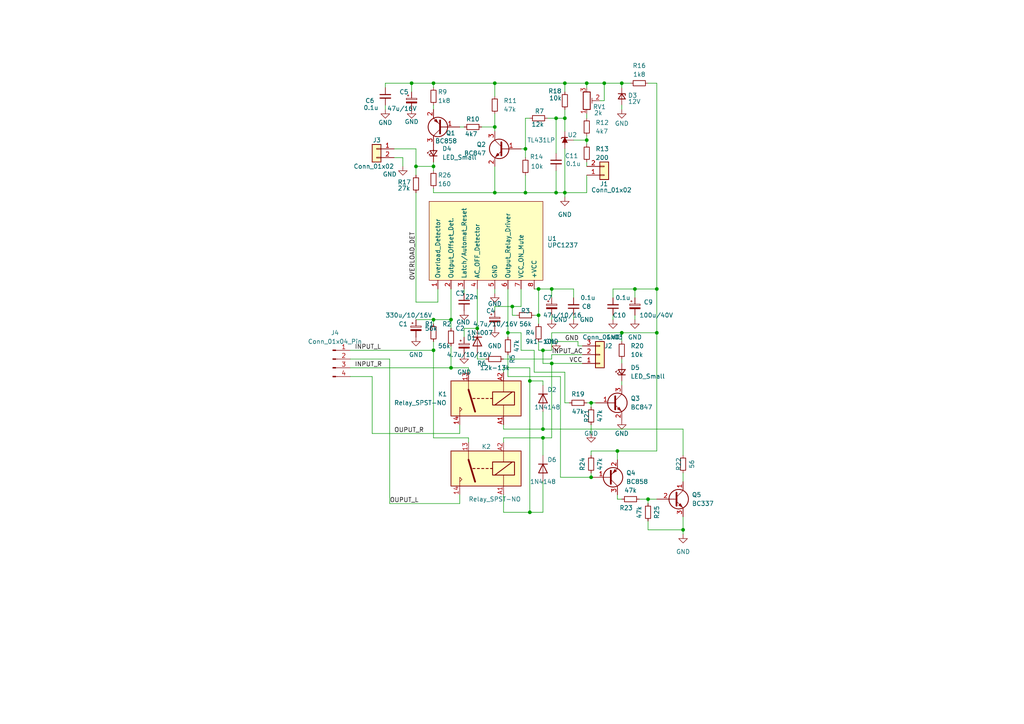
<source format=kicad_sch>
(kicad_sch
	(version 20250114)
	(generator "eeschema")
	(generator_version "9.0")
	(uuid "94a8c908-2943-4b9a-b662-597eed15f9ec")
	(paper "A4")
	(lib_symbols
		(symbol "Analogowe_ic:UPC1237"
			(exclude_from_sim no)
			(in_bom yes)
			(on_board yes)
			(property "Reference" "U1"
				(at 17.78 4.4451 0)
				(effects
					(font
						(size 1.27 1.27)
					)
					(justify left)
				)
			)
			(property "Value" "UPC1237"
				(at 17.78 2.54 0)
				(effects
					(font
						(size 1.27 1.27)
					)
					(justify left)
				)
			)
			(property "Footprint" ""
				(at 0 0 0)
				(effects
					(font
						(size 1.27 1.27)
					)
					(hide yes)
				)
			)
			(property "Datasheet" ""
				(at 0 0 0)
				(effects
					(font
						(size 1.27 1.27)
					)
					(hide yes)
				)
			)
			(property "Description" ""
				(at 0 0 0)
				(effects
					(font
						(size 1.27 1.27)
					)
					(hide yes)
				)
			)
			(symbol "UPC1237_0_1"
				(rectangle
					(start -16.51 15.24)
					(end 16.51 -7.62)
					(stroke
						(width 0)
						(type default)
					)
					(fill
						(type background)
					)
				)
			)
			(symbol "UPC1237_1_1"
				(pin input line
					(at -13.97 -10.16 90)
					(length 2.54)
					(name "Overload_Detector"
						(effects
							(font
								(size 1.27 1.27)
							)
						)
					)
					(number "1"
						(effects
							(font
								(size 1.27 1.27)
							)
						)
					)
				)
				(pin input line
					(at -10.16 -10.16 90)
					(length 2.54)
					(name "Output_Offset_Det."
						(effects
							(font
								(size 1.27 1.27)
							)
						)
					)
					(number "2"
						(effects
							(font
								(size 1.27 1.27)
							)
						)
					)
				)
				(pin input line
					(at -6.35 -10.16 90)
					(length 2.54)
					(name "Latch/Automat_Reset"
						(effects
							(font
								(size 1.27 1.27)
							)
						)
					)
					(number "3"
						(effects
							(font
								(size 1.27 1.27)
							)
						)
					)
				)
				(pin power_in line
					(at -2.54 -10.16 90)
					(length 2.54)
					(name "AC_OFF_Detector"
						(effects
							(font
								(size 1.27 1.27)
							)
						)
					)
					(number "4"
						(effects
							(font
								(size 1.27 1.27)
							)
						)
					)
				)
				(pin power_in line
					(at 2.54 -10.16 90)
					(length 2.54)
					(name "GND"
						(effects
							(font
								(size 1.27 1.27)
							)
						)
					)
					(number "5"
						(effects
							(font
								(size 1.27 1.27)
							)
						)
					)
				)
				(pin input line
					(at 6.35 -10.16 90)
					(length 2.54)
					(name "Output_Relay_Driver"
						(effects
							(font
								(size 1.27 1.27)
							)
						)
					)
					(number "6"
						(effects
							(font
								(size 1.27 1.27)
							)
						)
					)
				)
				(pin input line
					(at 10.16 -10.16 90)
					(length 2.54)
					(name "VCC_ON_Mute"
						(effects
							(font
								(size 1.27 1.27)
							)
						)
					)
					(number "7"
						(effects
							(font
								(size 1.27 1.27)
							)
						)
					)
				)
				(pin power_in line
					(at 13.97 -10.16 90)
					(length 2.54)
					(name "+VCC"
						(effects
							(font
								(size 1.27 1.27)
							)
						)
					)
					(number "8"
						(effects
							(font
								(size 1.27 1.27)
							)
						)
					)
				)
			)
			(embedded_fonts no)
		)
		(symbol "Connector:Conn_01x04_Pin"
			(pin_names
				(offset 1.016)
				(hide yes)
			)
			(exclude_from_sim no)
			(in_bom yes)
			(on_board yes)
			(property "Reference" "J"
				(at 0 5.08 0)
				(effects
					(font
						(size 1.27 1.27)
					)
				)
			)
			(property "Value" "Conn_01x04_Pin"
				(at 0 -7.62 0)
				(effects
					(font
						(size 1.27 1.27)
					)
				)
			)
			(property "Footprint" ""
				(at 0 0 0)
				(effects
					(font
						(size 1.27 1.27)
					)
					(hide yes)
				)
			)
			(property "Datasheet" "~"
				(at 0 0 0)
				(effects
					(font
						(size 1.27 1.27)
					)
					(hide yes)
				)
			)
			(property "Description" "Generic connector, single row, 01x04, script generated"
				(at 0 0 0)
				(effects
					(font
						(size 1.27 1.27)
					)
					(hide yes)
				)
			)
			(property "ki_locked" ""
				(at 0 0 0)
				(effects
					(font
						(size 1.27 1.27)
					)
				)
			)
			(property "ki_keywords" "connector"
				(at 0 0 0)
				(effects
					(font
						(size 1.27 1.27)
					)
					(hide yes)
				)
			)
			(property "ki_fp_filters" "Connector*:*_1x??_*"
				(at 0 0 0)
				(effects
					(font
						(size 1.27 1.27)
					)
					(hide yes)
				)
			)
			(symbol "Conn_01x04_Pin_1_1"
				(rectangle
					(start 0.8636 2.667)
					(end 0 2.413)
					(stroke
						(width 0.1524)
						(type default)
					)
					(fill
						(type outline)
					)
				)
				(rectangle
					(start 0.8636 0.127)
					(end 0 -0.127)
					(stroke
						(width 0.1524)
						(type default)
					)
					(fill
						(type outline)
					)
				)
				(rectangle
					(start 0.8636 -2.413)
					(end 0 -2.667)
					(stroke
						(width 0.1524)
						(type default)
					)
					(fill
						(type outline)
					)
				)
				(rectangle
					(start 0.8636 -4.953)
					(end 0 -5.207)
					(stroke
						(width 0.1524)
						(type default)
					)
					(fill
						(type outline)
					)
				)
				(polyline
					(pts
						(xy 1.27 2.54) (xy 0.8636 2.54)
					)
					(stroke
						(width 0.1524)
						(type default)
					)
					(fill
						(type none)
					)
				)
				(polyline
					(pts
						(xy 1.27 0) (xy 0.8636 0)
					)
					(stroke
						(width 0.1524)
						(type default)
					)
					(fill
						(type none)
					)
				)
				(polyline
					(pts
						(xy 1.27 -2.54) (xy 0.8636 -2.54)
					)
					(stroke
						(width 0.1524)
						(type default)
					)
					(fill
						(type none)
					)
				)
				(polyline
					(pts
						(xy 1.27 -5.08) (xy 0.8636 -5.08)
					)
					(stroke
						(width 0.1524)
						(type default)
					)
					(fill
						(type none)
					)
				)
				(pin passive line
					(at 5.08 2.54 180)
					(length 3.81)
					(name "Pin_1"
						(effects
							(font
								(size 1.27 1.27)
							)
						)
					)
					(number "1"
						(effects
							(font
								(size 1.27 1.27)
							)
						)
					)
				)
				(pin passive line
					(at 5.08 0 180)
					(length 3.81)
					(name "Pin_2"
						(effects
							(font
								(size 1.27 1.27)
							)
						)
					)
					(number "2"
						(effects
							(font
								(size 1.27 1.27)
							)
						)
					)
				)
				(pin passive line
					(at 5.08 -2.54 180)
					(length 3.81)
					(name "Pin_3"
						(effects
							(font
								(size 1.27 1.27)
							)
						)
					)
					(number "3"
						(effects
							(font
								(size 1.27 1.27)
							)
						)
					)
				)
				(pin passive line
					(at 5.08 -5.08 180)
					(length 3.81)
					(name "Pin_4"
						(effects
							(font
								(size 1.27 1.27)
							)
						)
					)
					(number "4"
						(effects
							(font
								(size 1.27 1.27)
							)
						)
					)
				)
			)
			(embedded_fonts no)
		)
		(symbol "Connector_Generic:Conn_01x02"
			(pin_names
				(offset 1.016)
				(hide yes)
			)
			(exclude_from_sim no)
			(in_bom yes)
			(on_board yes)
			(property "Reference" "J"
				(at 0 2.54 0)
				(effects
					(font
						(size 1.27 1.27)
					)
				)
			)
			(property "Value" "Conn_01x02"
				(at 0 -5.08 0)
				(effects
					(font
						(size 1.27 1.27)
					)
				)
			)
			(property "Footprint" ""
				(at 0 0 0)
				(effects
					(font
						(size 1.27 1.27)
					)
					(hide yes)
				)
			)
			(property "Datasheet" "~"
				(at 0 0 0)
				(effects
					(font
						(size 1.27 1.27)
					)
					(hide yes)
				)
			)
			(property "Description" "Generic connector, single row, 01x02, script generated (kicad-library-utils/schlib/autogen/connector/)"
				(at 0 0 0)
				(effects
					(font
						(size 1.27 1.27)
					)
					(hide yes)
				)
			)
			(property "ki_keywords" "connector"
				(at 0 0 0)
				(effects
					(font
						(size 1.27 1.27)
					)
					(hide yes)
				)
			)
			(property "ki_fp_filters" "Connector*:*_1x??_*"
				(at 0 0 0)
				(effects
					(font
						(size 1.27 1.27)
					)
					(hide yes)
				)
			)
			(symbol "Conn_01x02_1_1"
				(rectangle
					(start -1.27 1.27)
					(end 1.27 -3.81)
					(stroke
						(width 0.254)
						(type default)
					)
					(fill
						(type background)
					)
				)
				(rectangle
					(start -1.27 0.127)
					(end 0 -0.127)
					(stroke
						(width 0.1524)
						(type default)
					)
					(fill
						(type none)
					)
				)
				(rectangle
					(start -1.27 -2.413)
					(end 0 -2.667)
					(stroke
						(width 0.1524)
						(type default)
					)
					(fill
						(type none)
					)
				)
				(pin passive line
					(at -5.08 0 0)
					(length 3.81)
					(name "Pin_1"
						(effects
							(font
								(size 1.27 1.27)
							)
						)
					)
					(number "1"
						(effects
							(font
								(size 1.27 1.27)
							)
						)
					)
				)
				(pin passive line
					(at -5.08 -2.54 0)
					(length 3.81)
					(name "Pin_2"
						(effects
							(font
								(size 1.27 1.27)
							)
						)
					)
					(number "2"
						(effects
							(font
								(size 1.27 1.27)
							)
						)
					)
				)
			)
			(embedded_fonts no)
		)
		(symbol "Connector_Generic:Conn_01x03"
			(pin_names
				(offset 1.016)
				(hide yes)
			)
			(exclude_from_sim no)
			(in_bom yes)
			(on_board yes)
			(property "Reference" "J"
				(at 0 5.08 0)
				(effects
					(font
						(size 1.27 1.27)
					)
				)
			)
			(property "Value" "Conn_01x03"
				(at 0 -5.08 0)
				(effects
					(font
						(size 1.27 1.27)
					)
				)
			)
			(property "Footprint" ""
				(at 0 0 0)
				(effects
					(font
						(size 1.27 1.27)
					)
					(hide yes)
				)
			)
			(property "Datasheet" "~"
				(at 0 0 0)
				(effects
					(font
						(size 1.27 1.27)
					)
					(hide yes)
				)
			)
			(property "Description" "Generic connector, single row, 01x03, script generated (kicad-library-utils/schlib/autogen/connector/)"
				(at 0 0 0)
				(effects
					(font
						(size 1.27 1.27)
					)
					(hide yes)
				)
			)
			(property "ki_keywords" "connector"
				(at 0 0 0)
				(effects
					(font
						(size 1.27 1.27)
					)
					(hide yes)
				)
			)
			(property "ki_fp_filters" "Connector*:*_1x??_*"
				(at 0 0 0)
				(effects
					(font
						(size 1.27 1.27)
					)
					(hide yes)
				)
			)
			(symbol "Conn_01x03_1_1"
				(rectangle
					(start -1.27 3.81)
					(end 1.27 -3.81)
					(stroke
						(width 0.254)
						(type default)
					)
					(fill
						(type background)
					)
				)
				(rectangle
					(start -1.27 2.667)
					(end 0 2.413)
					(stroke
						(width 0.1524)
						(type default)
					)
					(fill
						(type none)
					)
				)
				(rectangle
					(start -1.27 0.127)
					(end 0 -0.127)
					(stroke
						(width 0.1524)
						(type default)
					)
					(fill
						(type none)
					)
				)
				(rectangle
					(start -1.27 -2.413)
					(end 0 -2.667)
					(stroke
						(width 0.1524)
						(type default)
					)
					(fill
						(type none)
					)
				)
				(pin passive line
					(at -5.08 2.54 0)
					(length 3.81)
					(name "Pin_1"
						(effects
							(font
								(size 1.27 1.27)
							)
						)
					)
					(number "1"
						(effects
							(font
								(size 1.27 1.27)
							)
						)
					)
				)
				(pin passive line
					(at -5.08 0 0)
					(length 3.81)
					(name "Pin_2"
						(effects
							(font
								(size 1.27 1.27)
							)
						)
					)
					(number "2"
						(effects
							(font
								(size 1.27 1.27)
							)
						)
					)
				)
				(pin passive line
					(at -5.08 -2.54 0)
					(length 3.81)
					(name "Pin_3"
						(effects
							(font
								(size 1.27 1.27)
							)
						)
					)
					(number "3"
						(effects
							(font
								(size 1.27 1.27)
							)
						)
					)
				)
			)
			(embedded_fonts no)
		)
		(symbol "Device:C_Polarized_Small"
			(pin_numbers
				(hide yes)
			)
			(pin_names
				(offset 0.254)
				(hide yes)
			)
			(exclude_from_sim no)
			(in_bom yes)
			(on_board yes)
			(property "Reference" "C"
				(at 0.254 1.778 0)
				(effects
					(font
						(size 1.27 1.27)
					)
					(justify left)
				)
			)
			(property "Value" "C_Polarized_Small"
				(at 0.254 -2.032 0)
				(effects
					(font
						(size 1.27 1.27)
					)
					(justify left)
				)
			)
			(property "Footprint" ""
				(at 0 0 0)
				(effects
					(font
						(size 1.27 1.27)
					)
					(hide yes)
				)
			)
			(property "Datasheet" "~"
				(at 0 0 0)
				(effects
					(font
						(size 1.27 1.27)
					)
					(hide yes)
				)
			)
			(property "Description" "Polarized capacitor, small symbol"
				(at 0 0 0)
				(effects
					(font
						(size 1.27 1.27)
					)
					(hide yes)
				)
			)
			(property "ki_keywords" "cap capacitor"
				(at 0 0 0)
				(effects
					(font
						(size 1.27 1.27)
					)
					(hide yes)
				)
			)
			(property "ki_fp_filters" "CP_*"
				(at 0 0 0)
				(effects
					(font
						(size 1.27 1.27)
					)
					(hide yes)
				)
			)
			(symbol "C_Polarized_Small_0_1"
				(rectangle
					(start -1.524 0.6858)
					(end 1.524 0.3048)
					(stroke
						(width 0)
						(type default)
					)
					(fill
						(type none)
					)
				)
				(rectangle
					(start -1.524 -0.3048)
					(end 1.524 -0.6858)
					(stroke
						(width 0)
						(type default)
					)
					(fill
						(type outline)
					)
				)
				(polyline
					(pts
						(xy -1.27 1.524) (xy -0.762 1.524)
					)
					(stroke
						(width 0)
						(type default)
					)
					(fill
						(type none)
					)
				)
				(polyline
					(pts
						(xy -1.016 1.27) (xy -1.016 1.778)
					)
					(stroke
						(width 0)
						(type default)
					)
					(fill
						(type none)
					)
				)
			)
			(symbol "C_Polarized_Small_1_1"
				(pin passive line
					(at 0 2.54 270)
					(length 1.8542)
					(name "~"
						(effects
							(font
								(size 1.27 1.27)
							)
						)
					)
					(number "1"
						(effects
							(font
								(size 1.27 1.27)
							)
						)
					)
				)
				(pin passive line
					(at 0 -2.54 90)
					(length 1.8542)
					(name "~"
						(effects
							(font
								(size 1.27 1.27)
							)
						)
					)
					(number "2"
						(effects
							(font
								(size 1.27 1.27)
							)
						)
					)
				)
			)
			(embedded_fonts no)
		)
		(symbol "Device:C_Small"
			(pin_numbers
				(hide yes)
			)
			(pin_names
				(offset 0.254)
				(hide yes)
			)
			(exclude_from_sim no)
			(in_bom yes)
			(on_board yes)
			(property "Reference" "C"
				(at 0.254 1.778 0)
				(effects
					(font
						(size 1.27 1.27)
					)
					(justify left)
				)
			)
			(property "Value" "C_Small"
				(at 0.254 -2.032 0)
				(effects
					(font
						(size 1.27 1.27)
					)
					(justify left)
				)
			)
			(property "Footprint" ""
				(at 0 0 0)
				(effects
					(font
						(size 1.27 1.27)
					)
					(hide yes)
				)
			)
			(property "Datasheet" "~"
				(at 0 0 0)
				(effects
					(font
						(size 1.27 1.27)
					)
					(hide yes)
				)
			)
			(property "Description" "Unpolarized capacitor, small symbol"
				(at 0 0 0)
				(effects
					(font
						(size 1.27 1.27)
					)
					(hide yes)
				)
			)
			(property "ki_keywords" "capacitor cap"
				(at 0 0 0)
				(effects
					(font
						(size 1.27 1.27)
					)
					(hide yes)
				)
			)
			(property "ki_fp_filters" "C_*"
				(at 0 0 0)
				(effects
					(font
						(size 1.27 1.27)
					)
					(hide yes)
				)
			)
			(symbol "C_Small_0_1"
				(polyline
					(pts
						(xy -1.524 0.508) (xy 1.524 0.508)
					)
					(stroke
						(width 0.3048)
						(type default)
					)
					(fill
						(type none)
					)
				)
				(polyline
					(pts
						(xy -1.524 -0.508) (xy 1.524 -0.508)
					)
					(stroke
						(width 0.3302)
						(type default)
					)
					(fill
						(type none)
					)
				)
			)
			(symbol "C_Small_1_1"
				(pin passive line
					(at 0 2.54 270)
					(length 2.032)
					(name "~"
						(effects
							(font
								(size 1.27 1.27)
							)
						)
					)
					(number "1"
						(effects
							(font
								(size 1.27 1.27)
							)
						)
					)
				)
				(pin passive line
					(at 0 -2.54 90)
					(length 2.032)
					(name "~"
						(effects
							(font
								(size 1.27 1.27)
							)
						)
					)
					(number "2"
						(effects
							(font
								(size 1.27 1.27)
							)
						)
					)
				)
			)
			(embedded_fonts no)
		)
		(symbol "Device:D_Zener_Small"
			(pin_numbers
				(hide yes)
			)
			(pin_names
				(offset 0.254)
				(hide yes)
			)
			(exclude_from_sim no)
			(in_bom yes)
			(on_board yes)
			(property "Reference" "D"
				(at 0 2.286 0)
				(effects
					(font
						(size 1.27 1.27)
					)
				)
			)
			(property "Value" "D_Zener_Small"
				(at 0 -2.286 0)
				(effects
					(font
						(size 1.27 1.27)
					)
				)
			)
			(property "Footprint" ""
				(at 0 0 90)
				(effects
					(font
						(size 1.27 1.27)
					)
					(hide yes)
				)
			)
			(property "Datasheet" "~"
				(at 0 0 90)
				(effects
					(font
						(size 1.27 1.27)
					)
					(hide yes)
				)
			)
			(property "Description" "Zener diode, small symbol"
				(at 0 0 0)
				(effects
					(font
						(size 1.27 1.27)
					)
					(hide yes)
				)
			)
			(property "ki_keywords" "diode"
				(at 0 0 0)
				(effects
					(font
						(size 1.27 1.27)
					)
					(hide yes)
				)
			)
			(property "ki_fp_filters" "TO-???* *_Diode_* *SingleDiode* D_*"
				(at 0 0 0)
				(effects
					(font
						(size 1.27 1.27)
					)
					(hide yes)
				)
			)
			(symbol "D_Zener_Small_0_1"
				(polyline
					(pts
						(xy -0.254 1.016) (xy -0.762 1.016) (xy -0.762 -1.016)
					)
					(stroke
						(width 0.254)
						(type default)
					)
					(fill
						(type none)
					)
				)
				(polyline
					(pts
						(xy 0.762 1.016) (xy -0.762 0) (xy 0.762 -1.016) (xy 0.762 1.016)
					)
					(stroke
						(width 0.254)
						(type default)
					)
					(fill
						(type none)
					)
				)
				(polyline
					(pts
						(xy 0.762 0) (xy -0.762 0)
					)
					(stroke
						(width 0)
						(type default)
					)
					(fill
						(type none)
					)
				)
			)
			(symbol "D_Zener_Small_1_1"
				(pin passive line
					(at -2.54 0 0)
					(length 1.778)
					(name "K"
						(effects
							(font
								(size 1.27 1.27)
							)
						)
					)
					(number "1"
						(effects
							(font
								(size 1.27 1.27)
							)
						)
					)
				)
				(pin passive line
					(at 2.54 0 180)
					(length 1.778)
					(name "A"
						(effects
							(font
								(size 1.27 1.27)
							)
						)
					)
					(number "2"
						(effects
							(font
								(size 1.27 1.27)
							)
						)
					)
				)
			)
			(embedded_fonts no)
		)
		(symbol "Device:LED_Small"
			(pin_numbers
				(hide yes)
			)
			(pin_names
				(offset 0.254)
				(hide yes)
			)
			(exclude_from_sim no)
			(in_bom yes)
			(on_board yes)
			(property "Reference" "D"
				(at -1.27 3.175 0)
				(effects
					(font
						(size 1.27 1.27)
					)
					(justify left)
				)
			)
			(property "Value" "LED_Small"
				(at -4.445 -2.54 0)
				(effects
					(font
						(size 1.27 1.27)
					)
					(justify left)
				)
			)
			(property "Footprint" ""
				(at 0 0 90)
				(effects
					(font
						(size 1.27 1.27)
					)
					(hide yes)
				)
			)
			(property "Datasheet" "~"
				(at 0 0 90)
				(effects
					(font
						(size 1.27 1.27)
					)
					(hide yes)
				)
			)
			(property "Description" "Light emitting diode, small symbol"
				(at 0 0 0)
				(effects
					(font
						(size 1.27 1.27)
					)
					(hide yes)
				)
			)
			(property "ki_keywords" "LED diode light-emitting-diode"
				(at 0 0 0)
				(effects
					(font
						(size 1.27 1.27)
					)
					(hide yes)
				)
			)
			(property "ki_fp_filters" "LED* LED_SMD:* LED_THT:*"
				(at 0 0 0)
				(effects
					(font
						(size 1.27 1.27)
					)
					(hide yes)
				)
			)
			(symbol "LED_Small_0_1"
				(polyline
					(pts
						(xy -0.762 -1.016) (xy -0.762 1.016)
					)
					(stroke
						(width 0.254)
						(type default)
					)
					(fill
						(type none)
					)
				)
				(polyline
					(pts
						(xy 0 0.762) (xy -0.508 1.27) (xy -0.254 1.27) (xy -0.508 1.27) (xy -0.508 1.016)
					)
					(stroke
						(width 0)
						(type default)
					)
					(fill
						(type none)
					)
				)
				(polyline
					(pts
						(xy 0.508 1.27) (xy 0 1.778) (xy 0.254 1.778) (xy 0 1.778) (xy 0 1.524)
					)
					(stroke
						(width 0)
						(type default)
					)
					(fill
						(type none)
					)
				)
				(polyline
					(pts
						(xy 0.762 -1.016) (xy -0.762 0) (xy 0.762 1.016) (xy 0.762 -1.016)
					)
					(stroke
						(width 0.254)
						(type default)
					)
					(fill
						(type none)
					)
				)
				(polyline
					(pts
						(xy 1.016 0) (xy -0.762 0)
					)
					(stroke
						(width 0)
						(type default)
					)
					(fill
						(type none)
					)
				)
			)
			(symbol "LED_Small_1_1"
				(pin passive line
					(at -2.54 0 0)
					(length 1.778)
					(name "K"
						(effects
							(font
								(size 1.27 1.27)
							)
						)
					)
					(number "1"
						(effects
							(font
								(size 1.27 1.27)
							)
						)
					)
				)
				(pin passive line
					(at 2.54 0 180)
					(length 1.778)
					(name "A"
						(effects
							(font
								(size 1.27 1.27)
							)
						)
					)
					(number "2"
						(effects
							(font
								(size 1.27 1.27)
							)
						)
					)
				)
			)
			(embedded_fonts no)
		)
		(symbol "Device:R_Potentiometer_Trim"
			(pin_names
				(offset 1.016)
				(hide yes)
			)
			(exclude_from_sim no)
			(in_bom yes)
			(on_board yes)
			(property "Reference" "RV"
				(at -4.445 0 90)
				(effects
					(font
						(size 1.27 1.27)
					)
				)
			)
			(property "Value" "R_Potentiometer_Trim"
				(at -2.54 0 90)
				(effects
					(font
						(size 1.27 1.27)
					)
				)
			)
			(property "Footprint" ""
				(at 0 0 0)
				(effects
					(font
						(size 1.27 1.27)
					)
					(hide yes)
				)
			)
			(property "Datasheet" "~"
				(at 0 0 0)
				(effects
					(font
						(size 1.27 1.27)
					)
					(hide yes)
				)
			)
			(property "Description" "Trim-potentiometer"
				(at 0 0 0)
				(effects
					(font
						(size 1.27 1.27)
					)
					(hide yes)
				)
			)
			(property "ki_keywords" "resistor variable trimpot trimmer"
				(at 0 0 0)
				(effects
					(font
						(size 1.27 1.27)
					)
					(hide yes)
				)
			)
			(property "ki_fp_filters" "Potentiometer*"
				(at 0 0 0)
				(effects
					(font
						(size 1.27 1.27)
					)
					(hide yes)
				)
			)
			(symbol "R_Potentiometer_Trim_0_1"
				(rectangle
					(start 1.016 2.54)
					(end -1.016 -2.54)
					(stroke
						(width 0.254)
						(type default)
					)
					(fill
						(type none)
					)
				)
				(polyline
					(pts
						(xy 1.524 0.762) (xy 1.524 -0.762)
					)
					(stroke
						(width 0)
						(type default)
					)
					(fill
						(type none)
					)
				)
				(polyline
					(pts
						(xy 2.54 0) (xy 1.524 0)
					)
					(stroke
						(width 0)
						(type default)
					)
					(fill
						(type none)
					)
				)
			)
			(symbol "R_Potentiometer_Trim_1_1"
				(pin passive line
					(at 0 3.81 270)
					(length 1.27)
					(name "1"
						(effects
							(font
								(size 1.27 1.27)
							)
						)
					)
					(number "1"
						(effects
							(font
								(size 1.27 1.27)
							)
						)
					)
				)
				(pin passive line
					(at 0 -3.81 90)
					(length 1.27)
					(name "3"
						(effects
							(font
								(size 1.27 1.27)
							)
						)
					)
					(number "3"
						(effects
							(font
								(size 1.27 1.27)
							)
						)
					)
				)
				(pin passive line
					(at 3.81 0 180)
					(length 1.27)
					(name "2"
						(effects
							(font
								(size 1.27 1.27)
							)
						)
					)
					(number "2"
						(effects
							(font
								(size 1.27 1.27)
							)
						)
					)
				)
			)
			(embedded_fonts no)
		)
		(symbol "Device:R_Small"
			(pin_numbers
				(hide yes)
			)
			(pin_names
				(offset 0.254)
				(hide yes)
			)
			(exclude_from_sim no)
			(in_bom yes)
			(on_board yes)
			(property "Reference" "R"
				(at 0.762 0.508 0)
				(effects
					(font
						(size 1.27 1.27)
					)
					(justify left)
				)
			)
			(property "Value" "R_Small"
				(at 0.762 -1.016 0)
				(effects
					(font
						(size 1.27 1.27)
					)
					(justify left)
				)
			)
			(property "Footprint" ""
				(at 0 0 0)
				(effects
					(font
						(size 1.27 1.27)
					)
					(hide yes)
				)
			)
			(property "Datasheet" "~"
				(at 0 0 0)
				(effects
					(font
						(size 1.27 1.27)
					)
					(hide yes)
				)
			)
			(property "Description" "Resistor, small symbol"
				(at 0 0 0)
				(effects
					(font
						(size 1.27 1.27)
					)
					(hide yes)
				)
			)
			(property "ki_keywords" "R resistor"
				(at 0 0 0)
				(effects
					(font
						(size 1.27 1.27)
					)
					(hide yes)
				)
			)
			(property "ki_fp_filters" "R_*"
				(at 0 0 0)
				(effects
					(font
						(size 1.27 1.27)
					)
					(hide yes)
				)
			)
			(symbol "R_Small_0_1"
				(rectangle
					(start -0.762 1.778)
					(end 0.762 -1.778)
					(stroke
						(width 0.2032)
						(type default)
					)
					(fill
						(type none)
					)
				)
			)
			(symbol "R_Small_1_1"
				(pin passive line
					(at 0 2.54 270)
					(length 0.762)
					(name "~"
						(effects
							(font
								(size 1.27 1.27)
							)
						)
					)
					(number "1"
						(effects
							(font
								(size 1.27 1.27)
							)
						)
					)
				)
				(pin passive line
					(at 0 -2.54 90)
					(length 0.762)
					(name "~"
						(effects
							(font
								(size 1.27 1.27)
							)
						)
					)
					(number "2"
						(effects
							(font
								(size 1.27 1.27)
							)
						)
					)
				)
			)
			(embedded_fonts no)
		)
		(symbol "Diode:1N4007"
			(pin_numbers
				(hide yes)
			)
			(pin_names
				(hide yes)
			)
			(exclude_from_sim no)
			(in_bom yes)
			(on_board yes)
			(property "Reference" "D"
				(at 0 2.54 0)
				(effects
					(font
						(size 1.27 1.27)
					)
				)
			)
			(property "Value" "1N4007"
				(at 0 -2.54 0)
				(effects
					(font
						(size 1.27 1.27)
					)
				)
			)
			(property "Footprint" "Diode_THT:D_DO-41_SOD81_P10.16mm_Horizontal"
				(at 0 -4.445 0)
				(effects
					(font
						(size 1.27 1.27)
					)
					(hide yes)
				)
			)
			(property "Datasheet" "http://www.vishay.com/docs/88503/1n4001.pdf"
				(at 0 0 0)
				(effects
					(font
						(size 1.27 1.27)
					)
					(hide yes)
				)
			)
			(property "Description" "1000V 1A General Purpose Rectifier Diode, DO-41"
				(at 0 0 0)
				(effects
					(font
						(size 1.27 1.27)
					)
					(hide yes)
				)
			)
			(property "Sim.Device" "D"
				(at 0 0 0)
				(effects
					(font
						(size 1.27 1.27)
					)
					(hide yes)
				)
			)
			(property "Sim.Pins" "1=K 2=A"
				(at 0 0 0)
				(effects
					(font
						(size 1.27 1.27)
					)
					(hide yes)
				)
			)
			(property "ki_keywords" "diode"
				(at 0 0 0)
				(effects
					(font
						(size 1.27 1.27)
					)
					(hide yes)
				)
			)
			(property "ki_fp_filters" "D*DO?41*"
				(at 0 0 0)
				(effects
					(font
						(size 1.27 1.27)
					)
					(hide yes)
				)
			)
			(symbol "1N4007_0_1"
				(polyline
					(pts
						(xy -1.27 1.27) (xy -1.27 -1.27)
					)
					(stroke
						(width 0.254)
						(type default)
					)
					(fill
						(type none)
					)
				)
				(polyline
					(pts
						(xy 1.27 1.27) (xy 1.27 -1.27) (xy -1.27 0) (xy 1.27 1.27)
					)
					(stroke
						(width 0.254)
						(type default)
					)
					(fill
						(type none)
					)
				)
				(polyline
					(pts
						(xy 1.27 0) (xy -1.27 0)
					)
					(stroke
						(width 0)
						(type default)
					)
					(fill
						(type none)
					)
				)
			)
			(symbol "1N4007_1_1"
				(pin passive line
					(at -3.81 0 0)
					(length 2.54)
					(name "K"
						(effects
							(font
								(size 1.27 1.27)
							)
						)
					)
					(number "1"
						(effects
							(font
								(size 1.27 1.27)
							)
						)
					)
				)
				(pin passive line
					(at 3.81 0 180)
					(length 2.54)
					(name "A"
						(effects
							(font
								(size 1.27 1.27)
							)
						)
					)
					(number "2"
						(effects
							(font
								(size 1.27 1.27)
							)
						)
					)
				)
			)
			(embedded_fonts no)
		)
		(symbol "Diode:1N4148"
			(pin_numbers
				(hide yes)
			)
			(pin_names
				(hide yes)
			)
			(exclude_from_sim no)
			(in_bom yes)
			(on_board yes)
			(property "Reference" "D"
				(at 0 2.54 0)
				(effects
					(font
						(size 1.27 1.27)
					)
				)
			)
			(property "Value" "1N4148"
				(at 0 -2.54 0)
				(effects
					(font
						(size 1.27 1.27)
					)
				)
			)
			(property "Footprint" "Diode_THT:D_DO-35_SOD27_P7.62mm_Horizontal"
				(at 0 0 0)
				(effects
					(font
						(size 1.27 1.27)
					)
					(hide yes)
				)
			)
			(property "Datasheet" "https://assets.nexperia.com/documents/data-sheet/1N4148_1N4448.pdf"
				(at 0 0 0)
				(effects
					(font
						(size 1.27 1.27)
					)
					(hide yes)
				)
			)
			(property "Description" "100V 0.15A standard switching diode, DO-35"
				(at 0 0 0)
				(effects
					(font
						(size 1.27 1.27)
					)
					(hide yes)
				)
			)
			(property "Sim.Device" "D"
				(at 0 0 0)
				(effects
					(font
						(size 1.27 1.27)
					)
					(hide yes)
				)
			)
			(property "Sim.Pins" "1=K 2=A"
				(at 0 0 0)
				(effects
					(font
						(size 1.27 1.27)
					)
					(hide yes)
				)
			)
			(property "ki_keywords" "diode"
				(at 0 0 0)
				(effects
					(font
						(size 1.27 1.27)
					)
					(hide yes)
				)
			)
			(property "ki_fp_filters" "D*DO?35*"
				(at 0 0 0)
				(effects
					(font
						(size 1.27 1.27)
					)
					(hide yes)
				)
			)
			(symbol "1N4148_0_1"
				(polyline
					(pts
						(xy -1.27 1.27) (xy -1.27 -1.27)
					)
					(stroke
						(width 0.254)
						(type default)
					)
					(fill
						(type none)
					)
				)
				(polyline
					(pts
						(xy 1.27 1.27) (xy 1.27 -1.27) (xy -1.27 0) (xy 1.27 1.27)
					)
					(stroke
						(width 0.254)
						(type default)
					)
					(fill
						(type none)
					)
				)
				(polyline
					(pts
						(xy 1.27 0) (xy -1.27 0)
					)
					(stroke
						(width 0)
						(type default)
					)
					(fill
						(type none)
					)
				)
			)
			(symbol "1N4148_1_1"
				(pin passive line
					(at -3.81 0 0)
					(length 2.54)
					(name "K"
						(effects
							(font
								(size 1.27 1.27)
							)
						)
					)
					(number "1"
						(effects
							(font
								(size 1.27 1.27)
							)
						)
					)
				)
				(pin passive line
					(at 3.81 0 180)
					(length 2.54)
					(name "A"
						(effects
							(font
								(size 1.27 1.27)
							)
						)
					)
					(number "2"
						(effects
							(font
								(size 1.27 1.27)
							)
						)
					)
				)
			)
			(embedded_fonts no)
		)
		(symbol "Reference_Voltage:TL431LP"
			(pin_numbers
				(hide yes)
			)
			(pin_names
				(hide yes)
			)
			(exclude_from_sim no)
			(in_bom yes)
			(on_board yes)
			(property "Reference" "U"
				(at -2.54 2.54 0)
				(effects
					(font
						(size 1.27 1.27)
					)
				)
			)
			(property "Value" "TL431LP"
				(at 0 -2.54 0)
				(effects
					(font
						(size 1.27 1.27)
					)
				)
			)
			(property "Footprint" "Package_TO_SOT_THT:TO-92_Inline"
				(at 0 -3.81 0)
				(effects
					(font
						(size 1.27 1.27)
						(italic yes)
					)
					(hide yes)
				)
			)
			(property "Datasheet" "http://www.ti.com/lit/ds/symlink/tl431.pdf"
				(at 0 0 0)
				(effects
					(font
						(size 1.27 1.27)
						(italic yes)
					)
					(hide yes)
				)
			)
			(property "Description" "Shunt Regulator, TO-92"
				(at 0 0 0)
				(effects
					(font
						(size 1.27 1.27)
					)
					(hide yes)
				)
			)
			(property "ki_keywords" "diode device regulator shunt"
				(at 0 0 0)
				(effects
					(font
						(size 1.27 1.27)
					)
					(hide yes)
				)
			)
			(property "ki_fp_filters" "TO*92*"
				(at 0 0 0)
				(effects
					(font
						(size 1.27 1.27)
					)
					(hide yes)
				)
			)
			(symbol "TL431LP_0_1"
				(polyline
					(pts
						(xy -1.27 0) (xy 0 0) (xy 1.27 0)
					)
					(stroke
						(width 0)
						(type default)
					)
					(fill
						(type none)
					)
				)
				(polyline
					(pts
						(xy -0.762 0.762) (xy 0.762 0) (xy -0.762 -0.762)
					)
					(stroke
						(width 0)
						(type default)
					)
					(fill
						(type outline)
					)
				)
				(polyline
					(pts
						(xy 0.508 -1.016) (xy 0.762 -0.762) (xy 0.762 0.762) (xy 0.762 0.762)
					)
					(stroke
						(width 0.254)
						(type default)
					)
					(fill
						(type none)
					)
				)
			)
			(symbol "TL431LP_1_1"
				(pin passive line
					(at -2.54 0 0)
					(length 2.54)
					(name "A"
						(effects
							(font
								(size 1.27 1.27)
							)
						)
					)
					(number "2"
						(effects
							(font
								(size 1.27 1.27)
							)
						)
					)
				)
				(pin passive line
					(at 0 2.54 270)
					(length 2.54)
					(name "REF"
						(effects
							(font
								(size 1.27 1.27)
							)
						)
					)
					(number "1"
						(effects
							(font
								(size 1.27 1.27)
							)
						)
					)
				)
				(pin passive line
					(at 2.54 0 180)
					(length 2.54)
					(name "K"
						(effects
							(font
								(size 1.27 1.27)
							)
						)
					)
					(number "3"
						(effects
							(font
								(size 1.27 1.27)
							)
						)
					)
				)
			)
			(embedded_fonts no)
		)
		(symbol "Relay:Relay_SPST-NO"
			(exclude_from_sim no)
			(in_bom yes)
			(on_board yes)
			(property "Reference" "K"
				(at 11.43 3.81 0)
				(effects
					(font
						(size 1.27 1.27)
					)
					(justify left)
				)
			)
			(property "Value" "Relay_SPST-NO"
				(at 11.43 1.27 0)
				(effects
					(font
						(size 1.27 1.27)
					)
					(justify left)
				)
			)
			(property "Footprint" ""
				(at 11.43 -1.27 0)
				(effects
					(font
						(size 1.27 1.27)
					)
					(justify left)
					(hide yes)
				)
			)
			(property "Datasheet" "~"
				(at 0 0 0)
				(effects
					(font
						(size 1.27 1.27)
					)
					(hide yes)
				)
			)
			(property "Description" "Relay SPST, Normally Open, EN50005"
				(at 0 0 0)
				(effects
					(font
						(size 1.27 1.27)
					)
					(hide yes)
				)
			)
			(property "ki_keywords" "Single Pole Relay SPST NO"
				(at 0 0 0)
				(effects
					(font
						(size 1.27 1.27)
					)
					(hide yes)
				)
			)
			(property "ki_fp_filters" "Relay?SPST*"
				(at 0 0 0)
				(effects
					(font
						(size 1.27 1.27)
					)
					(hide yes)
				)
			)
			(symbol "Relay_SPST-NO_0_0"
				(polyline
					(pts
						(xy 7.62 5.08) (xy 7.62 2.54) (xy 6.985 3.175) (xy 7.62 3.81)
					)
					(stroke
						(width 0)
						(type default)
					)
					(fill
						(type none)
					)
				)
			)
			(symbol "Relay_SPST-NO_0_1"
				(rectangle
					(start -10.16 5.08)
					(end 10.16 -5.08)
					(stroke
						(width 0.254)
						(type default)
					)
					(fill
						(type background)
					)
				)
				(rectangle
					(start -8.255 1.905)
					(end -1.905 -1.905)
					(stroke
						(width 0.254)
						(type default)
					)
					(fill
						(type none)
					)
				)
				(polyline
					(pts
						(xy -7.62 -1.905) (xy -2.54 1.905)
					)
					(stroke
						(width 0.254)
						(type default)
					)
					(fill
						(type none)
					)
				)
				(polyline
					(pts
						(xy -5.08 5.08) (xy -5.08 1.905)
					)
					(stroke
						(width 0)
						(type default)
					)
					(fill
						(type none)
					)
				)
				(polyline
					(pts
						(xy -5.08 -5.08) (xy -5.08 -1.905)
					)
					(stroke
						(width 0)
						(type default)
					)
					(fill
						(type none)
					)
				)
				(polyline
					(pts
						(xy -1.905 0) (xy -1.27 0)
					)
					(stroke
						(width 0.254)
						(type default)
					)
					(fill
						(type none)
					)
				)
				(polyline
					(pts
						(xy -0.635 0) (xy 0 0)
					)
					(stroke
						(width 0.254)
						(type default)
					)
					(fill
						(type none)
					)
				)
				(polyline
					(pts
						(xy 0.635 0) (xy 1.27 0)
					)
					(stroke
						(width 0.254)
						(type default)
					)
					(fill
						(type none)
					)
				)
				(polyline
					(pts
						(xy 1.905 0) (xy 2.54 0)
					)
					(stroke
						(width 0.254)
						(type default)
					)
					(fill
						(type none)
					)
				)
				(polyline
					(pts
						(xy 3.175 0) (xy 3.81 0)
					)
					(stroke
						(width 0.254)
						(type default)
					)
					(fill
						(type none)
					)
				)
				(polyline
					(pts
						(xy 5.08 -2.54) (xy 3.175 3.81)
					)
					(stroke
						(width 0.508)
						(type default)
					)
					(fill
						(type none)
					)
				)
				(polyline
					(pts
						(xy 5.08 -2.54) (xy 5.08 -5.08)
					)
					(stroke
						(width 0)
						(type default)
					)
					(fill
						(type none)
					)
				)
			)
			(symbol "Relay_SPST-NO_1_1"
				(pin passive line
					(at -5.08 7.62 270)
					(length 2.54)
					(name "~"
						(effects
							(font
								(size 1.27 1.27)
							)
						)
					)
					(number "A1"
						(effects
							(font
								(size 1.27 1.27)
							)
						)
					)
				)
				(pin passive line
					(at -5.08 -7.62 90)
					(length 2.54)
					(name "~"
						(effects
							(font
								(size 1.27 1.27)
							)
						)
					)
					(number "A2"
						(effects
							(font
								(size 1.27 1.27)
							)
						)
					)
				)
				(pin passive line
					(at 5.08 -7.62 90)
					(length 2.54)
					(name "~"
						(effects
							(font
								(size 1.27 1.27)
							)
						)
					)
					(number "13"
						(effects
							(font
								(size 1.27 1.27)
							)
						)
					)
				)
				(pin passive line
					(at 7.62 7.62 270)
					(length 2.54)
					(name "~"
						(effects
							(font
								(size 1.27 1.27)
							)
						)
					)
					(number "14"
						(effects
							(font
								(size 1.27 1.27)
							)
						)
					)
				)
			)
			(embedded_fonts no)
		)
		(symbol "Relay_SPST-NO_1"
			(exclude_from_sim no)
			(in_bom yes)
			(on_board yes)
			(property "Reference" "K1"
				(at 13.97 -1.27 0)
				(effects
					(font
						(size 1.27 1.27)
					)
					(justify right)
				)
			)
			(property "Value" "Relay_SPST-NO"
				(at 26.67 1.27 0)
				(effects
					(font
						(size 1.27 1.27)
					)
					(justify right)
				)
			)
			(property "Footprint" "Relay:Relay_Hongfa_HF3FF"
				(at 11.43 -1.27 0)
				(effects
					(font
						(size 1.27 1.27)
					)
					(justify left)
					(hide yes)
				)
			)
			(property "Datasheet" "~"
				(at 0 0 0)
				(effects
					(font
						(size 1.27 1.27)
					)
					(hide yes)
				)
			)
			(property "Description" ""
				(at 0 0 0)
				(effects
					(font
						(size 1.27 1.27)
					)
					(hide yes)
				)
			)
			(property "ki_keywords" "Single Pole Relay SPST NO"
				(at 0 0 0)
				(effects
					(font
						(size 1.27 1.27)
					)
					(hide yes)
				)
			)
			(property "ki_fp_filters" "Relay?SPST*"
				(at 0 0 0)
				(effects
					(font
						(size 1.27 1.27)
					)
					(hide yes)
				)
			)
			(symbol "Relay_SPST-NO_1_0_0"
				(polyline
					(pts
						(xy 7.62 5.08) (xy 7.62 2.54) (xy 6.985 3.175) (xy 7.62 3.81)
					)
					(stroke
						(width 0)
						(type default)
					)
					(fill
						(type none)
					)
				)
			)
			(symbol "Relay_SPST-NO_1_0_1"
				(rectangle
					(start -10.16 5.08)
					(end 10.16 -5.08)
					(stroke
						(width 0.254)
						(type default)
					)
					(fill
						(type background)
					)
				)
				(rectangle
					(start -8.255 1.905)
					(end -1.905 -1.905)
					(stroke
						(width 0.254)
						(type default)
					)
					(fill
						(type none)
					)
				)
				(polyline
					(pts
						(xy -7.62 -1.905) (xy -2.54 1.905)
					)
					(stroke
						(width 0.254)
						(type default)
					)
					(fill
						(type none)
					)
				)
				(polyline
					(pts
						(xy -5.08 5.08) (xy -5.08 1.905)
					)
					(stroke
						(width 0)
						(type default)
					)
					(fill
						(type none)
					)
				)
				(polyline
					(pts
						(xy -5.08 -5.08) (xy -5.08 -1.905)
					)
					(stroke
						(width 0)
						(type default)
					)
					(fill
						(type none)
					)
				)
				(polyline
					(pts
						(xy -1.905 0) (xy -1.27 0)
					)
					(stroke
						(width 0.254)
						(type default)
					)
					(fill
						(type none)
					)
				)
				(polyline
					(pts
						(xy -0.635 0) (xy 0 0)
					)
					(stroke
						(width 0.254)
						(type default)
					)
					(fill
						(type none)
					)
				)
				(polyline
					(pts
						(xy 0.635 0) (xy 1.27 0)
					)
					(stroke
						(width 0.254)
						(type default)
					)
					(fill
						(type none)
					)
				)
				(polyline
					(pts
						(xy 1.905 0) (xy 2.54 0)
					)
					(stroke
						(width 0.254)
						(type default)
					)
					(fill
						(type none)
					)
				)
				(polyline
					(pts
						(xy 3.175 0) (xy 3.81 0)
					)
					(stroke
						(width 0.254)
						(type default)
					)
					(fill
						(type none)
					)
				)
				(polyline
					(pts
						(xy 5.08 -2.54) (xy 3.175 3.81)
					)
					(stroke
						(width 0.508)
						(type default)
					)
					(fill
						(type none)
					)
				)
				(polyline
					(pts
						(xy 5.08 -2.54) (xy 5.08 -5.08)
					)
					(stroke
						(width 0)
						(type default)
					)
					(fill
						(type none)
					)
				)
			)
			(symbol "Relay_SPST-NO_1_1_1"
				(pin passive line
					(at -5.08 7.62 270)
					(length 2.54)
					(name "~"
						(effects
							(font
								(size 1.27 1.27)
							)
						)
					)
					(number "A1"
						(effects
							(font
								(size 1.27 1.27)
							)
						)
					)
				)
				(pin passive line
					(at -5.08 -7.62 90)
					(length 2.54)
					(name "~"
						(effects
							(font
								(size 1.27 1.27)
							)
						)
					)
					(number "A2"
						(effects
							(font
								(size 1.27 1.27)
							)
						)
					)
				)
				(pin passive line
					(at 5.08 -7.62 90)
					(length 2.54)
					(name "~"
						(effects
							(font
								(size 1.27 1.27)
							)
						)
					)
					(number "13"
						(effects
							(font
								(size 1.27 1.27)
							)
						)
					)
				)
				(pin passive line
					(at 7.62 7.62 270)
					(length 2.54)
					(name "~"
						(effects
							(font
								(size 1.27 1.27)
							)
						)
					)
					(number "14"
						(effects
							(font
								(size 1.27 1.27)
							)
						)
					)
				)
			)
			(embedded_fonts no)
		)
		(symbol "Transistor_BJT:BC337"
			(pin_names
				(offset 0)
				(hide yes)
			)
			(exclude_from_sim no)
			(in_bom yes)
			(on_board yes)
			(property "Reference" "Q"
				(at 5.08 1.905 0)
				(effects
					(font
						(size 1.27 1.27)
					)
					(justify left)
				)
			)
			(property "Value" "BC337"
				(at 5.08 0 0)
				(effects
					(font
						(size 1.27 1.27)
					)
					(justify left)
				)
			)
			(property "Footprint" "Package_TO_SOT_THT:TO-92_Inline"
				(at 5.08 -1.905 0)
				(effects
					(font
						(size 1.27 1.27)
						(italic yes)
					)
					(justify left)
					(hide yes)
				)
			)
			(property "Datasheet" "https://diotec.com/tl_files/diotec/files/pdf/datasheets/bc337.pdf"
				(at 0 0 0)
				(effects
					(font
						(size 1.27 1.27)
					)
					(justify left)
					(hide yes)
				)
			)
			(property "Description" "0.8A Ic, 45V Vce, NPN Transistor, TO-92"
				(at 0 0 0)
				(effects
					(font
						(size 1.27 1.27)
					)
					(hide yes)
				)
			)
			(property "ki_keywords" "NPN Transistor"
				(at 0 0 0)
				(effects
					(font
						(size 1.27 1.27)
					)
					(hide yes)
				)
			)
			(property "ki_fp_filters" "TO?92*"
				(at 0 0 0)
				(effects
					(font
						(size 1.27 1.27)
					)
					(hide yes)
				)
			)
			(symbol "BC337_0_1"
				(polyline
					(pts
						(xy 0 0) (xy 0.635 0)
					)
					(stroke
						(width 0)
						(type default)
					)
					(fill
						(type none)
					)
				)
				(polyline
					(pts
						(xy 0.635 1.905) (xy 0.635 -1.905) (xy 0.635 -1.905)
					)
					(stroke
						(width 0.508)
						(type default)
					)
					(fill
						(type none)
					)
				)
				(polyline
					(pts
						(xy 0.635 0.635) (xy 2.54 2.54)
					)
					(stroke
						(width 0)
						(type default)
					)
					(fill
						(type none)
					)
				)
				(polyline
					(pts
						(xy 0.635 -0.635) (xy 2.54 -2.54) (xy 2.54 -2.54)
					)
					(stroke
						(width 0)
						(type default)
					)
					(fill
						(type none)
					)
				)
				(circle
					(center 1.27 0)
					(radius 2.8194)
					(stroke
						(width 0.254)
						(type default)
					)
					(fill
						(type none)
					)
				)
				(polyline
					(pts
						(xy 1.27 -1.778) (xy 1.778 -1.27) (xy 2.286 -2.286) (xy 1.27 -1.778) (xy 1.27 -1.778)
					)
					(stroke
						(width 0)
						(type default)
					)
					(fill
						(type outline)
					)
				)
			)
			(symbol "BC337_1_1"
				(pin input line
					(at -5.08 0 0)
					(length 5.08)
					(name "B"
						(effects
							(font
								(size 1.27 1.27)
							)
						)
					)
					(number "2"
						(effects
							(font
								(size 1.27 1.27)
							)
						)
					)
				)
				(pin passive line
					(at 2.54 5.08 270)
					(length 2.54)
					(name "C"
						(effects
							(font
								(size 1.27 1.27)
							)
						)
					)
					(number "1"
						(effects
							(font
								(size 1.27 1.27)
							)
						)
					)
				)
				(pin passive line
					(at 2.54 -5.08 90)
					(length 2.54)
					(name "E"
						(effects
							(font
								(size 1.27 1.27)
							)
						)
					)
					(number "3"
						(effects
							(font
								(size 1.27 1.27)
							)
						)
					)
				)
			)
			(embedded_fonts no)
		)
		(symbol "Transistor_BJT:BC848"
			(pin_names
				(offset 0)
				(hide yes)
			)
			(exclude_from_sim no)
			(in_bom yes)
			(on_board yes)
			(property "Reference" "Q"
				(at 5.08 1.905 0)
				(effects
					(font
						(size 1.27 1.27)
					)
					(justify left)
				)
			)
			(property "Value" "BC848"
				(at 5.08 0 0)
				(effects
					(font
						(size 1.27 1.27)
					)
					(justify left)
				)
			)
			(property "Footprint" "Package_TO_SOT_SMD:SOT-23"
				(at 5.08 -1.905 0)
				(effects
					(font
						(size 1.27 1.27)
						(italic yes)
					)
					(justify left)
					(hide yes)
				)
			)
			(property "Datasheet" "http://www.infineon.com/dgdl/Infineon-BC847SERIES_BC848SERIES_BC849SERIES_BC850SERIES-DS-v01_01-en.pdf?fileId=db3a304314dca389011541d4630a1657"
				(at 0 0 0)
				(effects
					(font
						(size 1.27 1.27)
					)
					(justify left)
					(hide yes)
				)
			)
			(property "Description" "0.1A Ic, 30V Vce, NPN Transistor, SOT-23"
				(at 0 0 0)
				(effects
					(font
						(size 1.27 1.27)
					)
					(hide yes)
				)
			)
			(property "ki_keywords" "NPN Small Signal Transistor"
				(at 0 0 0)
				(effects
					(font
						(size 1.27 1.27)
					)
					(hide yes)
				)
			)
			(property "ki_fp_filters" "SOT?23*"
				(at 0 0 0)
				(effects
					(font
						(size 1.27 1.27)
					)
					(hide yes)
				)
			)
			(symbol "BC848_0_1"
				(polyline
					(pts
						(xy 0.635 1.905) (xy 0.635 -1.905) (xy 0.635 -1.905)
					)
					(stroke
						(width 0.508)
						(type default)
					)
					(fill
						(type none)
					)
				)
				(polyline
					(pts
						(xy 0.635 0.635) (xy 2.54 2.54)
					)
					(stroke
						(width 0)
						(type default)
					)
					(fill
						(type none)
					)
				)
				(polyline
					(pts
						(xy 0.635 -0.635) (xy 2.54 -2.54) (xy 2.54 -2.54)
					)
					(stroke
						(width 0)
						(type default)
					)
					(fill
						(type none)
					)
				)
				(circle
					(center 1.27 0)
					(radius 2.8194)
					(stroke
						(width 0.254)
						(type default)
					)
					(fill
						(type none)
					)
				)
				(polyline
					(pts
						(xy 1.27 -1.778) (xy 1.778 -1.27) (xy 2.286 -2.286) (xy 1.27 -1.778) (xy 1.27 -1.778)
					)
					(stroke
						(width 0)
						(type default)
					)
					(fill
						(type outline)
					)
				)
			)
			(symbol "BC848_1_1"
				(pin input line
					(at -5.08 0 0)
					(length 5.715)
					(name "B"
						(effects
							(font
								(size 1.27 1.27)
							)
						)
					)
					(number "1"
						(effects
							(font
								(size 1.27 1.27)
							)
						)
					)
				)
				(pin passive line
					(at 2.54 5.08 270)
					(length 2.54)
					(name "C"
						(effects
							(font
								(size 1.27 1.27)
							)
						)
					)
					(number "3"
						(effects
							(font
								(size 1.27 1.27)
							)
						)
					)
				)
				(pin passive line
					(at 2.54 -5.08 90)
					(length 2.54)
					(name "E"
						(effects
							(font
								(size 1.27 1.27)
							)
						)
					)
					(number "2"
						(effects
							(font
								(size 1.27 1.27)
							)
						)
					)
				)
			)
			(embedded_fonts no)
		)
		(symbol "Transistor_BJT:BC858"
			(pin_names
				(offset 0)
				(hide yes)
			)
			(exclude_from_sim no)
			(in_bom yes)
			(on_board yes)
			(property "Reference" "Q"
				(at 5.08 1.905 0)
				(effects
					(font
						(size 1.27 1.27)
					)
					(justify left)
				)
			)
			(property "Value" "BC858"
				(at 5.08 0 0)
				(effects
					(font
						(size 1.27 1.27)
					)
					(justify left)
				)
			)
			(property "Footprint" "Package_TO_SOT_SMD:SOT-23"
				(at 5.08 -1.905 0)
				(effects
					(font
						(size 1.27 1.27)
						(italic yes)
					)
					(justify left)
					(hide yes)
				)
			)
			(property "Datasheet" "https://www.onsemi.com/pub/Collateral/BC860-D.pdf"
				(at 0 0 0)
				(effects
					(font
						(size 1.27 1.27)
					)
					(justify left)
					(hide yes)
				)
			)
			(property "Description" "0.1A Ic, 30V Vce, PNP Transistor, SOT-23"
				(at 0 0 0)
				(effects
					(font
						(size 1.27 1.27)
					)
					(hide yes)
				)
			)
			(property "ki_keywords" "PNP transistor"
				(at 0 0 0)
				(effects
					(font
						(size 1.27 1.27)
					)
					(hide yes)
				)
			)
			(property "ki_fp_filters" "SOT?23*"
				(at 0 0 0)
				(effects
					(font
						(size 1.27 1.27)
					)
					(hide yes)
				)
			)
			(symbol "BC858_0_1"
				(polyline
					(pts
						(xy 0.635 1.905) (xy 0.635 -1.905) (xy 0.635 -1.905)
					)
					(stroke
						(width 0.508)
						(type default)
					)
					(fill
						(type none)
					)
				)
				(polyline
					(pts
						(xy 0.635 0.635) (xy 2.54 2.54)
					)
					(stroke
						(width 0)
						(type default)
					)
					(fill
						(type none)
					)
				)
				(polyline
					(pts
						(xy 0.635 -0.635) (xy 2.54 -2.54) (xy 2.54 -2.54)
					)
					(stroke
						(width 0)
						(type default)
					)
					(fill
						(type none)
					)
				)
				(circle
					(center 1.27 0)
					(radius 2.8194)
					(stroke
						(width 0.254)
						(type default)
					)
					(fill
						(type none)
					)
				)
				(polyline
					(pts
						(xy 2.286 -1.778) (xy 1.778 -2.286) (xy 1.27 -1.27) (xy 2.286 -1.778) (xy 2.286 -1.778)
					)
					(stroke
						(width 0)
						(type default)
					)
					(fill
						(type outline)
					)
				)
			)
			(symbol "BC858_1_1"
				(pin input line
					(at -5.08 0 0)
					(length 5.715)
					(name "B"
						(effects
							(font
								(size 1.27 1.27)
							)
						)
					)
					(number "1"
						(effects
							(font
								(size 1.27 1.27)
							)
						)
					)
				)
				(pin passive line
					(at 2.54 5.08 270)
					(length 2.54)
					(name "C"
						(effects
							(font
								(size 1.27 1.27)
							)
						)
					)
					(number "3"
						(effects
							(font
								(size 1.27 1.27)
							)
						)
					)
				)
				(pin passive line
					(at 2.54 -5.08 90)
					(length 2.54)
					(name "E"
						(effects
							(font
								(size 1.27 1.27)
							)
						)
					)
					(number "2"
						(effects
							(font
								(size 1.27 1.27)
							)
						)
					)
				)
			)
			(embedded_fonts no)
		)
		(symbol "power:GND"
			(power)
			(pin_names
				(offset 0)
			)
			(exclude_from_sim no)
			(in_bom yes)
			(on_board yes)
			(property "Reference" "#PWR"
				(at 0 -6.35 0)
				(effects
					(font
						(size 1.27 1.27)
					)
					(hide yes)
				)
			)
			(property "Value" "GND"
				(at 0 -3.81 0)
				(effects
					(font
						(size 1.27 1.27)
					)
				)
			)
			(property "Footprint" ""
				(at 0 0 0)
				(effects
					(font
						(size 1.27 1.27)
					)
					(hide yes)
				)
			)
			(property "Datasheet" ""
				(at 0 0 0)
				(effects
					(font
						(size 1.27 1.27)
					)
					(hide yes)
				)
			)
			(property "Description" "Power symbol creates a global label with name \"GND\" , ground"
				(at 0 0 0)
				(effects
					(font
						(size 1.27 1.27)
					)
					(hide yes)
				)
			)
			(property "ki_keywords" "global power"
				(at 0 0 0)
				(effects
					(font
						(size 1.27 1.27)
					)
					(hide yes)
				)
			)
			(symbol "GND_0_1"
				(polyline
					(pts
						(xy 0 0) (xy 0 -1.27) (xy 1.27 -1.27) (xy 0 -2.54) (xy -1.27 -1.27) (xy 0 -1.27)
					)
					(stroke
						(width 0)
						(type default)
					)
					(fill
						(type none)
					)
				)
			)
			(symbol "GND_1_1"
				(pin power_in line
					(at 0 0 270)
					(length 0)
					(hide yes)
					(name "GND"
						(effects
							(font
								(size 1.27 1.27)
							)
						)
					)
					(number "1"
						(effects
							(font
								(size 1.27 1.27)
							)
						)
					)
				)
			)
			(embedded_fonts no)
		)
	)
	(junction
		(at 187.96 144.78)
		(diameter 0)
		(color 0 0 0 0)
		(uuid "013ff9fc-2b3c-4f31-acc5-246c6eeb8536")
	)
	(junction
		(at 180.34 96.52)
		(diameter 0)
		(color 0 0 0 0)
		(uuid "0444b050-6f97-48f1-9711-edf0ddd72772")
	)
	(junction
		(at 130.81 92.71)
		(diameter 0)
		(color 0 0 0 0)
		(uuid "0ac1f185-2f1d-4c78-a278-0c78420509db")
	)
	(junction
		(at 170.18 40.64)
		(diameter 0)
		(color 0 0 0 0)
		(uuid "0f70db90-0f36-4eb1-a088-791e3d6dbd59")
	)
	(junction
		(at 157.48 101.6)
		(diameter 0)
		(color 0 0 0 0)
		(uuid "13a43c17-8fd9-4b7a-9e85-98eb19c960d7")
	)
	(junction
		(at 125.73 48.26)
		(diameter 0)
		(color 0 0 0 0)
		(uuid "17cbfacc-6167-41f3-96fd-78cfe3bab0b8")
	)
	(junction
		(at 119.38 24.13)
		(diameter 0)
		(color 0 0 0 0)
		(uuid "2ba31aa5-47b5-4943-b2c9-2aea4a549736")
	)
	(junction
		(at 120.65 48.26)
		(diameter 0)
		(color 0 0 0 0)
		(uuid "32d89821-9dfa-430b-aaf0-bbc3312f58b7")
	)
	(junction
		(at 125.73 24.13)
		(diameter 0)
		(color 0 0 0 0)
		(uuid "3b835d9e-ccee-4c6e-a53a-220a3f986ec3")
	)
	(junction
		(at 198.12 153.67)
		(diameter 0)
		(color 0 0 0 0)
		(uuid "427abbed-5ab6-4699-aedb-515518384217")
	)
	(junction
		(at 175.26 24.13)
		(diameter 0)
		(color 0 0 0 0)
		(uuid "4e13632b-20be-4d84-882e-f0dbb9c02887")
	)
	(junction
		(at 152.4 55.88)
		(diameter 0)
		(color 0 0 0 0)
		(uuid "500e874b-b945-4f87-b672-4bcc0a4d9e03")
	)
	(junction
		(at 147.32 96.52)
		(diameter 0)
		(color 0 0 0 0)
		(uuid "5a256df4-7f32-410b-bdb1-58d625b94361")
	)
	(junction
		(at 157.48 127)
		(diameter 0)
		(color 0 0 0 0)
		(uuid "5e59c8c8-adf2-40c9-9596-b56d104aabd4")
	)
	(junction
		(at 153.67 110.49)
		(diameter 0)
		(color 0 0 0 0)
		(uuid "67594dbf-ea50-4bba-8651-20e9c3fe10be")
	)
	(junction
		(at 161.29 34.29)
		(diameter 0)
		(color 0 0 0 0)
		(uuid "70f5dd05-e62a-4807-abb3-24f087e59199")
	)
	(junction
		(at 160.02 83.82)
		(diameter 0)
		(color 0 0 0 0)
		(uuid "7359eef4-ebb7-48f8-a42a-a6ab464d500f")
	)
	(junction
		(at 163.83 34.29)
		(diameter 0)
		(color 0 0 0 0)
		(uuid "772aa631-21d0-43eb-adbc-fa0644680a59")
	)
	(junction
		(at 163.83 55.88)
		(diameter 0)
		(color 0 0 0 0)
		(uuid "77e2f6b6-32a4-4b53-be26-c85ea5748d24")
	)
	(junction
		(at 161.29 55.88)
		(diameter 0)
		(color 0 0 0 0)
		(uuid "7b5e287d-806c-441e-89e1-91de3103ce82")
	)
	(junction
		(at 143.51 55.88)
		(diameter 0)
		(color 0 0 0 0)
		(uuid "82920a82-5f6a-4b8b-8b80-ad6f65d191e2")
	)
	(junction
		(at 163.83 24.13)
		(diameter 0)
		(color 0 0 0 0)
		(uuid "836fc4fa-4a2c-4ff7-a192-207926fb1910")
	)
	(junction
		(at 153.67 148.59)
		(diameter 0)
		(color 0 0 0 0)
		(uuid "84303e7f-4ae6-4d7e-b498-22fbff71aa7a")
	)
	(junction
		(at 130.81 106.68)
		(diameter 0)
		(color 0 0 0 0)
		(uuid "8859a492-3fb8-421d-ba77-da8914a4b770")
	)
	(junction
		(at 160.02 105.41)
		(diameter 0)
		(color 0 0 0 0)
		(uuid "8b18afa3-7e7a-42a4-be78-4d76378229fb")
	)
	(junction
		(at 143.51 24.13)
		(diameter 0)
		(color 0 0 0 0)
		(uuid "8fee5680-5dec-4f96-aa26-4850e0447f25")
	)
	(junction
		(at 190.5 96.52)
		(diameter 0)
		(color 0 0 0 0)
		(uuid "937c744b-f0b3-4f32-8592-3be9ac75c770")
	)
	(junction
		(at 184.15 83.82)
		(diameter 0)
		(color 0 0 0 0)
		(uuid "940e6e66-5026-4366-8bb9-2168e6c5584e")
	)
	(junction
		(at 156.21 83.82)
		(diameter 0)
		(color 0 0 0 0)
		(uuid "9e58c269-959e-4672-bc08-1d354ffa83c5")
	)
	(junction
		(at 125.73 101.6)
		(diameter 0)
		(color 0 0 0 0)
		(uuid "a5d78885-61c2-4758-92f1-8a8032328d12")
	)
	(junction
		(at 171.45 116.84)
		(diameter 0)
		(color 0 0 0 0)
		(uuid "a9948f96-10d2-4777-bde8-cdac698d4e35")
	)
	(junction
		(at 125.73 92.71)
		(diameter 0)
		(color 0 0 0 0)
		(uuid "ac0363e3-68c3-4fe0-b22a-372278e6879e")
	)
	(junction
		(at 152.4 43.18)
		(diameter 0)
		(color 0 0 0 0)
		(uuid "b8e22c2f-fcba-4cb7-a31a-a0a2c2c63e1f")
	)
	(junction
		(at 156.21 91.44)
		(diameter 0)
		(color 0 0 0 0)
		(uuid "b9c0c7d6-2a58-40e7-b1bc-0572f2fd77ec")
	)
	(junction
		(at 143.51 36.83)
		(diameter 0)
		(color 0 0 0 0)
		(uuid "c70d73bb-6d18-4097-bc47-904072363bff")
	)
	(junction
		(at 190.5 83.82)
		(diameter 0)
		(color 0 0 0 0)
		(uuid "ce48b151-163f-43cd-8d12-93b8b1c2891f")
	)
	(junction
		(at 148.59 88.9)
		(diameter 0)
		(color 0 0 0 0)
		(uuid "d54ac5b0-8133-4893-a196-cfdc5f693472")
	)
	(junction
		(at 138.43 95.25)
		(diameter 0)
		(color 0 0 0 0)
		(uuid "dbba27cc-352d-43ec-b63c-6beb6068285a")
	)
	(junction
		(at 157.48 124.46)
		(diameter 0)
		(color 0 0 0 0)
		(uuid "dee608ca-6b5a-42ed-954f-4fa641c3cfa0")
	)
	(junction
		(at 170.18 24.13)
		(diameter 0)
		(color 0 0 0 0)
		(uuid "e012c12a-fe38-4812-83e0-57c261ea15ee")
	)
	(junction
		(at 180.34 24.13)
		(diameter 0)
		(color 0 0 0 0)
		(uuid "e0da6858-575f-4e46-a62f-b4375aaf9e20")
	)
	(junction
		(at 171.45 138.43)
		(diameter 0)
		(color 0 0 0 0)
		(uuid "f74a6001-7bb0-47ae-b171-2aea6a20e4aa")
	)
	(junction
		(at 179.07 130.81)
		(diameter 0)
		(color 0 0 0 0)
		(uuid "f7fb4510-cfd2-45a6-aa94-6cbfe8e54e3d")
	)
	(wire
		(pts
			(xy 156.21 93.98) (xy 156.21 91.44)
		)
		(stroke
			(width 0)
			(type default)
		)
		(uuid "0071163a-e4fd-426d-a06c-3ec87966e6a4")
	)
	(wire
		(pts
			(xy 152.4 34.29) (xy 153.67 34.29)
		)
		(stroke
			(width 0)
			(type default)
		)
		(uuid "0383d4b9-5ced-403a-8138-2f39090ac809")
	)
	(wire
		(pts
			(xy 179.07 133.35) (xy 179.07 130.81)
		)
		(stroke
			(width 0)
			(type default)
		)
		(uuid "03851993-44b7-4895-b1cf-f9300d941c13")
	)
	(wire
		(pts
			(xy 198.12 153.67) (xy 198.12 154.94)
		)
		(stroke
			(width 0)
			(type default)
		)
		(uuid "039c17e6-3a7c-4293-b690-ad2283612090")
	)
	(wire
		(pts
			(xy 190.5 96.52) (xy 180.34 96.52)
		)
		(stroke
			(width 0)
			(type default)
		)
		(uuid "049aa3dd-515c-472a-9d0c-364826dccaa5")
	)
	(wire
		(pts
			(xy 161.29 49.53) (xy 161.29 55.88)
		)
		(stroke
			(width 0)
			(type default)
		)
		(uuid "08ce87fb-3b12-4f64-99b3-379789246580")
	)
	(wire
		(pts
			(xy 160.02 105.41) (xy 168.91 105.41)
		)
		(stroke
			(width 0)
			(type default)
		)
		(uuid "09cf1d5d-c3ef-41f3-8dd2-3c6c5b6aac5b")
	)
	(wire
		(pts
			(xy 185.42 144.78) (xy 187.96 144.78)
		)
		(stroke
			(width 0)
			(type default)
		)
		(uuid "0b48eb5f-4c2b-41aa-81a4-7a4987fb5d4f")
	)
	(wire
		(pts
			(xy 116.84 45.72) (xy 116.84 48.26)
		)
		(stroke
			(width 0)
			(type default)
		)
		(uuid "0bc8ffe2-0559-4c4f-8af9-62e99455be97")
	)
	(wire
		(pts
			(xy 163.83 31.75) (xy 163.83 34.29)
		)
		(stroke
			(width 0)
			(type default)
		)
		(uuid "0e4bd30e-a9bc-4122-a0b7-cc155ace2ee7")
	)
	(wire
		(pts
			(xy 153.67 106.68) (xy 153.67 110.49)
		)
		(stroke
			(width 0)
			(type default)
		)
		(uuid "0e8491fd-2e45-4df9-82d5-4045e8e9f83f")
	)
	(wire
		(pts
			(xy 157.48 101.6) (xy 160.02 101.6)
		)
		(stroke
			(width 0)
			(type default)
		)
		(uuid "0fb11a84-505d-4e5d-8ff5-58426eba8c9f")
	)
	(wire
		(pts
			(xy 171.45 130.81) (xy 171.45 132.08)
		)
		(stroke
			(width 0)
			(type default)
		)
		(uuid "0fd43cfa-d508-4cc5-9192-7c7e13f9a99e")
	)
	(wire
		(pts
			(xy 151.13 88.9) (xy 148.59 88.9)
		)
		(stroke
			(width 0)
			(type default)
		)
		(uuid "10cf29a6-da9c-4a10-89f6-5e0b41fc40c3")
	)
	(wire
		(pts
			(xy 125.73 127) (xy 135.89 127)
		)
		(stroke
			(width 0)
			(type default)
		)
		(uuid "116a3b19-d903-45bc-9a01-87764d9bbe2a")
	)
	(wire
		(pts
			(xy 138.43 83.82) (xy 138.43 95.25)
		)
		(stroke
			(width 0)
			(type default)
		)
		(uuid "129196b1-2502-4dd1-a1dc-3241ff525aed")
	)
	(wire
		(pts
			(xy 113.03 146.05) (xy 133.35 146.05)
		)
		(stroke
			(width 0)
			(type default)
		)
		(uuid "13760ff8-7551-4474-a20d-5940fdeabdc8")
	)
	(wire
		(pts
			(xy 143.51 24.13) (xy 163.83 24.13)
		)
		(stroke
			(width 0)
			(type default)
		)
		(uuid "1503f78e-c1e0-497c-974b-d9860f599f17")
	)
	(wire
		(pts
			(xy 146.05 107.95) (xy 146.05 106.68)
		)
		(stroke
			(width 0)
			(type default)
		)
		(uuid "179ec5b7-028b-4473-8f86-f81812b9307a")
	)
	(wire
		(pts
			(xy 160.02 91.44) (xy 160.02 92.71)
		)
		(stroke
			(width 0)
			(type default)
		)
		(uuid "17d05a58-0f87-4475-bfa2-5492ef1381dc")
	)
	(wire
		(pts
			(xy 107.95 109.22) (xy 107.95 125.73)
		)
		(stroke
			(width 0)
			(type default)
		)
		(uuid "18342b08-f677-4068-ac7a-85e49259aca7")
	)
	(wire
		(pts
			(xy 161.29 34.29) (xy 161.29 44.45)
		)
		(stroke
			(width 0)
			(type default)
		)
		(uuid "1d04aae7-4443-48fb-aa3e-6c1302c48288")
	)
	(wire
		(pts
			(xy 190.5 24.13) (xy 190.5 83.82)
		)
		(stroke
			(width 0)
			(type default)
		)
		(uuid "1d8f9bfd-f635-4643-96a8-09133347f8a0")
	)
	(wire
		(pts
			(xy 160.02 83.82) (xy 166.37 83.82)
		)
		(stroke
			(width 0)
			(type default)
		)
		(uuid "1f673ca3-0f0b-41ce-b55b-8de952a1cedd")
	)
	(wire
		(pts
			(xy 120.65 48.26) (xy 120.65 50.8)
		)
		(stroke
			(width 0)
			(type default)
		)
		(uuid "224243bf-a050-4e86-bd8e-fcbfc464e47a")
	)
	(wire
		(pts
			(xy 160.02 96.52) (xy 180.34 96.52)
		)
		(stroke
			(width 0)
			(type default)
		)
		(uuid "23a1951c-53f8-4619-8f2e-ce9f6c3ee1b1")
	)
	(wire
		(pts
			(xy 157.48 111.76) (xy 157.48 110.49)
		)
		(stroke
			(width 0)
			(type default)
		)
		(uuid "265702a8-ed06-4bcc-9a92-fcbc4d3777be")
	)
	(wire
		(pts
			(xy 130.81 92.71) (xy 130.81 95.25)
		)
		(stroke
			(width 0)
			(type default)
		)
		(uuid "2ba99745-b255-4ccc-9b5b-d8001e26f9c1")
	)
	(wire
		(pts
			(xy 179.07 144.78) (xy 180.34 144.78)
		)
		(stroke
			(width 0)
			(type default)
		)
		(uuid "2bacf33b-6974-42bb-8c0b-06f3a0ab58f0")
	)
	(wire
		(pts
			(xy 125.73 101.6) (xy 125.73 127)
		)
		(stroke
			(width 0)
			(type default)
		)
		(uuid "2c402d96-fad9-461e-a049-e42312e1f681")
	)
	(wire
		(pts
			(xy 146.05 124.46) (xy 157.48 124.46)
		)
		(stroke
			(width 0)
			(type default)
		)
		(uuid "2c6096f6-6b0e-415e-b012-95074bc33bd9")
	)
	(wire
		(pts
			(xy 120.65 48.26) (xy 125.73 48.26)
		)
		(stroke
			(width 0)
			(type default)
		)
		(uuid "2ca38dc0-8ca1-4aad-b788-11b98e3e314f")
	)
	(wire
		(pts
			(xy 148.59 88.9) (xy 148.59 91.44)
		)
		(stroke
			(width 0)
			(type default)
		)
		(uuid "2cfa7f90-8217-473f-86cb-66ff69fe2d10")
	)
	(wire
		(pts
			(xy 177.8 86.36) (xy 177.8 83.82)
		)
		(stroke
			(width 0)
			(type default)
		)
		(uuid "35831f51-1d37-44c1-9131-22a4bf7dba56")
	)
	(wire
		(pts
			(xy 170.18 46.99) (xy 170.18 48.26)
		)
		(stroke
			(width 0)
			(type default)
		)
		(uuid "36ceabed-be16-46d0-835d-2ce385bb2445")
	)
	(wire
		(pts
			(xy 156.21 83.82) (xy 154.94 83.82)
		)
		(stroke
			(width 0)
			(type default)
		)
		(uuid "38a2cb4a-fbb1-48b6-a868-c82fef310586")
	)
	(wire
		(pts
			(xy 143.51 27.94) (xy 143.51 24.13)
		)
		(stroke
			(width 0)
			(type default)
		)
		(uuid "394b7f7b-d9c9-483a-b201-57260946e558")
	)
	(wire
		(pts
			(xy 152.4 34.29) (xy 152.4 43.18)
		)
		(stroke
			(width 0)
			(type default)
		)
		(uuid "3a4163f2-973b-4d71-8b71-4ba86fd39ec8")
	)
	(wire
		(pts
			(xy 157.48 105.41) (xy 160.02 105.41)
		)
		(stroke
			(width 0)
			(type default)
		)
		(uuid "3a9e3dc8-9c8f-4285-8d02-0dc75f0aa007")
	)
	(wire
		(pts
			(xy 171.45 116.84) (xy 171.45 118.11)
		)
		(stroke
			(width 0)
			(type default)
		)
		(uuid "3b86115f-cb0f-4d5b-8ac5-3a62f7e9c847")
	)
	(wire
		(pts
			(xy 173.99 29.21) (xy 175.26 29.21)
		)
		(stroke
			(width 0)
			(type default)
		)
		(uuid "3c5a8ce7-cb43-4ec2-862d-a041f49fa3b6")
	)
	(wire
		(pts
			(xy 143.51 38.1) (xy 143.51 36.83)
		)
		(stroke
			(width 0)
			(type default)
		)
		(uuid "3e998e47-ddf6-4a76-8451-7b74d099bcc3")
	)
	(wire
		(pts
			(xy 160.02 105.41) (xy 160.02 127)
		)
		(stroke
			(width 0)
			(type default)
		)
		(uuid "3ef74f59-948f-45eb-9324-061590670039")
	)
	(wire
		(pts
			(xy 161.29 55.88) (xy 152.4 55.88)
		)
		(stroke
			(width 0)
			(type default)
		)
		(uuid "3f42e748-fab8-4cac-aa66-54ccaad7dc78")
	)
	(wire
		(pts
			(xy 190.5 83.82) (xy 190.5 96.52)
		)
		(stroke
			(width 0)
			(type default)
		)
		(uuid "402fb031-706e-4ff1-964d-56567b99e56d")
	)
	(wire
		(pts
			(xy 111.76 24.13) (xy 119.38 24.13)
		)
		(stroke
			(width 0)
			(type default)
		)
		(uuid "453cbb8d-6fb0-418a-94a1-f985e83031b6")
	)
	(wire
		(pts
			(xy 163.83 24.13) (xy 170.18 24.13)
		)
		(stroke
			(width 0)
			(type default)
		)
		(uuid "498c8cbf-2c8e-4c5a-9ae6-748d2c99ae84")
	)
	(wire
		(pts
			(xy 125.73 25.4) (xy 125.73 24.13)
		)
		(stroke
			(width 0)
			(type default)
		)
		(uuid "49b8dd04-de70-4524-aad3-726adcfa5766")
	)
	(wire
		(pts
			(xy 171.45 130.81) (xy 179.07 130.81)
		)
		(stroke
			(width 0)
			(type default)
		)
		(uuid "4af646e3-ae39-457c-aa8a-effcb28ca9ca")
	)
	(wire
		(pts
			(xy 175.26 29.21) (xy 175.26 24.13)
		)
		(stroke
			(width 0)
			(type default)
		)
		(uuid "4afbf244-5693-4e05-9674-e5d5b828af64")
	)
	(wire
		(pts
			(xy 147.32 96.52) (xy 147.32 97.79)
		)
		(stroke
			(width 0)
			(type default)
		)
		(uuid "4b0a27e1-63f2-4fc0-b692-b3ec2e5a027e")
	)
	(wire
		(pts
			(xy 127 83.82) (xy 127 87.63)
		)
		(stroke
			(width 0)
			(type default)
		)
		(uuid "4be257b8-dd69-4015-81b9-0e87b155ba58")
	)
	(wire
		(pts
			(xy 113.03 104.14) (xy 113.03 146.05)
		)
		(stroke
			(width 0)
			(type default)
		)
		(uuid "4c5d01b3-931b-49c5-ab91-514c203454fe")
	)
	(wire
		(pts
			(xy 184.15 86.36) (xy 184.15 83.82)
		)
		(stroke
			(width 0)
			(type default)
		)
		(uuid "4fff175a-b207-47d4-a488-f274a3e50964")
	)
	(wire
		(pts
			(xy 146.05 143.51) (xy 146.05 148.59)
		)
		(stroke
			(width 0)
			(type default)
		)
		(uuid "563ecd97-08df-4399-ad3a-cb7dced514a3")
	)
	(wire
		(pts
			(xy 116.84 45.72) (xy 114.3 45.72)
		)
		(stroke
			(width 0)
			(type default)
		)
		(uuid "564a0b4e-68a0-4d1a-af3c-40298fb234ad")
	)
	(wire
		(pts
			(xy 160.02 96.52) (xy 160.02 101.6)
		)
		(stroke
			(width 0)
			(type default)
		)
		(uuid "576592a2-4f8f-4806-9774-55c22908c366")
	)
	(wire
		(pts
			(xy 125.73 46.99) (xy 125.73 48.26)
		)
		(stroke
			(width 0)
			(type default)
		)
		(uuid "592f70f4-7043-443e-a4a9-00a86ac1cfe7")
	)
	(wire
		(pts
			(xy 134.62 83.82) (xy 134.62 85.09)
		)
		(stroke
			(width 0)
			(type default)
		)
		(uuid "5a6bdb20-3fbe-467e-b832-4fca474a9ed1")
	)
	(wire
		(pts
			(xy 154.94 101.6) (xy 151.13 101.6)
		)
		(stroke
			(width 0)
			(type default)
		)
		(uuid "5b005fba-e21e-4840-936e-17a02d94b823")
	)
	(wire
		(pts
			(xy 180.34 110.49) (xy 180.34 111.76)
		)
		(stroke
			(width 0)
			(type default)
		)
		(uuid "5cd6de7c-8523-409c-bde6-62ba6724984c")
	)
	(wire
		(pts
			(xy 133.35 36.83) (xy 134.62 36.83)
		)
		(stroke
			(width 0)
			(type default)
		)
		(uuid "5f26ae2a-8a2b-4f52-aa4b-5be9f0213494")
	)
	(wire
		(pts
			(xy 187.96 144.78) (xy 190.5 144.78)
		)
		(stroke
			(width 0)
			(type default)
		)
		(uuid "5f4daf84-7fd5-4aee-8686-0d3a88036f8b")
	)
	(wire
		(pts
			(xy 156.21 91.44) (xy 154.94 91.44)
		)
		(stroke
			(width 0)
			(type default)
		)
		(uuid "5f85e9cd-00d5-480d-803d-1060a04f6fea")
	)
	(wire
		(pts
			(xy 134.62 95.25) (xy 138.43 95.25)
		)
		(stroke
			(width 0)
			(type default)
		)
		(uuid "60f98550-5a29-458a-bc91-33fa809e5b11")
	)
	(wire
		(pts
			(xy 163.83 55.88) (xy 163.83 57.15)
		)
		(stroke
			(width 0)
			(type default)
		)
		(uuid "617eb030-e08d-48cd-939c-2e8bdb0bcd1b")
	)
	(wire
		(pts
			(xy 166.37 40.64) (xy 170.18 40.64)
		)
		(stroke
			(width 0)
			(type default)
		)
		(uuid "637b3b37-7a07-49fc-844e-369267e92098")
	)
	(wire
		(pts
			(xy 163.83 55.88) (xy 170.18 55.88)
		)
		(stroke
			(width 0)
			(type default)
		)
		(uuid "63d4f391-c035-4aa9-8f61-bd02afdb6e9f")
	)
	(wire
		(pts
			(xy 156.21 83.82) (xy 156.21 91.44)
		)
		(stroke
			(width 0)
			(type default)
		)
		(uuid "6489f1c8-588e-445d-8055-b4047494179e")
	)
	(wire
		(pts
			(xy 119.38 24.13) (xy 125.73 24.13)
		)
		(stroke
			(width 0)
			(type default)
		)
		(uuid "66f0d788-99f7-4e75-821c-2d04c017839c")
	)
	(wire
		(pts
			(xy 163.83 55.88) (xy 161.29 55.88)
		)
		(stroke
			(width 0)
			(type default)
		)
		(uuid "68816775-ff35-4181-b9b8-141655b3ede5")
	)
	(wire
		(pts
			(xy 120.65 92.71) (xy 125.73 92.71)
		)
		(stroke
			(width 0)
			(type default)
		)
		(uuid "6a5a7e9b-95ed-4daf-a67a-92d8e0f7a742")
	)
	(wire
		(pts
			(xy 154.94 107.95) (xy 163.83 107.95)
		)
		(stroke
			(width 0)
			(type default)
		)
		(uuid "6b12eaf7-8e24-4fdb-b7dc-bbcc1d87dee5")
	)
	(wire
		(pts
			(xy 160.02 102.87) (xy 160.02 104.14)
		)
		(stroke
			(width 0)
			(type default)
		)
		(uuid "6b92d94d-fb0f-4273-913f-e8490d41b9bb")
	)
	(wire
		(pts
			(xy 161.29 34.29) (xy 163.83 34.29)
		)
		(stroke
			(width 0)
			(type default)
		)
		(uuid "6cabd512-6f54-4d5f-8f51-7bb154dfc05b")
	)
	(wire
		(pts
			(xy 190.5 130.81) (xy 190.5 96.52)
		)
		(stroke
			(width 0)
			(type default)
		)
		(uuid "6cea5950-286b-4d84-b14c-a02d108e25af")
	)
	(wire
		(pts
			(xy 187.96 153.67) (xy 198.12 153.67)
		)
		(stroke
			(width 0)
			(type default)
		)
		(uuid "6d60ac83-e220-4001-b815-7be9bad8769e")
	)
	(wire
		(pts
			(xy 187.96 24.13) (xy 190.5 24.13)
		)
		(stroke
			(width 0)
			(type default)
		)
		(uuid "6eb40888-c2b5-432a-8741-ef9b4da7b2d1")
	)
	(wire
		(pts
			(xy 163.83 24.13) (xy 163.83 26.67)
		)
		(stroke
			(width 0)
			(type default)
		)
		(uuid "7007ab7d-f87d-4c87-96e1-775329dacbf7")
	)
	(wire
		(pts
			(xy 170.18 116.84) (xy 171.45 116.84)
		)
		(stroke
			(width 0)
			(type default)
		)
		(uuid "71219dac-ccb3-4809-aa8d-e71441323274")
	)
	(wire
		(pts
			(xy 127 87.63) (xy 120.65 87.63)
		)
		(stroke
			(width 0)
			(type default)
		)
		(uuid "71f814d9-ecce-4892-9e00-462576b8603f")
	)
	(wire
		(pts
			(xy 152.4 55.88) (xy 143.51 55.88)
		)
		(stroke
			(width 0)
			(type default)
		)
		(uuid "7237afbb-cff1-4169-8b52-ad935778c404")
	)
	(wire
		(pts
			(xy 125.73 92.71) (xy 130.81 92.71)
		)
		(stroke
			(width 0)
			(type default)
		)
		(uuid "729b0d19-4455-427c-8b00-0bed1b1846fc")
	)
	(wire
		(pts
			(xy 157.48 127) (xy 160.02 127)
		)
		(stroke
			(width 0)
			(type default)
		)
		(uuid "76fe7882-3402-4ebf-ba9b-5094dcec45ef")
	)
	(wire
		(pts
			(xy 147.32 96.52) (xy 151.13 96.52)
		)
		(stroke
			(width 0)
			(type default)
		)
		(uuid "7a939735-f55f-4e35-b205-1912a3534024")
	)
	(wire
		(pts
			(xy 146.05 123.19) (xy 146.05 124.46)
		)
		(stroke
			(width 0)
			(type default)
		)
		(uuid "7b51b804-1249-42ea-bc2a-a88a8bd1d505")
	)
	(wire
		(pts
			(xy 170.18 39.37) (xy 170.18 40.64)
		)
		(stroke
			(width 0)
			(type default)
		)
		(uuid "7c3bb52d-ac3c-47da-8660-ea667fdbe0de")
	)
	(wire
		(pts
			(xy 151.13 83.82) (xy 151.13 88.9)
		)
		(stroke
			(width 0)
			(type default)
		)
		(uuid "7d0a7ac7-6637-456e-9ab8-b69ad1da6eec")
	)
	(wire
		(pts
			(xy 146.05 127) (xy 157.48 127)
		)
		(stroke
			(width 0)
			(type default)
		)
		(uuid "81ea6205-c12a-4dc7-800b-b666b33e3ed3")
	)
	(wire
		(pts
			(xy 120.65 87.63) (xy 120.65 55.88)
		)
		(stroke
			(width 0)
			(type default)
		)
		(uuid "8271e05a-cbb0-4aaa-834c-7ee100371c7a")
	)
	(wire
		(pts
			(xy 143.51 88.9) (xy 148.59 88.9)
		)
		(stroke
			(width 0)
			(type default)
		)
		(uuid "82b6ecfb-78b1-4842-ac83-7bcbd9ebafea")
	)
	(wire
		(pts
			(xy 153.67 110.49) (xy 157.48 110.49)
		)
		(stroke
			(width 0)
			(type default)
		)
		(uuid "84207793-3012-4dc6-a7dc-ed6cdfb7a31b")
	)
	(wire
		(pts
			(xy 101.6 106.68) (xy 130.81 106.68)
		)
		(stroke
			(width 0)
			(type default)
		)
		(uuid "8455f310-23ef-456e-ad2a-524e4a29b68e")
	)
	(wire
		(pts
			(xy 175.26 24.13) (xy 180.34 24.13)
		)
		(stroke
			(width 0)
			(type default)
		)
		(uuid "84730d4e-cb0b-4967-937e-4415af9c788b")
	)
	(wire
		(pts
			(xy 146.05 148.59) (xy 153.67 148.59)
		)
		(stroke
			(width 0)
			(type default)
		)
		(uuid "86604c56-1b89-4dbe-a0e4-ef0565231907")
	)
	(wire
		(pts
			(xy 198.12 124.46) (xy 198.12 132.08)
		)
		(stroke
			(width 0)
			(type default)
		)
		(uuid "8a6529b1-8703-4560-afb9-df2ac84648df")
	)
	(wire
		(pts
			(xy 125.73 30.48) (xy 125.73 31.75)
		)
		(stroke
			(width 0)
			(type default)
		)
		(uuid "8d7eefb7-d806-47cc-953c-cc2a29fc1b56")
	)
	(wire
		(pts
			(xy 101.6 101.6) (xy 125.73 101.6)
		)
		(stroke
			(width 0)
			(type default)
		)
		(uuid "90aaeba0-826a-4d72-aee4-28e9ef975140")
	)
	(wire
		(pts
			(xy 180.34 96.52) (xy 180.34 99.06)
		)
		(stroke
			(width 0)
			(type default)
		)
		(uuid "919a788c-1b9c-4fc4-8334-c2f7cc600432")
	)
	(wire
		(pts
			(xy 107.95 125.73) (xy 133.35 125.73)
		)
		(stroke
			(width 0)
			(type default)
		)
		(uuid "9394b4dc-3760-4979-bf22-81bde96a1110")
	)
	(wire
		(pts
			(xy 135.89 106.68) (xy 135.89 107.95)
		)
		(stroke
			(width 0)
			(type default)
		)
		(uuid "948d0676-82e4-4168-bd44-105f05c99ba6")
	)
	(wire
		(pts
			(xy 157.48 124.46) (xy 198.12 124.46)
		)
		(stroke
			(width 0)
			(type default)
		)
		(uuid "95ac6a99-c805-4e96-98c6-f445328ad6dd")
	)
	(wire
		(pts
			(xy 143.51 48.26) (xy 143.51 55.88)
		)
		(stroke
			(width 0)
			(type default)
		)
		(uuid "975cf506-6e5d-4304-b3e9-7ab71ffa9e0f")
	)
	(wire
		(pts
			(xy 148.59 91.44) (xy 149.86 91.44)
		)
		(stroke
			(width 0)
			(type default)
		)
		(uuid "9c7753db-55e3-4540-beea-21acee4ca517")
	)
	(wire
		(pts
			(xy 180.34 25.4) (xy 180.34 24.13)
		)
		(stroke
			(width 0)
			(type default)
		)
		(uuid "9d91a27d-d2d4-4984-9383-a52f8903bfcf")
	)
	(wire
		(pts
			(xy 182.88 24.13) (xy 180.34 24.13)
		)
		(stroke
			(width 0)
			(type default)
		)
		(uuid "9e125744-63f5-40a7-bc33-b6b62cdfa70a")
	)
	(wire
		(pts
			(xy 187.96 151.13) (xy 187.96 153.67)
		)
		(stroke
			(width 0)
			(type default)
		)
		(uuid "a1648b9f-696c-4373-ab7f-7b74030af084")
	)
	(wire
		(pts
			(xy 125.73 48.26) (xy 125.73 49.53)
		)
		(stroke
			(width 0)
			(type default)
		)
		(uuid "a2e6d673-2177-4dec-888b-db21746598a8")
	)
	(wire
		(pts
			(xy 120.65 43.18) (xy 120.65 48.26)
		)
		(stroke
			(width 0)
			(type default)
		)
		(uuid "a312800f-af74-4fa3-8512-9ef273728569")
	)
	(wire
		(pts
			(xy 198.12 149.86) (xy 198.12 153.67)
		)
		(stroke
			(width 0)
			(type default)
		)
		(uuid "a320ee07-d708-4887-8522-57cefe487743")
	)
	(wire
		(pts
			(xy 179.07 143.51) (xy 179.07 144.78)
		)
		(stroke
			(width 0)
			(type default)
		)
		(uuid "a430bacc-2f34-4dcb-a64a-fb1c76f8df8f")
	)
	(wire
		(pts
			(xy 146.05 128.27) (xy 146.05 127)
		)
		(stroke
			(width 0)
			(type default)
		)
		(uuid "a497ac88-4f32-417b-97f1-0706f49ef855")
	)
	(wire
		(pts
			(xy 152.4 43.18) (xy 152.4 45.72)
		)
		(stroke
			(width 0)
			(type default)
		)
		(uuid "a572e2fb-3eae-40cf-8803-69d58f61da59")
	)
	(wire
		(pts
			(xy 161.29 99.06) (xy 167.64 99.06)
		)
		(stroke
			(width 0)
			(type default)
		)
		(uuid "a5c77649-cca0-49a2-8448-8545d8b5921a")
	)
	(wire
		(pts
			(xy 177.8 91.44) (xy 177.8 92.71)
		)
		(stroke
			(width 0)
			(type default)
		)
		(uuid "a8337da2-f5a5-4a75-a1be-9ba72bde476b")
	)
	(wire
		(pts
			(xy 167.64 100.33) (xy 168.91 100.33)
		)
		(stroke
			(width 0)
			(type default)
		)
		(uuid "a8626809-215a-4ac5-a89b-a427a43f660f")
	)
	(wire
		(pts
			(xy 156.21 101.6) (xy 157.48 101.6)
		)
		(stroke
			(width 0)
			(type default)
		)
		(uuid "a8dee29d-b393-4afa-abd9-9cc62f7dae07")
	)
	(wire
		(pts
			(xy 138.43 104.14) (xy 140.97 104.14)
		)
		(stroke
			(width 0)
			(type default)
		)
		(uuid "a9d0583a-c59b-4ea3-917a-16acf1dbfe90")
	)
	(wire
		(pts
			(xy 133.35 143.51) (xy 133.35 146.05)
		)
		(stroke
			(width 0)
			(type default)
		)
		(uuid "ad33f736-e62b-4bf3-a4c1-2dfec52f4809")
	)
	(wire
		(pts
			(xy 135.89 127) (xy 135.89 128.27)
		)
		(stroke
			(width 0)
			(type default)
		)
		(uuid "ae2d5de6-d510-44fc-aad2-b5e05772c802")
	)
	(wire
		(pts
			(xy 160.02 83.82) (xy 160.02 86.36)
		)
		(stroke
			(width 0)
			(type default)
		)
		(uuid "af38c5ec-6808-40a4-a2b8-246b9ba1128b")
	)
	(wire
		(pts
			(xy 151.13 43.18) (xy 152.4 43.18)
		)
		(stroke
			(width 0)
			(type default)
		)
		(uuid "b28bab3e-4118-4a45-9b2e-a8a54c3ff7ed")
	)
	(wire
		(pts
			(xy 125.73 99.06) (xy 125.73 101.6)
		)
		(stroke
			(width 0)
			(type default)
		)
		(uuid "b451ff57-3981-44c8-84a3-3621b821b68c")
	)
	(wire
		(pts
			(xy 187.96 144.78) (xy 187.96 146.05)
		)
		(stroke
			(width 0)
			(type default)
		)
		(uuid "b4e88604-1d45-4ddb-ba7b-9ecc57da22ef")
	)
	(wire
		(pts
			(xy 107.95 109.22) (xy 101.6 109.22)
		)
		(stroke
			(width 0)
			(type default)
		)
		(uuid "b8b7635c-6183-48e9-a9f1-9e0197e63a77")
	)
	(wire
		(pts
			(xy 147.32 102.87) (xy 147.32 109.22)
		)
		(stroke
			(width 0)
			(type default)
		)
		(uuid "baececd5-21e7-46bc-8b75-e9029b1749b2")
	)
	(wire
		(pts
			(xy 166.37 86.36) (xy 166.37 83.82)
		)
		(stroke
			(width 0)
			(type default)
		)
		(uuid "be57f749-ea37-440a-89b1-4b703086d105")
	)
	(wire
		(pts
			(xy 147.32 109.22) (xy 162.56 109.22)
		)
		(stroke
			(width 0)
			(type default)
		)
		(uuid "beea6cb9-7ebb-4c75-b955-2778ea5f97af")
	)
	(wire
		(pts
			(xy 139.7 36.83) (xy 143.51 36.83)
		)
		(stroke
			(width 0)
			(type default)
		)
		(uuid "c1033b03-1c0c-4f58-8533-c92fcbc5166e")
	)
	(wire
		(pts
			(xy 146.05 106.68) (xy 153.67 106.68)
		)
		(stroke
			(width 0)
			(type default)
		)
		(uuid "c15bbe8f-71b1-4202-9824-30942f120d4f")
	)
	(wire
		(pts
			(xy 143.51 83.82) (xy 143.51 85.09)
		)
		(stroke
			(width 0)
			(type default)
		)
		(uuid "c1af161e-900c-4c0d-a18c-2d381439bca4")
	)
	(wire
		(pts
			(xy 156.21 99.06) (xy 156.21 101.6)
		)
		(stroke
			(width 0)
			(type default)
		)
		(uuid "c1b9a836-fe47-46b4-84bd-3525f073c47e")
	)
	(wire
		(pts
			(xy 179.07 130.81) (xy 190.5 130.81)
		)
		(stroke
			(width 0)
			(type default)
		)
		(uuid "c1db8b45-307e-4aeb-a804-a69f9881afbc")
	)
	(wire
		(pts
			(xy 170.18 24.13) (xy 175.26 24.13)
		)
		(stroke
			(width 0)
			(type default)
		)
		(uuid "c1e23dc8-0574-41e6-a72b-38a70871cc76")
	)
	(wire
		(pts
			(xy 170.18 40.64) (xy 170.18 41.91)
		)
		(stroke
			(width 0)
			(type default)
		)
		(uuid "c36ce6d9-3477-4409-9372-7c26d0663696")
	)
	(wire
		(pts
			(xy 162.56 138.43) (xy 171.45 138.43)
		)
		(stroke
			(width 0)
			(type default)
		)
		(uuid "c437f512-bfd3-494e-bdcf-07d7717f9106")
	)
	(wire
		(pts
			(xy 111.76 30.48) (xy 111.76 31.75)
		)
		(stroke
			(width 0)
			(type default)
		)
		(uuid "c49e18b0-96d0-4f7a-8181-2458709076a9")
	)
	(wire
		(pts
			(xy 151.13 101.6) (xy 151.13 96.52)
		)
		(stroke
			(width 0)
			(type default)
		)
		(uuid "c5c1ac27-5f14-45a7-97b4-9e261934d04e")
	)
	(wire
		(pts
			(xy 114.3 43.18) (xy 120.65 43.18)
		)
		(stroke
			(width 0)
			(type default)
		)
		(uuid "c5d32756-5446-4abd-9691-0d82962f0a67")
	)
	(wire
		(pts
			(xy 156.21 83.82) (xy 160.02 83.82)
		)
		(stroke
			(width 0)
			(type default)
		)
		(uuid "c63b13bd-62d9-4c0e-bb84-92ce9bca38c7")
	)
	(wire
		(pts
			(xy 138.43 102.87) (xy 138.43 104.14)
		)
		(stroke
			(width 0)
			(type default)
		)
		(uuid "c9231bea-052b-4d89-892d-a0866ce58ec4")
	)
	(wire
		(pts
			(xy 171.45 123.19) (xy 171.45 125.73)
		)
		(stroke
			(width 0)
			(type default)
		)
		(uuid "c9ef87ac-691f-41d3-bdd5-634c3c17bf26")
	)
	(wire
		(pts
			(xy 143.51 33.02) (xy 143.51 36.83)
		)
		(stroke
			(width 0)
			(type default)
		)
		(uuid "c9f07e62-d8c4-459d-8be7-dfba7a95adc4")
	)
	(wire
		(pts
			(xy 157.48 127) (xy 157.48 132.08)
		)
		(stroke
			(width 0)
			(type default)
		)
		(uuid "cb6f01fd-4499-4366-9dfd-841dabfd4935")
	)
	(wire
		(pts
			(xy 184.15 91.44) (xy 184.15 92.71)
		)
		(stroke
			(width 0)
			(type default)
		)
		(uuid "cc319577-15dd-4607-9c08-7a4364de0f06")
	)
	(wire
		(pts
			(xy 170.18 50.8) (xy 170.18 55.88)
		)
		(stroke
			(width 0)
			(type default)
		)
		(uuid "cd10bfb6-01f7-4c42-8b62-6e299e5ffe66")
	)
	(wire
		(pts
			(xy 198.12 137.16) (xy 198.12 139.7)
		)
		(stroke
			(width 0)
			(type default)
		)
		(uuid "d1773374-d306-43a8-99a7-a672a52a8ecb")
	)
	(wire
		(pts
			(xy 184.15 83.82) (xy 190.5 83.82)
		)
		(stroke
			(width 0)
			(type default)
		)
		(uuid "d1b102a7-bdab-44f6-b443-0600f5e34b60")
	)
	(wire
		(pts
			(xy 170.18 34.29) (xy 170.18 33.02)
		)
		(stroke
			(width 0)
			(type default)
		)
		(uuid "d1eefab7-be9c-4cc0-81a0-943242eaee2e")
	)
	(wire
		(pts
			(xy 119.38 26.67) (xy 119.38 24.13)
		)
		(stroke
			(width 0)
			(type default)
		)
		(uuid "d268d00b-80e7-46c2-90cf-7460300ddad7")
	)
	(wire
		(pts
			(xy 180.34 104.14) (xy 180.34 105.41)
		)
		(stroke
			(width 0)
			(type default)
		)
		(uuid "d31f849c-0e73-4fbd-bf05-c646fc76d579")
	)
	(wire
		(pts
			(xy 146.05 104.14) (xy 160.02 104.14)
		)
		(stroke
			(width 0)
			(type default)
		)
		(uuid "d3cdd773-2d55-4edc-8b8a-d05516d917a7")
	)
	(wire
		(pts
			(xy 160.02 102.87) (xy 168.91 102.87)
		)
		(stroke
			(width 0)
			(type default)
		)
		(uuid "d46dffb8-b7da-4e9d-9dac-7fe4b67a2730")
	)
	(wire
		(pts
			(xy 165.1 116.84) (xy 163.83 116.84)
		)
		(stroke
			(width 0)
			(type default)
		)
		(uuid "d5cace54-1c93-4274-98cb-9a2799130fc3")
	)
	(wire
		(pts
			(xy 153.67 110.49) (xy 153.67 148.59)
		)
		(stroke
			(width 0)
			(type default)
		)
		(uuid "d6fe1b87-10d5-4c77-beff-5fab08c62f35")
	)
	(wire
		(pts
			(xy 157.48 119.38) (xy 157.48 124.46)
		)
		(stroke
			(width 0)
			(type default)
		)
		(uuid "da720aac-1381-452e-8a81-8857e6d18a40")
	)
	(wire
		(pts
			(xy 152.4 50.8) (xy 152.4 55.88)
		)
		(stroke
			(width 0)
			(type default)
		)
		(uuid "dacf6919-cb58-4ff7-a6c0-943e7c9d6b7f")
	)
	(wire
		(pts
			(xy 157.48 101.6) (xy 157.48 105.41)
		)
		(stroke
			(width 0)
			(type default)
		)
		(uuid "dada7dc3-a808-48b5-afef-4056305014ab")
	)
	(wire
		(pts
			(xy 143.51 90.17) (xy 143.51 88.9)
		)
		(stroke
			(width 0)
			(type default)
		)
		(uuid "dd603b85-50ef-4ae9-9673-f1b062f85da2")
	)
	(wire
		(pts
			(xy 130.81 83.82) (xy 130.81 92.71)
		)
		(stroke
			(width 0)
			(type default)
		)
		(uuid "df9d6043-b131-40e8-b862-68ae1f3591bd")
	)
	(wire
		(pts
			(xy 125.73 24.13) (xy 143.51 24.13)
		)
		(stroke
			(width 0)
			(type default)
		)
		(uuid "e08980e3-061d-4c43-92ac-8280504d2d83")
	)
	(wire
		(pts
			(xy 171.45 137.16) (xy 171.45 138.43)
		)
		(stroke
			(width 0)
			(type default)
		)
		(uuid "e0c69b7d-6013-4b1f-b7fb-da04ef2a133a")
	)
	(wire
		(pts
			(xy 130.81 106.68) (xy 135.89 106.68)
		)
		(stroke
			(width 0)
			(type default)
		)
		(uuid "e238d650-7297-426a-a041-111aa5d2b84b")
	)
	(wire
		(pts
			(xy 166.37 91.44) (xy 166.37 92.71)
		)
		(stroke
			(width 0)
			(type default)
		)
		(uuid "e29aa35b-6ea9-4e98-8a3f-d36b0d8717ae")
	)
	(wire
		(pts
			(xy 134.62 97.79) (xy 134.62 95.25)
		)
		(stroke
			(width 0)
			(type default)
		)
		(uuid "e4229977-4228-4c07-a47d-0ddd921697b1")
	)
	(wire
		(pts
			(xy 163.83 43.18) (xy 163.83 55.88)
		)
		(stroke
			(width 0)
			(type default)
		)
		(uuid "e52400a4-9caf-473a-8ee7-f67dfa3c00a0")
	)
	(wire
		(pts
			(xy 157.48 139.7) (xy 157.48 148.59)
		)
		(stroke
			(width 0)
			(type default)
		)
		(uuid "e5c78cfa-8bbd-4dd3-8d82-a41130f82729")
	)
	(wire
		(pts
			(xy 167.64 99.06) (xy 167.64 100.33)
		)
		(stroke
			(width 0)
			(type default)
		)
		(uuid "e9ba92c2-1b0d-4eda-a775-2ce4e2e4450e")
	)
	(wire
		(pts
			(xy 162.56 109.22) (xy 162.56 138.43)
		)
		(stroke
			(width 0)
			(type default)
		)
		(uuid "ea23d3b4-e4d3-4c73-9f77-fbad6dc753ab")
	)
	(wire
		(pts
			(xy 180.34 30.48) (xy 180.34 31.75)
		)
		(stroke
			(width 0)
			(type default)
		)
		(uuid "eae132bf-101e-4b47-8b91-95904b09e70b")
	)
	(wire
		(pts
			(xy 163.83 116.84) (xy 163.83 107.95)
		)
		(stroke
			(width 0)
			(type default)
		)
		(uuid "edf7ead2-e599-47a0-b02f-e3073149b770")
	)
	(wire
		(pts
			(xy 154.94 107.95) (xy 154.94 101.6)
		)
		(stroke
			(width 0)
			(type default)
		)
		(uuid "ee3f8f82-f95e-4e83-99b6-da3452f0a475")
	)
	(wire
		(pts
			(xy 158.75 34.29) (xy 161.29 34.29)
		)
		(stroke
			(width 0)
			(type default)
		)
		(uuid "eedbb13a-0493-413c-804f-378d28eed7ad")
	)
	(wire
		(pts
			(xy 153.67 148.59) (xy 157.48 148.59)
		)
		(stroke
			(width 0)
			(type default)
		)
		(uuid "ef988487-a05c-41f6-8b41-c43c6325ad3c")
	)
	(wire
		(pts
			(xy 130.81 100.33) (xy 130.81 106.68)
		)
		(stroke
			(width 0)
			(type default)
		)
		(uuid "f00bff76-efae-4140-bd0d-96464307ed3b")
	)
	(wire
		(pts
			(xy 163.83 34.29) (xy 163.83 38.1)
		)
		(stroke
			(width 0)
			(type default)
		)
		(uuid "f4ae371d-c9ac-44a7-b2b8-f80d45a4ce68")
	)
	(wire
		(pts
			(xy 111.76 24.13) (xy 111.76 25.4)
		)
		(stroke
			(width 0)
			(type default)
		)
		(uuid "f6afabef-1fc3-480e-ad0c-4a7a2e8072be")
	)
	(wire
		(pts
			(xy 125.73 93.98) (xy 125.73 92.71)
		)
		(stroke
			(width 0)
			(type default)
		)
		(uuid "f6c1d05b-a76f-45d7-9361-656b5091807b")
	)
	(wire
		(pts
			(xy 171.45 116.84) (xy 172.72 116.84)
		)
		(stroke
			(width 0)
			(type default)
		)
		(uuid "f7d29314-f250-41c6-9fa5-b8cc31683cb2")
	)
	(wire
		(pts
			(xy 147.32 83.82) (xy 147.32 96.52)
		)
		(stroke
			(width 0)
			(type default)
		)
		(uuid "f871cf61-5ac0-4433-bd58-7593ec102b8d")
	)
	(wire
		(pts
			(xy 170.18 25.4) (xy 170.18 24.13)
		)
		(stroke
			(width 0)
			(type default)
		)
		(uuid "f96456d1-15a2-4b66-b438-1b412a335b04")
	)
	(wire
		(pts
			(xy 125.73 55.88) (xy 143.51 55.88)
		)
		(stroke
			(width 0)
			(type default)
		)
		(uuid "f969eeb7-37c5-4676-955e-858561db3f75")
	)
	(wire
		(pts
			(xy 101.6 104.14) (xy 113.03 104.14)
		)
		(stroke
			(width 0)
			(type default)
		)
		(uuid "f984c613-e7a0-4bc7-99b2-35961f141837")
	)
	(wire
		(pts
			(xy 133.35 125.73) (xy 133.35 123.19)
		)
		(stroke
			(width 0)
			(type default)
		)
		(uuid "fc8a05f7-9457-4d1c-a53a-dc64763cac27")
	)
	(wire
		(pts
			(xy 125.73 54.61) (xy 125.73 55.88)
		)
		(stroke
			(width 0)
			(type default)
		)
		(uuid "fd0101bd-ee1f-4cc2-bb7e-44e0a9b523c9")
	)
	(wire
		(pts
			(xy 177.8 83.82) (xy 184.15 83.82)
		)
		(stroke
			(width 0)
			(type default)
		)
		(uuid "fedfc232-77a0-4966-8a06-65c8a08bafa0")
	)
	(label "INPUT_R"
		(at 102.87 106.68 0)
		(effects
			(font
				(size 1.27 1.27)
			)
			(justify left bottom)
		)
		(uuid "3ed4d53f-eb0c-4072-9544-81b3accfc430")
	)
	(label "OVERLOAD_DET"
		(at 120.65 81.28 90)
		(effects
			(font
				(size 1.27 1.27)
			)
			(justify left bottom)
		)
		(uuid "5c239e40-1e1b-4c16-a2fd-6885b13770a8")
	)
	(label "OUPUT_R"
		(at 114.3 125.73 0)
		(effects
			(font
				(size 1.27 1.27)
			)
			(justify left bottom)
		)
		(uuid "664f866e-eecb-4939-9b18-df655e2ba276")
	)
	(label "INPUT_AC"
		(at 160.02 102.87 0)
		(effects
			(font
				(size 1.27 1.27)
			)
			(justify left bottom)
		)
		(uuid "669f47ec-fe0e-49c6-876c-a54c655f4509")
	)
	(label "VCC"
		(at 165.1 105.41 0)
		(effects
			(font
				(size 1.27 1.27)
			)
			(justify left bottom)
		)
		(uuid "a516bedc-e959-4318-aa9d-0fb88daf0d03")
	)
	(label "GND"
		(at 163.83 99.06 0)
		(effects
			(font
				(size 1.27 1.27)
			)
			(justify left bottom)
		)
		(uuid "a66e61fb-016e-480c-bbf0-f054eddcec90")
	)
	(label "OUPUT_L"
		(at 113.03 146.05 0)
		(effects
			(font
				(size 1.27 1.27)
			)
			(justify left bottom)
		)
		(uuid "e2decc4d-9d5b-4e7b-998e-b7336154084a")
	)
	(label "INPUT_L"
		(at 102.87 101.6 0)
		(effects
			(font
				(size 1.27 1.27)
			)
			(justify left bottom)
		)
		(uuid "f645a22b-7d52-493b-81c1-94fb115cc597")
	)
	(symbol
		(lib_id "power:GND")
		(at 111.76 31.75 0)
		(unit 1)
		(exclude_from_sim no)
		(in_bom yes)
		(on_board yes)
		(dnp no)
		(uuid "01f8cc0b-65b6-45d0-915e-764e12e1174e")
		(property "Reference" "#PWR010"
			(at 111.76 38.1 0)
			(effects
				(font
					(size 1.27 1.27)
				)
				(hide yes)
			)
		)
		(property "Value" "GND"
			(at 111.76 35.56 0)
			(effects
				(font
					(size 1.27 1.27)
				)
			)
		)
		(property "Footprint" ""
			(at 111.76 31.75 0)
			(effects
				(font
					(size 1.27 1.27)
				)
				(hide yes)
			)
		)
		(property "Datasheet" ""
			(at 111.76 31.75 0)
			(effects
				(font
					(size 1.27 1.27)
				)
				(hide yes)
			)
		)
		(property "Description" ""
			(at 111.76 31.75 0)
			(effects
				(font
					(size 1.27 1.27)
				)
				(hide yes)
			)
		)
		(pin "1"
			(uuid "d4ad559e-a3b5-4f00-9c59-ec79af321468")
		)
		(instances
			(project "Zabezpieczenie UPC1237"
				(path "/94a8c908-2943-4b9a-b662-597eed15f9ec"
					(reference "#PWR010")
					(unit 1)
				)
			)
		)
	)
	(symbol
		(lib_id "Device:R_Small")
		(at 182.88 144.78 270)
		(unit 1)
		(exclude_from_sim no)
		(in_bom yes)
		(on_board yes)
		(dnp no)
		(uuid "0a9a1be5-afdf-4cc3-b70e-2ab2cbb60b05")
		(property "Reference" "R23"
			(at 181.61 147.32 90)
			(effects
				(font
					(size 1.27 1.27)
				)
			)
		)
		(property "Value" "47k"
			(at 182.88 142.24 90)
			(effects
				(font
					(size 1.27 1.27)
				)
			)
		)
		(property "Footprint" "Resistor_SMD:R_1206_3216Metric_Pad1.30x1.75mm_HandSolder"
			(at 182.88 144.78 0)
			(effects
				(font
					(size 1.27 1.27)
				)
				(hide yes)
			)
		)
		(property "Datasheet" "~"
			(at 182.88 144.78 0)
			(effects
				(font
					(size 1.27 1.27)
				)
				(hide yes)
			)
		)
		(property "Description" ""
			(at 182.88 144.78 0)
			(effects
				(font
					(size 1.27 1.27)
				)
				(hide yes)
			)
		)
		(pin "1"
			(uuid "d507983a-ac2e-449c-86fa-23d80869cabd")
		)
		(pin "2"
			(uuid "9be66f77-3dfa-4783-b8d8-5ba2f91b89de")
		)
		(instances
			(project "Zabezpieczenie UPC1237"
				(path "/94a8c908-2943-4b9a-b662-597eed15f9ec"
					(reference "R23")
					(unit 1)
				)
			)
		)
	)
	(symbol
		(lib_id "power:GND")
		(at 119.38 31.75 0)
		(unit 1)
		(exclude_from_sim no)
		(in_bom yes)
		(on_board yes)
		(dnp no)
		(uuid "0b14eaf8-079b-472d-8225-f84a60b1ef5d")
		(property "Reference" "#PWR09"
			(at 119.38 38.1 0)
			(effects
				(font
					(size 1.27 1.27)
				)
				(hide yes)
			)
		)
		(property "Value" "GND"
			(at 119.38 35.306 0)
			(effects
				(font
					(size 1.27 1.27)
				)
			)
		)
		(property "Footprint" ""
			(at 119.38 31.75 0)
			(effects
				(font
					(size 1.27 1.27)
				)
				(hide yes)
			)
		)
		(property "Datasheet" ""
			(at 119.38 31.75 0)
			(effects
				(font
					(size 1.27 1.27)
				)
				(hide yes)
			)
		)
		(property "Description" ""
			(at 119.38 31.75 0)
			(effects
				(font
					(size 1.27 1.27)
				)
				(hide yes)
			)
		)
		(pin "1"
			(uuid "3362481c-2484-4f09-923c-675735153482")
		)
		(instances
			(project "Zabezpieczenie UPC1237"
				(path "/94a8c908-2943-4b9a-b662-597eed15f9ec"
					(reference "#PWR09")
					(unit 1)
				)
			)
		)
	)
	(symbol
		(lib_id "Device:R_Small")
		(at 180.34 101.6 180)
		(unit 1)
		(exclude_from_sim no)
		(in_bom yes)
		(on_board yes)
		(dnp no)
		(fields_autoplaced yes)
		(uuid "0cb70322-7b06-464e-8ad6-8b9dc628cbbc")
		(property "Reference" "R20"
			(at 182.88 100.33 0)
			(effects
				(font
					(size 1.27 1.27)
				)
				(justify right)
			)
		)
		(property "Value" "10k"
			(at 182.88 102.87 0)
			(effects
				(font
					(size 1.27 1.27)
				)
				(justify right)
			)
		)
		(property "Footprint" "Resistor_SMD:R_1206_3216Metric_Pad1.30x1.75mm_HandSolder"
			(at 180.34 101.6 0)
			(effects
				(font
					(size 1.27 1.27)
				)
				(hide yes)
			)
		)
		(property "Datasheet" "~"
			(at 180.34 101.6 0)
			(effects
				(font
					(size 1.27 1.27)
				)
				(hide yes)
			)
		)
		(property "Description" ""
			(at 180.34 101.6 0)
			(effects
				(font
					(size 1.27 1.27)
				)
				(hide yes)
			)
		)
		(pin "1"
			(uuid "a13167df-80bf-49c5-bf6b-298ca19f133e")
		)
		(pin "2"
			(uuid "4e6f4c96-aea2-4fae-8d66-64c7584b1640")
		)
		(instances
			(project "Zabezpieczenie UPC1237"
				(path "/94a8c908-2943-4b9a-b662-597eed15f9ec"
					(reference "R20")
					(unit 1)
				)
			)
		)
	)
	(symbol
		(lib_id "Device:C_Small")
		(at 161.29 46.99 0)
		(unit 1)
		(exclude_from_sim no)
		(in_bom yes)
		(on_board yes)
		(dnp no)
		(uuid "0eb0366c-eecf-45e3-8538-96a7f69c5c2c")
		(property "Reference" "C11"
			(at 163.83 45.212 0)
			(effects
				(font
					(size 1.27 1.27)
				)
				(justify left)
			)
		)
		(property "Value" "0.1u"
			(at 164.084 47.498 0)
			(effects
				(font
					(size 1.27 1.27)
				)
				(justify left)
			)
		)
		(property "Footprint" "Capacitor_SMD:C_1206_3216Metric_Pad1.33x1.80mm_HandSolder"
			(at 161.29 46.99 0)
			(effects
				(font
					(size 1.27 1.27)
				)
				(hide yes)
			)
		)
		(property "Datasheet" "~"
			(at 161.29 46.99 0)
			(effects
				(font
					(size 1.27 1.27)
				)
				(hide yes)
			)
		)
		(property "Description" ""
			(at 161.29 46.99 0)
			(effects
				(font
					(size 1.27 1.27)
				)
				(hide yes)
			)
		)
		(pin "1"
			(uuid "744323bd-35a7-41db-9cab-6a4c0f60cdb2")
		)
		(pin "2"
			(uuid "c12973d5-7d90-4367-9117-a0066512b815")
		)
		(instances
			(project "Zabezpieczenie UPC1237"
				(path "/94a8c908-2943-4b9a-b662-597eed15f9ec"
					(reference "C11")
					(unit 1)
				)
			)
		)
	)
	(symbol
		(lib_id "power:GND")
		(at 161.29 99.06 0)
		(unit 1)
		(exclude_from_sim no)
		(in_bom yes)
		(on_board yes)
		(dnp no)
		(uuid "12e2d96b-4d8c-452c-8da2-18524ff0bc53")
		(property "Reference" "#PWR06"
			(at 161.29 105.41 0)
			(effects
				(font
					(size 1.27 1.27)
				)
				(hide yes)
			)
		)
		(property "Value" "GND"
			(at 160.02 99.06 0)
			(effects
				(font
					(size 1.27 1.27)
				)
			)
		)
		(property "Footprint" ""
			(at 161.29 99.06 0)
			(effects
				(font
					(size 1.27 1.27)
				)
				(hide yes)
			)
		)
		(property "Datasheet" ""
			(at 161.29 99.06 0)
			(effects
				(font
					(size 1.27 1.27)
				)
				(hide yes)
			)
		)
		(property "Description" ""
			(at 161.29 99.06 0)
			(effects
				(font
					(size 1.27 1.27)
				)
				(hide yes)
			)
		)
		(pin "1"
			(uuid "6390a1ff-1445-4c88-bf6d-768756bb21f2")
		)
		(instances
			(project "Zabezpieczenie UPC1237"
				(path "/94a8c908-2943-4b9a-b662-597eed15f9ec"
					(reference "#PWR06")
					(unit 1)
				)
			)
		)
	)
	(symbol
		(lib_id "Reference_Voltage:TL431LP")
		(at 163.83 40.64 270)
		(mirror x)
		(unit 1)
		(exclude_from_sim no)
		(in_bom yes)
		(on_board yes)
		(dnp no)
		(uuid "132a402c-cc22-4045-92f7-c39847e41b54")
		(property "Reference" "U2"
			(at 167.386 39.116 90)
			(effects
				(font
					(size 1.27 1.27)
				)
				(justify right)
			)
		)
		(property "Value" "TL431LP"
			(at 161.036 40.64 90)
			(effects
				(font
					(size 1.27 1.27)
				)
				(justify right)
			)
		)
		(property "Footprint" "Package_TO_SOT_THT:TO-92_Wide"
			(at 160.02 40.64 0)
			(effects
				(font
					(size 1.27 1.27)
					(italic yes)
				)
				(hide yes)
			)
		)
		(property "Datasheet" "http://www.ti.com/lit/ds/symlink/tl431.pdf"
			(at 163.83 40.64 0)
			(effects
				(font
					(size 1.27 1.27)
					(italic yes)
				)
				(hide yes)
			)
		)
		(property "Description" ""
			(at 163.83 40.64 0)
			(effects
				(font
					(size 1.27 1.27)
				)
				(hide yes)
			)
		)
		(pin "1"
			(uuid "c13a6bf0-cf0e-4be4-b351-6c2a5ea446ff")
		)
		(pin "2"
			(uuid "8a71068f-0fcb-4bcf-bf81-23d48c2ffd14")
		)
		(pin "3"
			(uuid "77dee67b-af83-48db-af01-501696a5c219")
		)
		(instances
			(project "Zabezpieczenie UPC1237"
				(path "/94a8c908-2943-4b9a-b662-597eed15f9ec"
					(reference "U2")
					(unit 1)
				)
			)
		)
	)
	(symbol
		(lib_id "Device:R_Small")
		(at 143.51 30.48 180)
		(unit 1)
		(exclude_from_sim no)
		(in_bom yes)
		(on_board yes)
		(dnp no)
		(fields_autoplaced yes)
		(uuid "1390c700-6043-4fd4-873a-a8b178cc0359")
		(property "Reference" "R11"
			(at 146.05 29.21 0)
			(effects
				(font
					(size 1.27 1.27)
				)
				(justify right)
			)
		)
		(property "Value" "47k"
			(at 146.05 31.75 0)
			(effects
				(font
					(size 1.27 1.27)
				)
				(justify right)
			)
		)
		(property "Footprint" "Resistor_THT:R_Axial_DIN0204_L3.6mm_D1.6mm_P5.08mm_Horizontal"
			(at 143.51 30.48 0)
			(effects
				(font
					(size 1.27 1.27)
				)
				(hide yes)
			)
		)
		(property "Datasheet" "~"
			(at 143.51 30.48 0)
			(effects
				(font
					(size 1.27 1.27)
				)
				(hide yes)
			)
		)
		(property "Description" ""
			(at 143.51 30.48 0)
			(effects
				(font
					(size 1.27 1.27)
				)
				(hide yes)
			)
		)
		(pin "1"
			(uuid "ccc10320-9ed0-45c3-85c9-ad6e0a5ea7e9")
		)
		(pin "2"
			(uuid "da0aa0f7-f938-4f6a-93bb-66f38a885703")
		)
		(instances
			(project "Zabezpieczenie UPC1237"
				(path "/94a8c908-2943-4b9a-b662-597eed15f9ec"
					(reference "R11")
					(unit 1)
				)
			)
		)
	)
	(symbol
		(lib_id "Transistor_BJT:BC848")
		(at 177.8 116.84 0)
		(unit 1)
		(exclude_from_sim no)
		(in_bom yes)
		(on_board yes)
		(dnp no)
		(uuid "1df91178-fb7c-4c51-a18b-8dfc2986f6d7")
		(property "Reference" "Q3"
			(at 182.88 115.57 0)
			(effects
				(font
					(size 1.27 1.27)
				)
				(justify left)
			)
		)
		(property "Value" "BC847"
			(at 182.88 118.11 0)
			(effects
				(font
					(size 1.27 1.27)
				)
				(justify left)
			)
		)
		(property "Footprint" "Package_TO_SOT_SMD:SOT-23"
			(at 182.88 118.745 0)
			(effects
				(font
					(size 1.27 1.27)
					(italic yes)
				)
				(justify left)
				(hide yes)
			)
		)
		(property "Datasheet" "http://www.infineon.com/dgdl/Infineon-BC847SERIES_BC848SERIES_BC849SERIES_BC850SERIES-DS-v01_01-en.pdf?fileId=db3a304314dca389011541d4630a1657"
			(at 177.8 116.84 0)
			(effects
				(font
					(size 1.27 1.27)
				)
				(justify left)
				(hide yes)
			)
		)
		(property "Description" ""
			(at 177.8 116.84 0)
			(effects
				(font
					(size 1.27 1.27)
				)
				(hide yes)
			)
		)
		(pin "1"
			(uuid "bc7646ca-e3e1-42db-9557-56cc77b95b6f")
		)
		(pin "2"
			(uuid "9586f6f4-b89d-4141-83d6-f377480773bf")
		)
		(pin "3"
			(uuid "2b6496ff-17b7-4b1f-8972-047ccace7675")
		)
		(instances
			(project "Zabezpieczenie UPC1237"
				(path "/94a8c908-2943-4b9a-b662-597eed15f9ec"
					(reference "Q3")
					(unit 1)
				)
			)
		)
	)
	(symbol
		(lib_id "Device:R_Small")
		(at 125.73 27.94 180)
		(unit 1)
		(exclude_from_sim no)
		(in_bom yes)
		(on_board yes)
		(dnp no)
		(uuid "204a58fc-8f74-4a3c-b327-4ee560d07bc8")
		(property "Reference" "R9"
			(at 127 26.67 0)
			(effects
				(font
					(size 1.27 1.27)
				)
				(justify right)
			)
		)
		(property "Value" "1k8"
			(at 127 29.21 0)
			(effects
				(font
					(size 1.27 1.27)
				)
				(justify right)
			)
		)
		(property "Footprint" "Resistor_SMD:R_1206_3216Metric_Pad1.30x1.75mm_HandSolder"
			(at 125.73 27.94 0)
			(effects
				(font
					(size 1.27 1.27)
				)
				(hide yes)
			)
		)
		(property "Datasheet" "~"
			(at 125.73 27.94 0)
			(effects
				(font
					(size 1.27 1.27)
				)
				(hide yes)
			)
		)
		(property "Description" ""
			(at 125.73 27.94 0)
			(effects
				(font
					(size 1.27 1.27)
				)
				(hide yes)
			)
		)
		(pin "1"
			(uuid "f0370a6c-fb9a-47bd-9887-210b7d7fa03d")
		)
		(pin "2"
			(uuid "c48c4214-3134-4c58-862b-d9f4b7a416bb")
		)
		(instances
			(project "Zabezpieczenie UPC1237"
				(path "/94a8c908-2943-4b9a-b662-597eed15f9ec"
					(reference "R9")
					(unit 1)
				)
			)
		)
	)
	(symbol
		(lib_id "Diode:1N4007")
		(at 138.43 99.06 270)
		(unit 1)
		(exclude_from_sim no)
		(in_bom yes)
		(on_board yes)
		(dnp no)
		(uuid "213d4fdf-94d4-45bd-9954-3ccc426fc191")
		(property "Reference" "D1"
			(at 135.382 98.044 90)
			(effects
				(font
					(size 1.27 1.27)
				)
				(justify left)
			)
		)
		(property "Value" "1N4007"
			(at 135.382 96.52 90)
			(effects
				(font
					(size 1.27 1.27)
				)
				(justify left)
			)
		)
		(property "Footprint" "Diode_THT:D_DO-41_SOD81_P10.16mm_Horizontal"
			(at 133.985 99.06 0)
			(effects
				(font
					(size 1.27 1.27)
				)
				(hide yes)
			)
		)
		(property "Datasheet" "http://www.vishay.com/docs/88503/1n4001.pdf"
			(at 138.43 99.06 0)
			(effects
				(font
					(size 1.27 1.27)
				)
				(hide yes)
			)
		)
		(property "Description" ""
			(at 138.43 99.06 0)
			(effects
				(font
					(size 1.27 1.27)
				)
				(hide yes)
			)
		)
		(property "Sim.Device" "D"
			(at 138.43 99.06 0)
			(effects
				(font
					(size 1.27 1.27)
				)
				(hide yes)
			)
		)
		(property "Sim.Pins" "1=K 2=A"
			(at 138.43 99.06 0)
			(effects
				(font
					(size 1.27 1.27)
				)
				(hide yes)
			)
		)
		(pin "1"
			(uuid "7276a942-1824-4251-bf98-b338d6d93b83")
		)
		(pin "2"
			(uuid "053eec7c-cb33-4248-9136-0c548e6b6e9f")
		)
		(instances
			(project "Zabezpieczenie UPC1237"
				(path "/94a8c908-2943-4b9a-b662-597eed15f9ec"
					(reference "D1")
					(unit 1)
				)
			)
		)
	)
	(symbol
		(lib_id "power:GND")
		(at 171.45 125.73 0)
		(unit 1)
		(exclude_from_sim no)
		(in_bom yes)
		(on_board yes)
		(dnp no)
		(uuid "217e6d43-e7fa-4a15-a38b-5fe8e10f2cc0")
		(property "Reference" "#PWR016"
			(at 171.45 132.08 0)
			(effects
				(font
					(size 1.27 1.27)
				)
				(hide yes)
			)
		)
		(property "Value" "GND"
			(at 171.45 125.73 0)
			(effects
				(font
					(size 1.27 1.27)
				)
			)
		)
		(property "Footprint" ""
			(at 171.45 125.73 0)
			(effects
				(font
					(size 1.27 1.27)
				)
				(hide yes)
			)
		)
		(property "Datasheet" ""
			(at 171.45 125.73 0)
			(effects
				(font
					(size 1.27 1.27)
				)
				(hide yes)
			)
		)
		(property "Description" ""
			(at 171.45 125.73 0)
			(effects
				(font
					(size 1.27 1.27)
				)
				(hide yes)
			)
		)
		(pin "1"
			(uuid "c9d63f66-4798-4193-8a0c-8058c24cfd93")
		)
		(instances
			(project "Zabezpieczenie UPC1237"
				(path "/94a8c908-2943-4b9a-b662-597eed15f9ec"
					(reference "#PWR016")
					(unit 1)
				)
			)
		)
	)
	(symbol
		(lib_id "Device:R_Small")
		(at 185.42 24.13 270)
		(unit 1)
		(exclude_from_sim no)
		(in_bom yes)
		(on_board yes)
		(dnp no)
		(fields_autoplaced yes)
		(uuid "22229c1b-2362-442b-b81d-0f9d48e79856")
		(property "Reference" "R16"
			(at 185.42 19.05 90)
			(effects
				(font
					(size 1.27 1.27)
				)
			)
		)
		(property "Value" "1k8"
			(at 185.42 21.59 90)
			(effects
				(font
					(size 1.27 1.27)
				)
			)
		)
		(property "Footprint" "Resistor_THT:R_Axial_DIN0207_L6.3mm_D2.5mm_P7.62mm_Horizontal"
			(at 185.42 24.13 0)
			(effects
				(font
					(size 1.27 1.27)
				)
				(hide yes)
			)
		)
		(property "Datasheet" "~"
			(at 185.42 24.13 0)
			(effects
				(font
					(size 1.27 1.27)
				)
				(hide yes)
			)
		)
		(property "Description" ""
			(at 185.42 24.13 0)
			(effects
				(font
					(size 1.27 1.27)
				)
				(hide yes)
			)
		)
		(pin "1"
			(uuid "05655fc6-0468-46b7-bc15-ab06eee89b40")
		)
		(pin "2"
			(uuid "93cdd7ae-a1f1-4ac8-98f1-847c172848bc")
		)
		(instances
			(project "Zabezpieczenie UPC1237"
				(path "/94a8c908-2943-4b9a-b662-597eed15f9ec"
					(reference "R16")
					(unit 1)
				)
			)
		)
	)
	(symbol
		(lib_id "Device:C_Small")
		(at 166.37 88.9 180)
		(unit 1)
		(exclude_from_sim no)
		(in_bom yes)
		(on_board yes)
		(dnp no)
		(uuid "2c61d24e-6b25-4d19-b08a-54f135435a42")
		(property "Reference" "C8"
			(at 171.45 88.9 0)
			(effects
				(font
					(size 1.27 1.27)
				)
				(justify left)
			)
		)
		(property "Value" "0.1u"
			(at 172.72 86.36 0)
			(effects
				(font
					(size 1.27 1.27)
				)
				(justify left)
			)
		)
		(property "Footprint" "Capacitor_SMD:C_1206_3216Metric_Pad1.33x1.80mm_HandSolder"
			(at 166.37 88.9 0)
			(effects
				(font
					(size 1.27 1.27)
				)
				(hide yes)
			)
		)
		(property "Datasheet" "~"
			(at 166.37 88.9 0)
			(effects
				(font
					(size 1.27 1.27)
				)
				(hide yes)
			)
		)
		(property "Description" ""
			(at 166.37 88.9 0)
			(effects
				(font
					(size 1.27 1.27)
				)
				(hide yes)
			)
		)
		(pin "1"
			(uuid "00820e0f-ebff-4872-8a9a-e7a473c0a5e2")
		)
		(pin "2"
			(uuid "29d0edb2-5bee-4f8f-846d-af60057113ae")
		)
		(instances
			(project "Zabezpieczenie UPC1237"
				(path "/94a8c908-2943-4b9a-b662-597eed15f9ec"
					(reference "C8")
					(unit 1)
				)
			)
		)
	)
	(symbol
		(lib_id "power:GND")
		(at 134.62 90.17 0)
		(unit 1)
		(exclude_from_sim no)
		(in_bom yes)
		(on_board yes)
		(dnp no)
		(uuid "2c6da8db-b03f-4c81-aa13-50578f0aa6ff")
		(property "Reference" "#PWR01"
			(at 134.62 96.52 0)
			(effects
				(font
					(size 1.27 1.27)
				)
				(hide yes)
			)
		)
		(property "Value" "GND"
			(at 134.366 93.472 0)
			(effects
				(font
					(size 1.27 1.27)
				)
			)
		)
		(property "Footprint" ""
			(at 134.62 90.17 0)
			(effects
				(font
					(size 1.27 1.27)
				)
				(hide yes)
			)
		)
		(property "Datasheet" ""
			(at 134.62 90.17 0)
			(effects
				(font
					(size 1.27 1.27)
				)
				(hide yes)
			)
		)
		(property "Description" ""
			(at 134.62 90.17 0)
			(effects
				(font
					(size 1.27 1.27)
				)
				(hide yes)
			)
		)
		(pin "1"
			(uuid "c173a05e-824c-43dc-b00a-7a57cc72fd23")
		)
		(instances
			(project "Zabezpieczenie UPC1237"
				(path "/94a8c908-2943-4b9a-b662-597eed15f9ec"
					(reference "#PWR01")
					(unit 1)
				)
			)
		)
	)
	(symbol
		(lib_id "Device:R_Small")
		(at 137.16 36.83 270)
		(unit 1)
		(exclude_from_sim no)
		(in_bom yes)
		(on_board yes)
		(dnp no)
		(uuid "2f524550-4f3d-443c-978c-734be26d518f")
		(property "Reference" "R10"
			(at 137.16 34.544 90)
			(effects
				(font
					(size 1.27 1.27)
				)
			)
		)
		(property "Value" "4k7"
			(at 136.652 38.862 90)
			(effects
				(font
					(size 1.27 1.27)
				)
			)
		)
		(property "Footprint" "Resistor_SMD:R_1206_3216Metric_Pad1.30x1.75mm_HandSolder"
			(at 137.16 36.83 0)
			(effects
				(font
					(size 1.27 1.27)
				)
				(hide yes)
			)
		)
		(property "Datasheet" "~"
			(at 137.16 36.83 0)
			(effects
				(font
					(size 1.27 1.27)
				)
				(hide yes)
			)
		)
		(property "Description" ""
			(at 137.16 36.83 0)
			(effects
				(font
					(size 1.27 1.27)
				)
				(hide yes)
			)
		)
		(pin "1"
			(uuid "30a6598a-2d1f-466c-93cd-69e5691ada0c")
		)
		(pin "2"
			(uuid "49aaefe8-f64a-43ce-a20b-98aa99d94245")
		)
		(instances
			(project "Zabezpieczenie UPC1237"
				(path "/94a8c908-2943-4b9a-b662-597eed15f9ec"
					(reference "R10")
					(unit 1)
				)
			)
		)
	)
	(symbol
		(lib_id "power:GND")
		(at 163.83 57.15 0)
		(unit 1)
		(exclude_from_sim no)
		(in_bom yes)
		(on_board yes)
		(dnp no)
		(fields_autoplaced yes)
		(uuid "339ac583-6cc8-4994-b381-feee147f0852")
		(property "Reference" "#PWR08"
			(at 163.83 63.5 0)
			(effects
				(font
					(size 1.27 1.27)
				)
				(hide yes)
			)
		)
		(property "Value" "GND"
			(at 163.83 62.23 0)
			(effects
				(font
					(size 1.27 1.27)
				)
			)
		)
		(property "Footprint" ""
			(at 163.83 57.15 0)
			(effects
				(font
					(size 1.27 1.27)
				)
				(hide yes)
			)
		)
		(property "Datasheet" ""
			(at 163.83 57.15 0)
			(effects
				(font
					(size 1.27 1.27)
				)
				(hide yes)
			)
		)
		(property "Description" ""
			(at 163.83 57.15 0)
			(effects
				(font
					(size 1.27 1.27)
				)
				(hide yes)
			)
		)
		(pin "1"
			(uuid "ce8ea099-a1c5-4b61-ae60-8e40800a00a8")
		)
		(instances
			(project "Zabezpieczenie UPC1237"
				(path "/94a8c908-2943-4b9a-b662-597eed15f9ec"
					(reference "#PWR08")
					(unit 1)
				)
			)
		)
	)
	(symbol
		(lib_id "Device:D_Zener_Small")
		(at 180.34 27.94 270)
		(unit 1)
		(exclude_from_sim no)
		(in_bom yes)
		(on_board yes)
		(dnp no)
		(uuid "377b5971-8fc7-408a-98a0-c6ed78de13d2")
		(property "Reference" "D3"
			(at 182.118 27.686 90)
			(effects
				(font
					(size 1.27 1.27)
				)
				(justify left)
			)
		)
		(property "Value" "12V"
			(at 182.118 29.464 90)
			(effects
				(font
					(size 1.27 1.27)
				)
				(justify left)
			)
		)
		(property "Footprint" "Diode_THT:D_DO-34_SOD68_P7.62mm_Horizontal"
			(at 180.34 27.94 90)
			(effects
				(font
					(size 1.27 1.27)
				)
				(hide yes)
			)
		)
		(property "Datasheet" "~"
			(at 180.34 27.94 90)
			(effects
				(font
					(size 1.27 1.27)
				)
				(hide yes)
			)
		)
		(property "Description" ""
			(at 180.34 27.94 0)
			(effects
				(font
					(size 1.27 1.27)
				)
				(hide yes)
			)
		)
		(pin "1"
			(uuid "be527b58-fbff-44f3-984c-fc143adeb344")
		)
		(pin "2"
			(uuid "b7d3e3dc-2cc7-44e7-9d92-fcdbde0b4a56")
		)
		(instances
			(project "Zabezpieczenie UPC1237"
				(path "/94a8c908-2943-4b9a-b662-597eed15f9ec"
					(reference "D3")
					(unit 1)
				)
			)
		)
	)
	(symbol
		(lib_id "Device:C_Polarized_Small")
		(at 184.15 88.9 0)
		(unit 1)
		(exclude_from_sim no)
		(in_bom yes)
		(on_board yes)
		(dnp no)
		(uuid "40475ce5-378e-4cb4-9243-95cc374c6867")
		(property "Reference" "C9"
			(at 186.69 87.63 0)
			(effects
				(font
					(size 1.27 1.27)
				)
				(justify left)
			)
		)
		(property "Value" "100u/40V"
			(at 185.42 91.44 0)
			(effects
				(font
					(size 1.27 1.27)
				)
				(justify left)
			)
		)
		(property "Footprint" "Capacitor_THT:CP_Radial_D6.3mm_P2.50mm"
			(at 184.15 88.9 0)
			(effects
				(font
					(size 1.27 1.27)
				)
				(hide yes)
			)
		)
		(property "Datasheet" "~"
			(at 184.15 88.9 0)
			(effects
				(font
					(size 1.27 1.27)
				)
				(hide yes)
			)
		)
		(property "Description" ""
			(at 184.15 88.9 0)
			(effects
				(font
					(size 1.27 1.27)
				)
				(hide yes)
			)
		)
		(pin "1"
			(uuid "c67c7cab-00be-4c51-ba33-4626b280cc63")
		)
		(pin "2"
			(uuid "93598520-7571-43a1-9168-95b740468cfb")
		)
		(instances
			(project "Zabezpieczenie UPC1237"
				(path "/94a8c908-2943-4b9a-b662-597eed15f9ec"
					(reference "C9")
					(unit 1)
				)
			)
		)
	)
	(symbol
		(lib_id "Device:R_Small")
		(at 198.12 134.62 180)
		(unit 1)
		(exclude_from_sim no)
		(in_bom yes)
		(on_board yes)
		(dnp no)
		(uuid "411aa739-ddc6-453b-8c71-0452bb961c0d")
		(property "Reference" "R22"
			(at 196.85 134.62 90)
			(effects
				(font
					(size 1.27 1.27)
				)
			)
		)
		(property "Value" "56"
			(at 200.66 134.62 90)
			(effects
				(font
					(size 1.27 1.27)
				)
			)
		)
		(property "Footprint" "Resistor_THT:R_Axial_DIN0207_L6.3mm_D2.5mm_P10.16mm_Horizontal"
			(at 198.12 134.62 0)
			(effects
				(font
					(size 1.27 1.27)
				)
				(hide yes)
			)
		)
		(property "Datasheet" "~"
			(at 198.12 134.62 0)
			(effects
				(font
					(size 1.27 1.27)
				)
				(hide yes)
			)
		)
		(property "Description" ""
			(at 198.12 134.62 0)
			(effects
				(font
					(size 1.27 1.27)
				)
				(hide yes)
			)
		)
		(pin "1"
			(uuid "fde1858b-5442-4512-af5e-4bda1da4c9da")
		)
		(pin "2"
			(uuid "fde6cccc-c273-4686-9030-5ef9babe00ca")
		)
		(instances
			(project "Zabezpieczenie UPC1237"
				(path "/94a8c908-2943-4b9a-b662-597eed15f9ec"
					(reference "R22")
					(unit 1)
				)
			)
		)
	)
	(symbol
		(lib_id "power:GND")
		(at 184.15 92.71 0)
		(unit 1)
		(exclude_from_sim no)
		(in_bom yes)
		(on_board yes)
		(dnp no)
		(fields_autoplaced yes)
		(uuid "456ed384-53da-4769-9027-b7dfe65f879a")
		(property "Reference" "#PWR014"
			(at 184.15 99.06 0)
			(effects
				(font
					(size 1.27 1.27)
				)
				(hide yes)
			)
		)
		(property "Value" "GND"
			(at 184.15 97.79 0)
			(effects
				(font
					(size 1.27 1.27)
				)
			)
		)
		(property "Footprint" ""
			(at 184.15 92.71 0)
			(effects
				(font
					(size 1.27 1.27)
				)
				(hide yes)
			)
		)
		(property "Datasheet" ""
			(at 184.15 92.71 0)
			(effects
				(font
					(size 1.27 1.27)
				)
				(hide yes)
			)
		)
		(property "Description" ""
			(at 184.15 92.71 0)
			(effects
				(font
					(size 1.27 1.27)
				)
				(hide yes)
			)
		)
		(pin "1"
			(uuid "880ebf5c-954e-4b88-95b4-43f04aa4618b")
		)
		(instances
			(project "Zabezpieczenie UPC1237"
				(path "/94a8c908-2943-4b9a-b662-597eed15f9ec"
					(reference "#PWR014")
					(unit 1)
				)
			)
		)
	)
	(symbol
		(lib_id "Device:LED_Small")
		(at 125.73 44.45 90)
		(unit 1)
		(exclude_from_sim no)
		(in_bom yes)
		(on_board yes)
		(dnp no)
		(fields_autoplaced yes)
		(uuid "47575ca5-3e1b-4dbd-95c9-963ccb63f636")
		(property "Reference" "D4"
			(at 128.27 43.1165 90)
			(effects
				(font
					(size 1.27 1.27)
				)
				(justify right)
			)
		)
		(property "Value" "LED_Small"
			(at 128.27 45.6565 90)
			(effects
				(font
					(size 1.27 1.27)
				)
				(justify right)
			)
		)
		(property "Footprint" "LED_THT:LED_D5.0mm"
			(at 125.73 44.45 90)
			(effects
				(font
					(size 1.27 1.27)
				)
				(hide yes)
			)
		)
		(property "Datasheet" "~"
			(at 125.73 44.45 90)
			(effects
				(font
					(size 1.27 1.27)
				)
				(hide yes)
			)
		)
		(property "Description" ""
			(at 125.73 44.45 0)
			(effects
				(font
					(size 1.27 1.27)
				)
				(hide yes)
			)
		)
		(pin "1"
			(uuid "03fe0b20-9b94-44be-acdd-c182d38a3164")
		)
		(pin "2"
			(uuid "8b55e394-07af-4056-9ca5-d768a6c34c27")
		)
		(instances
			(project "Zabezpieczenie UPC1237"
				(path "/94a8c908-2943-4b9a-b662-597eed15f9ec"
					(reference "D4")
					(unit 1)
				)
			)
		)
	)
	(symbol
		(lib_id "Device:R_Small")
		(at 152.4 91.44 90)
		(unit 1)
		(exclude_from_sim no)
		(in_bom yes)
		(on_board yes)
		(dnp no)
		(uuid "48b759e5-71a8-402c-9ed8-b58937adfd30")
		(property "Reference" "R3"
			(at 152.4 90.17 90)
			(effects
				(font
					(size 1.27 1.27)
				)
			)
		)
		(property "Value" "56k"
			(at 152.4 93.98 90)
			(effects
				(font
					(size 1.27 1.27)
				)
			)
		)
		(property "Footprint" "Resistor_SMD:R_1206_3216Metric_Pad1.30x1.75mm_HandSolder"
			(at 152.4 91.44 0)
			(effects
				(font
					(size 1.27 1.27)
				)
				(hide yes)
			)
		)
		(property "Datasheet" "~"
			(at 152.4 91.44 0)
			(effects
				(font
					(size 1.27 1.27)
				)
				(hide yes)
			)
		)
		(property "Description" ""
			(at 152.4 91.44 0)
			(effects
				(font
					(size 1.27 1.27)
				)
				(hide yes)
			)
		)
		(pin "1"
			(uuid "b7e1d5c4-4aca-4ae8-82aa-3b3696a23a88")
		)
		(pin "2"
			(uuid "18ba3072-4006-47e6-ad15-3389fc8797a6")
		)
		(instances
			(project "Zabezpieczenie UPC1237"
				(path "/94a8c908-2943-4b9a-b662-597eed15f9ec"
					(reference "R3")
					(unit 1)
				)
			)
		)
	)
	(symbol
		(lib_id "power:GND")
		(at 198.12 154.94 0)
		(unit 1)
		(exclude_from_sim no)
		(in_bom yes)
		(on_board yes)
		(dnp no)
		(fields_autoplaced yes)
		(uuid "4a78a464-0351-4001-bd6e-a75aa7911f2b")
		(property "Reference" "#PWR017"
			(at 198.12 161.29 0)
			(effects
				(font
					(size 1.27 1.27)
				)
				(hide yes)
			)
		)
		(property "Value" "GND"
			(at 198.12 160.02 0)
			(effects
				(font
					(size 1.27 1.27)
				)
			)
		)
		(property "Footprint" ""
			(at 198.12 154.94 0)
			(effects
				(font
					(size 1.27 1.27)
				)
				(hide yes)
			)
		)
		(property "Datasheet" ""
			(at 198.12 154.94 0)
			(effects
				(font
					(size 1.27 1.27)
				)
				(hide yes)
			)
		)
		(property "Description" ""
			(at 198.12 154.94 0)
			(effects
				(font
					(size 1.27 1.27)
				)
				(hide yes)
			)
		)
		(pin "1"
			(uuid "d80dcb1c-1d70-41b0-9ecf-7471bccb84fd")
		)
		(instances
			(project "Zabezpieczenie UPC1237"
				(path "/94a8c908-2943-4b9a-b662-597eed15f9ec"
					(reference "#PWR017")
					(unit 1)
				)
			)
		)
	)
	(symbol
		(lib_id "Transistor_BJT:BC337")
		(at 195.58 144.78 0)
		(unit 1)
		(exclude_from_sim no)
		(in_bom yes)
		(on_board yes)
		(dnp no)
		(fields_autoplaced yes)
		(uuid "52b39c72-b6f9-47c8-9c04-0b265f77a0db")
		(property "Reference" "Q5"
			(at 200.66 143.51 0)
			(effects
				(font
					(size 1.27 1.27)
				)
				(justify left)
			)
		)
		(property "Value" "BC337"
			(at 200.66 146.05 0)
			(effects
				(font
					(size 1.27 1.27)
				)
				(justify left)
			)
		)
		(property "Footprint" "Package_TO_SOT_THT:TO-92_Inline"
			(at 200.66 146.685 0)
			(effects
				(font
					(size 1.27 1.27)
					(italic yes)
				)
				(justify left)
				(hide yes)
			)
		)
		(property "Datasheet" "https://diotec.com/tl_files/diotec/files/pdf/datasheets/bc337.pdf"
			(at 195.58 144.78 0)
			(effects
				(font
					(size 1.27 1.27)
				)
				(justify left)
				(hide yes)
			)
		)
		(property "Description" ""
			(at 195.58 144.78 0)
			(effects
				(font
					(size 1.27 1.27)
				)
				(hide yes)
			)
		)
		(pin "3"
			(uuid "9ed8fcca-c7e1-4499-a029-f26398bbf065")
		)
		(pin "2"
			(uuid "c5ddf67b-b208-4f26-88bc-a02c7ecd8ece")
		)
		(pin "1"
			(uuid "26dc809c-b6f7-4d74-a38f-aa7760037350")
		)
		(instances
			(project "Zabezpieczenie UPC1237"
				(path "/94a8c908-2943-4b9a-b662-597eed15f9ec"
					(reference "Q5")
					(unit 1)
				)
			)
		)
	)
	(symbol
		(lib_id "power:GND")
		(at 166.37 92.71 0)
		(unit 1)
		(exclude_from_sim no)
		(in_bom yes)
		(on_board yes)
		(dnp no)
		(uuid "55392a12-bf44-4a40-a136-675bbce6f371")
		(property "Reference" "#PWR012"
			(at 166.37 99.06 0)
			(effects
				(font
					(size 1.27 1.27)
				)
				(hide yes)
			)
		)
		(property "Value" "GND"
			(at 170.18 92.71 0)
			(effects
				(font
					(size 1.27 1.27)
				)
			)
		)
		(property "Footprint" ""
			(at 166.37 92.71 0)
			(effects
				(font
					(size 1.27 1.27)
				)
				(hide yes)
			)
		)
		(property "Datasheet" ""
			(at 166.37 92.71 0)
			(effects
				(font
					(size 1.27 1.27)
				)
				(hide yes)
			)
		)
		(property "Description" ""
			(at 166.37 92.71 0)
			(effects
				(font
					(size 1.27 1.27)
				)
				(hide yes)
			)
		)
		(pin "1"
			(uuid "85167f46-949e-40fe-91fe-4caeea0f638f")
		)
		(instances
			(project "Zabezpieczenie UPC1237"
				(path "/94a8c908-2943-4b9a-b662-597eed15f9ec"
					(reference "#PWR012")
					(unit 1)
				)
			)
		)
	)
	(symbol
		(lib_id "Device:R_Small")
		(at 143.51 104.14 270)
		(unit 1)
		(exclude_from_sim no)
		(in_bom yes)
		(on_board yes)
		(dnp no)
		(uuid "587f9b82-caec-4704-beb5-59e2b831500b")
		(property "Reference" "R6"
			(at 139.7 105.41 90)
			(effects
				(font
					(size 1.27 1.27)
				)
			)
		)
		(property "Value" "12k-13k"
			(at 143.51 106.68 90)
			(effects
				(font
					(size 1.27 1.27)
				)
			)
		)
		(property "Footprint" "Resistor_THT:R_Axial_DIN0207_L6.3mm_D2.5mm_P7.62mm_Horizontal"
			(at 143.51 104.14 0)
			(effects
				(font
					(size 1.27 1.27)
				)
				(hide yes)
			)
		)
		(property "Datasheet" "~"
			(at 143.51 104.14 0)
			(effects
				(font
					(size 1.27 1.27)
				)
				(hide yes)
			)
		)
		(property "Description" ""
			(at 143.51 104.14 0)
			(effects
				(font
					(size 1.27 1.27)
				)
				(hide yes)
			)
		)
		(pin "1"
			(uuid "bffe7cfc-ee9e-493c-9757-f1e95a7c9e8b")
		)
		(pin "2"
			(uuid "06ec18c9-5a2d-4027-9eac-f402c67a2645")
		)
		(instances
			(project "Zabezpieczenie UPC1237"
				(path "/94a8c908-2943-4b9a-b662-597eed15f9ec"
					(reference "R6")
					(unit 1)
				)
			)
		)
	)
	(symbol
		(lib_id "Device:R_Small")
		(at 187.96 148.59 0)
		(unit 1)
		(exclude_from_sim no)
		(in_bom yes)
		(on_board yes)
		(dnp no)
		(uuid "5926c4af-a3d4-4272-b5c8-4b6c73c03018")
		(property "Reference" "R25"
			(at 190.5 148.59 90)
			(effects
				(font
					(size 1.27 1.27)
				)
			)
		)
		(property "Value" "47k"
			(at 185.42 148.59 90)
			(effects
				(font
					(size 1.27 1.27)
				)
			)
		)
		(property "Footprint" "Resistor_SMD:R_1206_3216Metric_Pad1.30x1.75mm_HandSolder"
			(at 187.96 148.59 0)
			(effects
				(font
					(size 1.27 1.27)
				)
				(hide yes)
			)
		)
		(property "Datasheet" "~"
			(at 187.96 148.59 0)
			(effects
				(font
					(size 1.27 1.27)
				)
				(hide yes)
			)
		)
		(property "Description" ""
			(at 187.96 148.59 0)
			(effects
				(font
					(size 1.27 1.27)
				)
				(hide yes)
			)
		)
		(pin "1"
			(uuid "4bb9c75f-8411-4097-afa6-2e746f3366e9")
		)
		(pin "2"
			(uuid "2e855f47-e9d5-4713-9014-1327bb9dd017")
		)
		(instances
			(project "Zabezpieczenie UPC1237"
				(path "/94a8c908-2943-4b9a-b662-597eed15f9ec"
					(reference "R25")
					(unit 1)
				)
			)
		)
	)
	(symbol
		(lib_id "Connector_Generic:Conn_01x02")
		(at 109.22 43.18 0)
		(mirror y)
		(unit 1)
		(exclude_from_sim no)
		(in_bom yes)
		(on_board yes)
		(dnp no)
		(uuid "593f8da8-5bc6-41bc-901f-4b71cfad1d78")
		(property "Reference" "J3"
			(at 110.49 40.64 0)
			(effects
				(font
					(size 1.27 1.27)
				)
				(justify left)
			)
		)
		(property "Value" "Conn_01x02"
			(at 114.3 48.26 0)
			(effects
				(font
					(size 1.27 1.27)
				)
				(justify left)
			)
		)
		(property "Footprint" "Connector_JST:JST_PH_B2B-PH-K_1x02_P2.00mm_Vertical"
			(at 109.22 43.18 0)
			(effects
				(font
					(size 1.27 1.27)
				)
				(hide yes)
			)
		)
		(property "Datasheet" "~"
			(at 109.22 43.18 0)
			(effects
				(font
					(size 1.27 1.27)
				)
				(hide yes)
			)
		)
		(property "Description" ""
			(at 109.22 43.18 0)
			(effects
				(font
					(size 1.27 1.27)
				)
				(hide yes)
			)
		)
		(pin "1"
			(uuid "e17819c5-4916-4b57-a824-08175b96fc23")
		)
		(pin "2"
			(uuid "21935f85-3108-4ab0-aa31-232042c1fbac")
		)
		(instances
			(project "Zabezpieczenie UPC1237"
				(path "/94a8c908-2943-4b9a-b662-597eed15f9ec"
					(reference "J3")
					(unit 1)
				)
			)
		)
	)
	(symbol
		(lib_id "power:GND")
		(at 180.34 31.75 0)
		(unit 1)
		(exclude_from_sim no)
		(in_bom yes)
		(on_board yes)
		(dnp no)
		(uuid "681509f0-7344-4f67-8543-dbd2b66bb187")
		(property "Reference" "#PWR07"
			(at 180.34 38.1 0)
			(effects
				(font
					(size 1.27 1.27)
				)
				(hide yes)
			)
		)
		(property "Value" "GND"
			(at 180.34 35.814 0)
			(effects
				(font
					(size 1.27 1.27)
				)
			)
		)
		(property "Footprint" ""
			(at 180.34 31.75 0)
			(effects
				(font
					(size 1.27 1.27)
				)
				(hide yes)
			)
		)
		(property "Datasheet" ""
			(at 180.34 31.75 0)
			(effects
				(font
					(size 1.27 1.27)
				)
				(hide yes)
			)
		)
		(property "Description" ""
			(at 180.34 31.75 0)
			(effects
				(font
					(size 1.27 1.27)
				)
				(hide yes)
			)
		)
		(pin "1"
			(uuid "1054c43d-8fd4-4ee4-ab16-d2c016023ff1")
		)
		(instances
			(project "Zabezpieczenie UPC1237"
				(path "/94a8c908-2943-4b9a-b662-597eed15f9ec"
					(reference "#PWR07")
					(unit 1)
				)
			)
		)
	)
	(symbol
		(lib_id "Device:C_Small")
		(at 111.76 27.94 0)
		(unit 1)
		(exclude_from_sim no)
		(in_bom yes)
		(on_board yes)
		(dnp no)
		(uuid "6874c6ea-861f-422a-8be8-c6e84496f582")
		(property "Reference" "C6"
			(at 105.918 29.21 0)
			(effects
				(font
					(size 1.27 1.27)
				)
				(justify left)
			)
		)
		(property "Value" "0.1u"
			(at 105.41 31.242 0)
			(effects
				(font
					(size 1.27 1.27)
				)
				(justify left)
			)
		)
		(property "Footprint" "Capacitor_SMD:C_1206_3216Metric_Pad1.33x1.80mm_HandSolder"
			(at 111.76 27.94 0)
			(effects
				(font
					(size 1.27 1.27)
				)
				(hide yes)
			)
		)
		(property "Datasheet" "~"
			(at 111.76 27.94 0)
			(effects
				(font
					(size 1.27 1.27)
				)
				(hide yes)
			)
		)
		(property "Description" ""
			(at 111.76 27.94 0)
			(effects
				(font
					(size 1.27 1.27)
				)
				(hide yes)
			)
		)
		(pin "1"
			(uuid "37265016-bc06-4494-b233-e4fbedebd36a")
		)
		(pin "2"
			(uuid "9d8f1faa-00f9-4191-a4cd-4c066fd65b33")
		)
		(instances
			(project "Zabezpieczenie UPC1237"
				(path "/94a8c908-2943-4b9a-b662-597eed15f9ec"
					(reference "C6")
					(unit 1)
				)
			)
		)
	)
	(symbol
		(lib_id "Transistor_BJT:BC858")
		(at 128.27 36.83 180)
		(unit 1)
		(exclude_from_sim no)
		(in_bom yes)
		(on_board yes)
		(dnp no)
		(uuid "6e3a388e-80b3-4587-ab63-d266a33dbb85")
		(property "Reference" "Q1"
			(at 132.08 38.608 0)
			(effects
				(font
					(size 1.27 1.27)
				)
				(justify left)
			)
		)
		(property "Value" "BC858"
			(at 132.588 40.894 0)
			(effects
				(font
					(size 1.27 1.27)
				)
				(justify left)
			)
		)
		(property "Footprint" "Package_TO_SOT_SMD:SOT-23"
			(at 123.19 34.925 0)
			(effects
				(font
					(size 1.27 1.27)
					(italic yes)
				)
				(justify left)
				(hide yes)
			)
		)
		(property "Datasheet" "https://www.onsemi.com/pub/Collateral/BC860-D.pdf"
			(at 128.27 36.83 0)
			(effects
				(font
					(size 1.27 1.27)
				)
				(justify left)
				(hide yes)
			)
		)
		(property "Description" ""
			(at 128.27 36.83 0)
			(effects
				(font
					(size 1.27 1.27)
				)
				(hide yes)
			)
		)
		(pin "1"
			(uuid "75e22646-41af-4736-88eb-bed7fae53d31")
		)
		(pin "2"
			(uuid "ed2b72af-aa08-49d5-8900-595d55ae94ca")
		)
		(pin "3"
			(uuid "11b3003a-100e-4b9a-a45a-94f9d49a4d40")
		)
		(instances
			(project "Zabezpieczenie UPC1237"
				(path "/94a8c908-2943-4b9a-b662-597eed15f9ec"
					(reference "Q1")
					(unit 1)
				)
			)
		)
	)
	(symbol
		(lib_id "power:GND")
		(at 120.65 97.79 0)
		(unit 1)
		(exclude_from_sim no)
		(in_bom yes)
		(on_board yes)
		(dnp no)
		(fields_autoplaced yes)
		(uuid "72386fcf-4331-447b-a610-16657648c368")
		(property "Reference" "#PWR03"
			(at 120.65 104.14 0)
			(effects
				(font
					(size 1.27 1.27)
				)
				(hide yes)
			)
		)
		(property "Value" "GND"
			(at 120.65 102.87 0)
			(effects
				(font
					(size 1.27 1.27)
				)
			)
		)
		(property "Footprint" ""
			(at 120.65 97.79 0)
			(effects
				(font
					(size 1.27 1.27)
				)
				(hide yes)
			)
		)
		(property "Datasheet" ""
			(at 120.65 97.79 0)
			(effects
				(font
					(size 1.27 1.27)
				)
				(hide yes)
			)
		)
		(property "Description" ""
			(at 120.65 97.79 0)
			(effects
				(font
					(size 1.27 1.27)
				)
				(hide yes)
			)
		)
		(pin "1"
			(uuid "c2e2f67a-2b57-46c9-907f-751fbd982dc4")
		)
		(instances
			(project "Zabezpieczenie UPC1237"
				(path "/94a8c908-2943-4b9a-b662-597eed15f9ec"
					(reference "#PWR03")
					(unit 1)
				)
			)
		)
	)
	(symbol
		(lib_id "Device:R_Small")
		(at 130.81 97.79 0)
		(unit 1)
		(exclude_from_sim no)
		(in_bom yes)
		(on_board yes)
		(dnp no)
		(uuid "77b35c0f-5b96-43fc-984a-0e1884f9295b")
		(property "Reference" "R1"
			(at 123.19 93.98 0)
			(effects
				(font
					(size 1.27 1.27)
				)
				(justify left)
			)
		)
		(property "Value" "56k"
			(at 127 100.33 0)
			(effects
				(font
					(size 1.27 1.27)
				)
				(justify left)
			)
		)
		(property "Footprint" "Resistor_SMD:R_1206_3216Metric_Pad1.30x1.75mm_HandSolder"
			(at 130.81 97.79 0)
			(effects
				(font
					(size 1.27 1.27)
				)
				(hide yes)
			)
		)
		(property "Datasheet" "~"
			(at 130.81 97.79 0)
			(effects
				(font
					(size 1.27 1.27)
				)
				(hide yes)
			)
		)
		(property "Description" ""
			(at 130.81 97.79 0)
			(effects
				(font
					(size 1.27 1.27)
				)
				(hide yes)
			)
		)
		(pin "1"
			(uuid "09afc774-9e8d-41c6-9709-a411d867145c")
		)
		(pin "2"
			(uuid "2ac94b8d-7232-4274-b9d0-835ca7e5a8ba")
		)
		(instances
			(project "Zabezpieczenie UPC1237"
				(path "/94a8c908-2943-4b9a-b662-597eed15f9ec"
					(reference "R1")
					(unit 1)
				)
			)
		)
	)
	(symbol
		(lib_id "Connector_Generic:Conn_01x02")
		(at 175.26 50.8 0)
		(mirror x)
		(unit 1)
		(exclude_from_sim no)
		(in_bom yes)
		(on_board yes)
		(dnp no)
		(uuid "79dfe4e4-5030-4f0d-a24a-8b5031a3cd1e")
		(property "Reference" "J1"
			(at 173.99 53.34 0)
			(effects
				(font
					(size 1.27 1.27)
				)
				(justify left)
			)
		)
		(property "Value" "Conn_01x02"
			(at 171.45 55.118 0)
			(effects
				(font
					(size 1.27 1.27)
				)
				(justify left)
			)
		)
		(property "Footprint" "Connector_JST:JST_PH_B2B-PH-K_1x02_P2.00mm_Vertical"
			(at 175.26 50.8 0)
			(effects
				(font
					(size 1.27 1.27)
				)
				(hide yes)
			)
		)
		(property "Datasheet" "~"
			(at 175.26 50.8 0)
			(effects
				(font
					(size 1.27 1.27)
				)
				(hide yes)
			)
		)
		(property "Description" ""
			(at 175.26 50.8 0)
			(effects
				(font
					(size 1.27 1.27)
				)
				(hide yes)
			)
		)
		(pin "1"
			(uuid "a8b2bfcf-7a24-443c-bfd5-6b76dff73949")
		)
		(pin "2"
			(uuid "730dde5b-0259-427a-bdd3-5e8f8a34fa58")
		)
		(instances
			(project "Zabezpieczenie UPC1237"
				(path "/94a8c908-2943-4b9a-b662-597eed15f9ec"
					(reference "J1")
					(unit 1)
				)
			)
		)
	)
	(symbol
		(lib_id "Device:R_Small")
		(at 152.4 48.26 180)
		(unit 1)
		(exclude_from_sim no)
		(in_bom yes)
		(on_board yes)
		(dnp no)
		(uuid "79ffaa23-40e9-48e4-9540-97adc49ab11e")
		(property "Reference" "R14"
			(at 153.67 45.466 0)
			(effects
				(font
					(size 1.27 1.27)
				)
				(justify right)
			)
		)
		(property "Value" "10k"
			(at 153.924 48.26 0)
			(effects
				(font
					(size 1.27 1.27)
				)
				(justify right)
			)
		)
		(property "Footprint" "Resistor_SMD:R_1206_3216Metric_Pad1.30x1.75mm_HandSolder"
			(at 152.4 48.26 0)
			(effects
				(font
					(size 1.27 1.27)
				)
				(hide yes)
			)
		)
		(property "Datasheet" "~"
			(at 152.4 48.26 0)
			(effects
				(font
					(size 1.27 1.27)
				)
				(hide yes)
			)
		)
		(property "Description" ""
			(at 152.4 48.26 0)
			(effects
				(font
					(size 1.27 1.27)
				)
				(hide yes)
			)
		)
		(pin "1"
			(uuid "da732d9e-edcc-4ce2-808b-4c46ed81897b")
		)
		(pin "2"
			(uuid "b3e97866-2f73-413e-bb77-ac644f17a24e")
		)
		(instances
			(project "Zabezpieczenie UPC1237"
				(path "/94a8c908-2943-4b9a-b662-597eed15f9ec"
					(reference "R14")
					(unit 1)
				)
			)
		)
	)
	(symbol
		(lib_id "Device:R_Small")
		(at 163.83 29.21 0)
		(unit 1)
		(exclude_from_sim no)
		(in_bom yes)
		(on_board yes)
		(dnp no)
		(uuid "887fe848-6b92-4f94-b29e-4e7ad18c5c24")
		(property "Reference" "R18"
			(at 159.004 26.416 0)
			(effects
				(font
					(size 1.27 1.27)
				)
				(justify left)
			)
		)
		(property "Value" "10k"
			(at 159.258 28.448 0)
			(effects
				(font
					(size 1.27 1.27)
				)
				(justify left)
			)
		)
		(property "Footprint" "Resistor_SMD:R_1206_3216Metric_Pad1.30x1.75mm_HandSolder"
			(at 163.83 29.21 0)
			(effects
				(font
					(size 1.27 1.27)
				)
				(hide yes)
			)
		)
		(property "Datasheet" "~"
			(at 163.83 29.21 0)
			(effects
				(font
					(size 1.27 1.27)
				)
				(hide yes)
			)
		)
		(property "Description" ""
			(at 163.83 29.21 0)
			(effects
				(font
					(size 1.27 1.27)
				)
				(hide yes)
			)
		)
		(pin "1"
			(uuid "ae9a304d-8dc4-4263-92bd-0f744227fbef")
		)
		(pin "2"
			(uuid "4c763cac-d807-4591-b5f0-749631b3232e")
		)
		(instances
			(project "Zabezpieczenie UPC1237"
				(path "/94a8c908-2943-4b9a-b662-597eed15f9ec"
					(reference "R18")
					(unit 1)
				)
			)
		)
	)
	(symbol
		(lib_id "Device:C_Polarized_Small")
		(at 119.38 29.21 0)
		(unit 1)
		(exclude_from_sim no)
		(in_bom yes)
		(on_board yes)
		(dnp no)
		(uuid "8a60205f-b76f-4487-a0ab-ea735e364d90")
		(property "Reference" "C5"
			(at 115.824 26.67 0)
			(effects
				(font
					(size 1.27 1.27)
				)
				(justify left)
			)
		)
		(property "Value" "47u/16V"
			(at 112.268 31.496 0)
			(effects
				(font
					(size 1.27 1.27)
				)
				(justify left)
			)
		)
		(property "Footprint" "Capacitor_THT:CP_Radial_D5.0mm_P2.50mm"
			(at 119.38 29.21 0)
			(effects
				(font
					(size 1.27 1.27)
				)
				(hide yes)
			)
		)
		(property "Datasheet" "~"
			(at 119.38 29.21 0)
			(effects
				(font
					(size 1.27 1.27)
				)
				(hide yes)
			)
		)
		(property "Description" ""
			(at 119.38 29.21 0)
			(effects
				(font
					(size 1.27 1.27)
				)
				(hide yes)
			)
		)
		(pin "1"
			(uuid "57f676cb-d1c1-4363-9273-87a4a3178e88")
		)
		(pin "2"
			(uuid "25b18339-34cb-4a83-9a84-6323d7efdcd2")
		)
		(instances
			(project "Zabezpieczenie UPC1237"
				(path "/94a8c908-2943-4b9a-b662-597eed15f9ec"
					(reference "C5")
					(unit 1)
				)
			)
		)
	)
	(symbol
		(lib_id "power:GND")
		(at 180.34 121.92 0)
		(unit 1)
		(exclude_from_sim no)
		(in_bom yes)
		(on_board yes)
		(dnp no)
		(uuid "8b3b40fd-0f53-49f6-94ba-835e33afa446")
		(property "Reference" "#PWR013"
			(at 180.34 128.27 0)
			(effects
				(font
					(size 1.27 1.27)
				)
				(hide yes)
			)
		)
		(property "Value" "GND"
			(at 180.34 125.73 0)
			(effects
				(font
					(size 1.27 1.27)
				)
			)
		)
		(property "Footprint" ""
			(at 180.34 121.92 0)
			(effects
				(font
					(size 1.27 1.27)
				)
				(hide yes)
			)
		)
		(property "Datasheet" ""
			(at 180.34 121.92 0)
			(effects
				(font
					(size 1.27 1.27)
				)
				(hide yes)
			)
		)
		(property "Description" ""
			(at 180.34 121.92 0)
			(effects
				(font
					(size 1.27 1.27)
				)
				(hide yes)
			)
		)
		(pin "1"
			(uuid "0727f6db-86d5-46c7-aba2-0efa9bf07849")
		)
		(instances
			(project "Zabezpieczenie UPC1237"
				(path "/94a8c908-2943-4b9a-b662-597eed15f9ec"
					(reference "#PWR013")
					(unit 1)
				)
			)
		)
	)
	(symbol
		(lib_id "Device:R_Small")
		(at 171.45 134.62 180)
		(unit 1)
		(exclude_from_sim no)
		(in_bom yes)
		(on_board yes)
		(dnp no)
		(uuid "8eec8434-6d2e-40f3-9e87-d5d8ff3b147f")
		(property "Reference" "R24"
			(at 168.91 134.62 90)
			(effects
				(font
					(size 1.27 1.27)
				)
			)
		)
		(property "Value" "47k"
			(at 173.99 134.62 90)
			(effects
				(font
					(size 1.27 1.27)
				)
			)
		)
		(property "Footprint" "Resistor_SMD:R_1206_3216Metric_Pad1.30x1.75mm_HandSolder"
			(at 171.45 134.62 0)
			(effects
				(font
					(size 1.27 1.27)
				)
				(hide yes)
			)
		)
		(property "Datasheet" "~"
			(at 171.45 134.62 0)
			(effects
				(font
					(size 1.27 1.27)
				)
				(hide yes)
			)
		)
		(property "Description" ""
			(at 171.45 134.62 0)
			(effects
				(font
					(size 1.27 1.27)
				)
				(hide yes)
			)
		)
		(pin "1"
			(uuid "9cd09863-c1f5-4962-8c4d-d38738c9cfc7")
		)
		(pin "2"
			(uuid "59e78ef2-1575-4adb-89f3-ae5521a9ad98")
		)
		(instances
			(project "Zabezpieczenie UPC1237"
				(path "/94a8c908-2943-4b9a-b662-597eed15f9ec"
					(reference "R24")
					(unit 1)
				)
			)
		)
	)
	(symbol
		(lib_id "Transistor_BJT:BC848")
		(at 146.05 43.18 0)
		(mirror y)
		(unit 1)
		(exclude_from_sim no)
		(in_bom yes)
		(on_board yes)
		(dnp no)
		(uuid "92c8838b-c0bf-4fde-b41a-942b65cbf4c4")
		(property "Reference" "Q2"
			(at 140.97 41.91 0)
			(effects
				(font
					(size 1.27 1.27)
				)
				(justify left)
			)
		)
		(property "Value" "BC847"
			(at 140.97 44.45 0)
			(effects
				(font
					(size 1.27 1.27)
				)
				(justify left)
			)
		)
		(property "Footprint" "Package_TO_SOT_SMD:SOT-23"
			(at 140.97 45.085 0)
			(effects
				(font
					(size 1.27 1.27)
					(italic yes)
				)
				(justify left)
				(hide yes)
			)
		)
		(property "Datasheet" "http://www.infineon.com/dgdl/Infineon-BC847SERIES_BC848SERIES_BC849SERIES_BC850SERIES-DS-v01_01-en.pdf?fileId=db3a304314dca389011541d4630a1657"
			(at 146.05 43.18 0)
			(effects
				(font
					(size 1.27 1.27)
				)
				(justify left)
				(hide yes)
			)
		)
		(property "Description" ""
			(at 146.05 43.18 0)
			(effects
				(font
					(size 1.27 1.27)
				)
				(hide yes)
			)
		)
		(pin "1"
			(uuid "49a12ec7-5ef0-424a-b5a8-e990ca9d47ad")
		)
		(pin "2"
			(uuid "c95ce378-a942-41ac-a260-9a88b75dabb2")
		)
		(pin "3"
			(uuid "1fd8e1a8-ea8e-458b-aecb-8e5939cf4a0a")
		)
		(instances
			(project "Zabezpieczenie UPC1237"
				(path "/94a8c908-2943-4b9a-b662-597eed15f9ec"
					(reference "Q2")
					(unit 1)
				)
			)
		)
	)
	(symbol
		(lib_id "Device:R_Small")
		(at 125.73 96.52 0)
		(unit 1)
		(exclude_from_sim no)
		(in_bom yes)
		(on_board yes)
		(dnp no)
		(uuid "955ee38e-b231-4bb1-ad60-34e527b57d52")
		(property "Reference" "R2"
			(at 128.27 93.98 0)
			(effects
				(font
					(size 1.27 1.27)
				)
				(justify left)
			)
		)
		(property "Value" "56k"
			(at 123.19 95.25 0)
			(effects
				(font
					(size 1.27 1.27)
				)
				(justify left)
			)
		)
		(property "Footprint" "Resistor_SMD:R_1206_3216Metric_Pad1.30x1.75mm_HandSolder"
			(at 125.73 96.52 0)
			(effects
				(font
					(size 1.27 1.27)
				)
				(hide yes)
			)
		)
		(property "Datasheet" "~"
			(at 125.73 96.52 0)
			(effects
				(font
					(size 1.27 1.27)
				)
				(hide yes)
			)
		)
		(property "Description" ""
			(at 125.73 96.52 0)
			(effects
				(font
					(size 1.27 1.27)
				)
				(hide yes)
			)
		)
		(pin "1"
			(uuid "f191d19c-9b2b-4788-99be-119ed25dfb1f")
		)
		(pin "2"
			(uuid "32a84b14-e2dc-442c-97ac-64b132b5691d")
		)
		(instances
			(project "Zabezpieczenie UPC1237"
				(path "/94a8c908-2943-4b9a-b662-597eed15f9ec"
					(reference "R2")
					(unit 1)
				)
			)
		)
	)
	(symbol
		(lib_id "Analogowe_ic:UPC1237")
		(at 140.97 73.66 0)
		(unit 1)
		(exclude_from_sim no)
		(in_bom yes)
		(on_board yes)
		(dnp no)
		(fields_autoplaced yes)
		(uuid "99f35e77-c614-4b7f-9099-9da46ee5669e")
		(property "Reference" "U1"
			(at 158.75 69.2149 0)
			(effects
				(font
					(size 1.27 1.27)
				)
				(justify left)
			)
		)
		(property "Value" "UPC1237"
			(at 158.75 71.12 0)
			(effects
				(font
					(size 1.27 1.27)
				)
				(justify left)
			)
		)
		(property "Footprint" "Package_SIP:SIP-8_19x3mm_P2.54mm"
			(at 140.97 73.66 0)
			(effects
				(font
					(size 1.27 1.27)
				)
				(hide yes)
			)
		)
		(property "Datasheet" ""
			(at 140.97 73.66 0)
			(effects
				(font
					(size 1.27 1.27)
				)
				(hide yes)
			)
		)
		(property "Description" ""
			(at 140.97 73.66 0)
			(effects
				(font
					(size 1.27 1.27)
				)
				(hide yes)
			)
		)
		(pin "1"
			(uuid "dfb0a53d-3052-4c6c-9d25-8ee71d002bd7")
		)
		(pin "6"
			(uuid "b676a1d5-deb7-4850-83f0-7b49487a56ae")
		)
		(pin "8"
			(uuid "878ef961-0aeb-4065-abc1-2a8bf0ae017d")
		)
		(pin "2"
			(uuid "e108b208-2cfa-46ad-b5f9-11d89caf5fee")
		)
		(pin "5"
			(uuid "55a53256-1c9e-445b-aa3f-965d3b1dc700")
		)
		(pin "4"
			(uuid "2bc59763-c7b7-4298-892e-b87a73019f51")
		)
		(pin "7"
			(uuid "3b3dc7ff-8bb9-463a-886a-fc0730c7235f")
		)
		(pin "3"
			(uuid "ffa269b2-d8d8-49d0-9f2f-06858f3642cf")
		)
		(instances
			(project ""
				(path "/94a8c908-2943-4b9a-b662-597eed15f9ec"
					(reference "U1")
					(unit 1)
				)
			)
		)
	)
	(symbol
		(lib_id "power:GND")
		(at 143.51 95.25 0)
		(unit 1)
		(exclude_from_sim no)
		(in_bom yes)
		(on_board yes)
		(dnp no)
		(fields_autoplaced yes)
		(uuid "9f847983-a244-4d3d-a567-a8872ae39548")
		(property "Reference" "#PWR05"
			(at 143.51 101.6 0)
			(effects
				(font
					(size 1.27 1.27)
				)
				(hide yes)
			)
		)
		(property "Value" "GND"
			(at 143.51 100.33 0)
			(effects
				(font
					(size 1.27 1.27)
				)
			)
		)
		(property "Footprint" ""
			(at 143.51 95.25 0)
			(effects
				(font
					(size 1.27 1.27)
				)
				(hide yes)
			)
		)
		(property "Datasheet" ""
			(at 143.51 95.25 0)
			(effects
				(font
					(size 1.27 1.27)
				)
				(hide yes)
			)
		)
		(property "Description" ""
			(at 143.51 95.25 0)
			(effects
				(font
					(size 1.27 1.27)
				)
				(hide yes)
			)
		)
		(pin "1"
			(uuid "54bceb8a-d1b9-4e86-a74b-073262922299")
		)
		(instances
			(project "Zabezpieczenie UPC1237"
				(path "/94a8c908-2943-4b9a-b662-597eed15f9ec"
					(reference "#PWR05")
					(unit 1)
				)
			)
		)
	)
	(symbol
		(lib_id "Device:R_Small")
		(at 125.73 52.07 180)
		(unit 1)
		(exclude_from_sim no)
		(in_bom yes)
		(on_board yes)
		(dnp no)
		(uuid "a1018dcf-175b-4962-a9c2-ba2830999309")
		(property "Reference" "R26"
			(at 127 50.8 0)
			(effects
				(font
					(size 1.27 1.27)
				)
				(justify right)
			)
		)
		(property "Value" "160"
			(at 127 53.34 0)
			(effects
				(font
					(size 1.27 1.27)
				)
				(justify right)
			)
		)
		(property "Footprint" "Resistor_SMD:R_1206_3216Metric_Pad1.30x1.75mm_HandSolder"
			(at 125.73 52.07 0)
			(effects
				(font
					(size 1.27 1.27)
				)
				(hide yes)
			)
		)
		(property "Datasheet" "~"
			(at 125.73 52.07 0)
			(effects
				(font
					(size 1.27 1.27)
				)
				(hide yes)
			)
		)
		(property "Description" ""
			(at 125.73 52.07 0)
			(effects
				(font
					(size 1.27 1.27)
				)
				(hide yes)
			)
		)
		(pin "1"
			(uuid "2f884b55-6b1b-4626-8a20-b5a2125a54e3")
		)
		(pin "2"
			(uuid "adbb3749-a078-4b79-994d-463632cdf888")
		)
		(instances
			(project "Zabezpieczenie UPC1237"
				(path "/94a8c908-2943-4b9a-b662-597eed15f9ec"
					(reference "R26")
					(unit 1)
				)
			)
		)
	)
	(symbol
		(lib_name "Relay_SPST-NO_1")
		(lib_id "Relay:Relay_SPST-NO")
		(at 140.97 115.57 180)
		(unit 1)
		(exclude_from_sim no)
		(in_bom yes)
		(on_board yes)
		(dnp no)
		(uuid "a1362c2d-f153-4a19-80a3-91bd739ef07d")
		(property "Reference" "K1"
			(at 127 114.3 0)
			(effects
				(font
					(size 1.27 1.27)
				)
				(justify right)
			)
		)
		(property "Value" "Relay_SPST-NO"
			(at 114.3 116.84 0)
			(effects
				(font
					(size 1.27 1.27)
				)
				(justify right)
			)
		)
		(property "Footprint" "Relay:Relay_Hongfa_HF3FF"
			(at 129.54 114.3 0)
			(effects
				(font
					(size 1.27 1.27)
				)
				(justify left)
				(hide yes)
			)
		)
		(property "Datasheet" "~"
			(at 140.97 115.57 0)
			(effects
				(font
					(size 1.27 1.27)
				)
				(hide yes)
			)
		)
		(property "Description" ""
			(at 140.97 115.57 0)
			(effects
				(font
					(size 1.27 1.27)
				)
				(hide yes)
			)
		)
		(pin "13"
			(uuid "22bfddd8-9083-47dd-bf4a-49fa95f5410f")
		)
		(pin "14"
			(uuid "c727f692-5924-4574-a977-71b961c1fe17")
		)
		(pin "A1"
			(uuid "51a9b913-559d-4d45-b62a-8ba9fac2439d")
		)
		(pin "A2"
			(uuid "042ae6a7-44ac-4771-ba27-d5443bcb3e4e")
		)
		(instances
			(project "Zabezpieczenie UPC1237"
				(path "/94a8c908-2943-4b9a-b662-597eed15f9ec"
					(reference "K1")
					(unit 1)
				)
			)
		)
	)
	(symbol
		(lib_id "Diode:1N4148")
		(at 157.48 115.57 270)
		(unit 1)
		(exclude_from_sim no)
		(in_bom yes)
		(on_board yes)
		(dnp no)
		(uuid "a580af08-a630-4673-807a-c2a8eb267c87")
		(property "Reference" "D2"
			(at 158.75 113.03 90)
			(effects
				(font
					(size 1.27 1.27)
				)
				(justify left)
			)
		)
		(property "Value" "1N4148"
			(at 154.94 118.11 90)
			(effects
				(font
					(size 1.27 1.27)
				)
				(justify left)
			)
		)
		(property "Footprint" "Diode_THT:D_DO-35_SOD27_P7.62mm_Horizontal"
			(at 157.48 115.57 0)
			(effects
				(font
					(size 1.27 1.27)
				)
				(hide yes)
			)
		)
		(property "Datasheet" "https://assets.nexperia.com/documents/data-sheet/1N4148_1N4448.pdf"
			(at 157.48 115.57 0)
			(effects
				(font
					(size 1.27 1.27)
				)
				(hide yes)
			)
		)
		(property "Description" ""
			(at 157.48 115.57 0)
			(effects
				(font
					(size 1.27 1.27)
				)
				(hide yes)
			)
		)
		(property "Sim.Device" "D"
			(at 157.48 115.57 0)
			(effects
				(font
					(size 1.27 1.27)
				)
				(hide yes)
			)
		)
		(property "Sim.Pins" "1=K 2=A"
			(at 157.48 115.57 0)
			(effects
				(font
					(size 1.27 1.27)
				)
				(hide yes)
			)
		)
		(pin "1"
			(uuid "7aabb003-8c0e-4fec-9306-e2f84fe6e25f")
		)
		(pin "2"
			(uuid "a2572686-8a4d-48c2-94dd-29329c1fa01f")
		)
		(instances
			(project "Zabezpieczenie UPC1237"
				(path "/94a8c908-2943-4b9a-b662-597eed15f9ec"
					(reference "D2")
					(unit 1)
				)
			)
		)
	)
	(symbol
		(lib_id "Device:R_Small")
		(at 147.32 100.33 0)
		(unit 1)
		(exclude_from_sim no)
		(in_bom yes)
		(on_board yes)
		(dnp no)
		(uuid "ab475604-614f-4f7d-b1aa-4fc7a4b99213")
		(property "Reference" "R5"
			(at 148.59 104.14 90)
			(effects
				(font
					(size 1.27 1.27)
				)
			)
		)
		(property "Value" "47k"
			(at 149.86 100.33 90)
			(effects
				(font
					(size 1.27 1.27)
				)
			)
		)
		(property "Footprint" "Resistor_THT:R_Axial_DIN0207_L6.3mm_D2.5mm_P10.16mm_Horizontal"
			(at 147.32 100.33 0)
			(effects
				(font
					(size 1.27 1.27)
				)
				(hide yes)
			)
		)
		(property "Datasheet" "~"
			(at 147.32 100.33 0)
			(effects
				(font
					(size 1.27 1.27)
				)
				(hide yes)
			)
		)
		(property "Description" ""
			(at 147.32 100.33 0)
			(effects
				(font
					(size 1.27 1.27)
				)
				(hide yes)
			)
		)
		(pin "1"
			(uuid "80f8f623-900c-4209-909c-c8b40f2c29bb")
		)
		(pin "2"
			(uuid "6a94d6d7-7948-4cfb-bf8b-9029e5409947")
		)
		(instances
			(project "Zabezpieczenie UPC1237"
				(path "/94a8c908-2943-4b9a-b662-597eed15f9ec"
					(reference "R5")
					(unit 1)
				)
			)
		)
	)
	(symbol
		(lib_id "Device:R_Small")
		(at 167.64 116.84 90)
		(unit 1)
		(exclude_from_sim no)
		(in_bom yes)
		(on_board yes)
		(dnp no)
		(uuid "b301df67-b489-46dc-8c18-c7e369b1ceea")
		(property "Reference" "R19"
			(at 167.64 114.3 90)
			(effects
				(font
					(size 1.27 1.27)
				)
			)
		)
		(property "Value" "47k"
			(at 167.64 119.38 90)
			(effects
				(font
					(size 1.27 1.27)
				)
			)
		)
		(property "Footprint" "Resistor_SMD:R_1206_3216Metric_Pad1.30x1.75mm_HandSolder"
			(at 167.64 116.84 0)
			(effects
				(font
					(size 1.27 1.27)
				)
				(hide yes)
			)
		)
		(property "Datasheet" "~"
			(at 167.64 116.84 0)
			(effects
				(font
					(size 1.27 1.27)
				)
				(hide yes)
			)
		)
		(property "Description" ""
			(at 167.64 116.84 0)
			(effects
				(font
					(size 1.27 1.27)
				)
				(hide yes)
			)
		)
		(pin "1"
			(uuid "dada8c3e-143b-49c8-b44f-08e63432a37d")
		)
		(pin "2"
			(uuid "64f68473-f73f-4ccc-a670-b1e27a4b2b56")
		)
		(instances
			(project "Zabezpieczenie UPC1237"
				(path "/94a8c908-2943-4b9a-b662-597eed15f9ec"
					(reference "R19")
					(unit 1)
				)
			)
		)
	)
	(symbol
		(lib_id "Connector_Generic:Conn_01x03")
		(at 173.99 102.87 0)
		(mirror x)
		(unit 1)
		(exclude_from_sim no)
		(in_bom yes)
		(on_board yes)
		(dnp no)
		(uuid "b5aa82ce-20a3-42c6-a9d3-4396a0616b74")
		(property "Reference" "J2"
			(at 175.26 100.33 0)
			(effects
				(font
					(size 1.27 1.27)
				)
				(justify left)
			)
		)
		(property "Value" "Conn_01x03"
			(at 168.91 97.79 0)
			(effects
				(font
					(size 1.27 1.27)
				)
				(justify left)
			)
		)
		(property "Footprint" "Connector:FanPinHeader_1x03_P2.54mm_Vertical"
			(at 173.99 102.87 0)
			(effects
				(font
					(size 1.27 1.27)
				)
				(hide yes)
			)
		)
		(property "Datasheet" "~"
			(at 173.99 102.87 0)
			(effects
				(font
					(size 1.27 1.27)
				)
				(hide yes)
			)
		)
		(property "Description" ""
			(at 173.99 102.87 0)
			(effects
				(font
					(size 1.27 1.27)
				)
				(hide yes)
			)
		)
		(pin "1"
			(uuid "8b9d15a0-54ef-4f6a-9d2e-44646070aaf4")
		)
		(pin "2"
			(uuid "858ec6cb-e85a-4829-ae55-6f2f568f816e")
		)
		(pin "3"
			(uuid "8f0630d7-5502-4378-910f-63901aa73bfe")
		)
		(instances
			(project "Zabezpieczenie UPC1237"
				(path "/94a8c908-2943-4b9a-b662-597eed15f9ec"
					(reference "J2")
					(unit 1)
				)
			)
		)
	)
	(symbol
		(lib_id "power:GND")
		(at 143.51 85.09 0)
		(unit 1)
		(exclude_from_sim no)
		(in_bom yes)
		(on_board yes)
		(dnp no)
		(uuid "b88a02bf-d3d2-439d-8d40-122630eaf210")
		(property "Reference" "#PWR02"
			(at 143.51 91.44 0)
			(effects
				(font
					(size 1.27 1.27)
				)
				(hide yes)
			)
		)
		(property "Value" "GND"
			(at 143.51 88.138 0)
			(effects
				(font
					(size 1.27 1.27)
				)
			)
		)
		(property "Footprint" ""
			(at 143.51 85.09 0)
			(effects
				(font
					(size 1.27 1.27)
				)
				(hide yes)
			)
		)
		(property "Datasheet" ""
			(at 143.51 85.09 0)
			(effects
				(font
					(size 1.27 1.27)
				)
				(hide yes)
			)
		)
		(property "Description" ""
			(at 143.51 85.09 0)
			(effects
				(font
					(size 1.27 1.27)
				)
				(hide yes)
			)
		)
		(pin "1"
			(uuid "646ac71c-2780-462a-897c-eb3cb8fc26f6")
		)
		(instances
			(project "Zabezpieczenie UPC1237"
				(path "/94a8c908-2943-4b9a-b662-597eed15f9ec"
					(reference "#PWR02")
					(unit 1)
				)
			)
		)
	)
	(symbol
		(lib_id "Device:C_Small")
		(at 134.62 87.63 0)
		(unit 1)
		(exclude_from_sim no)
		(in_bom yes)
		(on_board yes)
		(dnp no)
		(uuid "bdca19e1-9dca-4aff-8134-02a8c34ee922")
		(property "Reference" "C3"
			(at 132.08 85.09 0)
			(effects
				(font
					(size 1.27 1.27)
				)
				(justify left)
			)
		)
		(property "Value" "22n"
			(at 134.874 86.106 0)
			(effects
				(font
					(size 1.27 1.27)
				)
				(justify left)
			)
		)
		(property "Footprint" "Capacitor_THT:C_Rect_L4.6mm_W3.0mm_P2.50mm_MKS02_FKP02"
			(at 134.62 87.63 0)
			(effects
				(font
					(size 1.27 1.27)
				)
				(hide yes)
			)
		)
		(property "Datasheet" "~"
			(at 134.62 87.63 0)
			(effects
				(font
					(size 1.27 1.27)
				)
				(hide yes)
			)
		)
		(property "Description" ""
			(at 134.62 87.63 0)
			(effects
				(font
					(size 1.27 1.27)
				)
				(hide yes)
			)
		)
		(pin "1"
			(uuid "333b3a35-c650-4ccf-b4f0-e8c4d247f46d")
		)
		(pin "2"
			(uuid "b4daac8e-533a-41fa-b30f-1a68dc062ce8")
		)
		(instances
			(project "Zabezpieczenie UPC1237"
				(path "/94a8c908-2943-4b9a-b662-597eed15f9ec"
					(reference "C3")
					(unit 1)
				)
			)
		)
	)
	(symbol
		(lib_id "Device:C_Polarized_Small")
		(at 143.51 92.71 0)
		(unit 1)
		(exclude_from_sim no)
		(in_bom yes)
		(on_board yes)
		(dnp no)
		(uuid "c8e37276-cf6e-48d3-9a8b-a59968e0c39c")
		(property "Reference" "C4"
			(at 140.97 90.17 0)
			(effects
				(font
					(size 1.27 1.27)
				)
				(justify left)
			)
		)
		(property "Value" "4.7u/10/16V"
			(at 137.16 93.98 0)
			(effects
				(font
					(size 1.27 1.27)
				)
				(justify left)
			)
		)
		(property "Footprint" "Capacitor_THT:CP_Radial_D5.0mm_P2.50mm"
			(at 143.51 92.71 0)
			(effects
				(font
					(size 1.27 1.27)
				)
				(hide yes)
			)
		)
		(property "Datasheet" "~"
			(at 143.51 92.71 0)
			(effects
				(font
					(size 1.27 1.27)
				)
				(hide yes)
			)
		)
		(property "Description" ""
			(at 143.51 92.71 0)
			(effects
				(font
					(size 1.27 1.27)
				)
				(hide yes)
			)
		)
		(pin "1"
			(uuid "073b3739-0951-49df-a9f9-ba1a4edfd696")
		)
		(pin "2"
			(uuid "255f9170-b664-4b1c-9d04-0dc258198389")
		)
		(instances
			(project "Zabezpieczenie UPC1237"
				(path "/94a8c908-2943-4b9a-b662-597eed15f9ec"
					(reference "C4")
					(unit 1)
				)
			)
		)
	)
	(symbol
		(lib_id "Device:R_Potentiometer_Trim")
		(at 170.18 29.21 0)
		(mirror x)
		(unit 1)
		(exclude_from_sim no)
		(in_bom yes)
		(on_board yes)
		(dnp no)
		(uuid "ce8fc94a-2d92-4cc5-ac52-c8138c460f68")
		(property "Reference" "RV1"
			(at 175.768 30.988 0)
			(effects
				(font
					(size 1.27 1.27)
				)
				(justify right)
			)
		)
		(property "Value" "2k"
			(at 174.752 32.766 0)
			(effects
				(font
					(size 1.27 1.27)
				)
				(justify right)
			)
		)
		(property "Footprint" "Potentiometer_THT:Potentiometer_Bourns_3296W_Vertical"
			(at 170.18 29.21 0)
			(effects
				(font
					(size 1.27 1.27)
				)
				(hide yes)
			)
		)
		(property "Datasheet" "~"
			(at 170.18 29.21 0)
			(effects
				(font
					(size 1.27 1.27)
				)
				(hide yes)
			)
		)
		(property "Description" ""
			(at 170.18 29.21 0)
			(effects
				(font
					(size 1.27 1.27)
				)
				(hide yes)
			)
		)
		(pin "1"
			(uuid "89507042-2e5b-4b37-9e97-a27dad25333c")
		)
		(pin "2"
			(uuid "7397db62-b0a0-46e9-b344-56117f3c1fe4")
		)
		(pin "3"
			(uuid "02cbd62a-c5de-4d5a-acb5-9c49d0f605e4")
		)
		(instances
			(project "Zabezpieczenie UPC1237"
				(path "/94a8c908-2943-4b9a-b662-597eed15f9ec"
					(reference "RV1")
					(unit 1)
				)
			)
		)
	)
	(symbol
		(lib_id "Connector:Conn_01x04_Pin")
		(at 96.52 104.14 0)
		(unit 1)
		(exclude_from_sim no)
		(in_bom yes)
		(on_board yes)
		(dnp no)
		(fields_autoplaced yes)
		(uuid "cfa4056f-be13-4bff-b71a-6d094df3fe98")
		(property "Reference" "J4"
			(at 97.155 96.52 0)
			(effects
				(font
					(size 1.27 1.27)
				)
			)
		)
		(property "Value" "Conn_01x04_Pin"
			(at 97.155 99.06 0)
			(effects
				(font
					(size 1.27 1.27)
				)
			)
		)
		(property "Footprint" "Connector_JST:JST_NV_B04P-NV_1x04_P5.00mm_Vertical"
			(at 96.52 104.14 0)
			(effects
				(font
					(size 1.27 1.27)
				)
				(hide yes)
			)
		)
		(property "Datasheet" "~"
			(at 96.52 104.14 0)
			(effects
				(font
					(size 1.27 1.27)
				)
				(hide yes)
			)
		)
		(property "Description" ""
			(at 96.52 104.14 0)
			(effects
				(font
					(size 1.27 1.27)
				)
				(hide yes)
			)
		)
		(pin "1"
			(uuid "fa4f13bc-6cdc-4ba9-be2f-98fd6bc6a2e2")
		)
		(pin "2"
			(uuid "17791667-461e-4b19-95a6-4659ea17a73e")
		)
		(pin "3"
			(uuid "7728af85-2d4e-4bac-9de1-b7c614179d99")
		)
		(pin "4"
			(uuid "1e9c20ca-44f9-4d88-8d87-6a32566c6fe2")
		)
		(instances
			(project "Zabezpieczenie UPC1237"
				(path "/94a8c908-2943-4b9a-b662-597eed15f9ec"
					(reference "J4")
					(unit 1)
				)
			)
		)
	)
	(symbol
		(lib_id "power:GND")
		(at 160.02 92.71 0)
		(unit 1)
		(exclude_from_sim no)
		(in_bom yes)
		(on_board yes)
		(dnp no)
		(uuid "d25ebb27-f5e9-46c1-b6b7-46e8d980f034")
		(property "Reference" "#PWR011"
			(at 160.02 99.06 0)
			(effects
				(font
					(size 1.27 1.27)
				)
				(hide yes)
			)
		)
		(property "Value" "GND"
			(at 162.56 92.71 0)
			(effects
				(font
					(size 1.27 1.27)
				)
			)
		)
		(property "Footprint" ""
			(at 160.02 92.71 0)
			(effects
				(font
					(size 1.27 1.27)
				)
				(hide yes)
			)
		)
		(property "Datasheet" ""
			(at 160.02 92.71 0)
			(effects
				(font
					(size 1.27 1.27)
				)
				(hide yes)
			)
		)
		(property "Description" ""
			(at 160.02 92.71 0)
			(effects
				(font
					(size 1.27 1.27)
				)
				(hide yes)
			)
		)
		(pin "1"
			(uuid "754a2df6-20ce-46c1-ad1d-d1966f91aeee")
		)
		(instances
			(project "Zabezpieczenie UPC1237"
				(path "/94a8c908-2943-4b9a-b662-597eed15f9ec"
					(reference "#PWR011")
					(unit 1)
				)
			)
		)
	)
	(symbol
		(lib_id "Device:C_Polarized_Small")
		(at 160.02 88.9 0)
		(unit 1)
		(exclude_from_sim no)
		(in_bom yes)
		(on_board yes)
		(dnp no)
		(uuid "d5f85a3a-e2ce-49d0-8e3e-03d72dab2199")
		(property "Reference" "C7"
			(at 157.48 86.36 0)
			(effects
				(font
					(size 1.27 1.27)
				)
				(justify left)
			)
		)
		(property "Value" "47u/10/16"
			(at 157.48 91.44 0)
			(effects
				(font
					(size 1.27 1.27)
				)
				(justify left)
			)
		)
		(property "Footprint" "Capacitor_THT:CP_Radial_D5.0mm_P2.50mm"
			(at 160.02 88.9 0)
			(effects
				(font
					(size 1.27 1.27)
				)
				(hide yes)
			)
		)
		(property "Datasheet" "~"
			(at 160.02 88.9 0)
			(effects
				(font
					(size 1.27 1.27)
				)
				(hide yes)
			)
		)
		(property "Description" ""
			(at 160.02 88.9 0)
			(effects
				(font
					(size 1.27 1.27)
				)
				(hide yes)
			)
		)
		(pin "1"
			(uuid "e02a5d9a-8790-4a9b-8c58-9e33ba5dd1cf")
		)
		(pin "2"
			(uuid "c80ca622-7ec9-47d1-b3b1-bd5d5be67829")
		)
		(instances
			(project "Zabezpieczenie UPC1237"
				(path "/94a8c908-2943-4b9a-b662-597eed15f9ec"
					(reference "C7")
					(unit 1)
				)
			)
		)
	)
	(symbol
		(lib_id "Relay:Relay_SPST-NO")
		(at 140.97 135.89 180)
		(unit 1)
		(exclude_from_sim no)
		(in_bom yes)
		(on_board yes)
		(dnp no)
		(uuid "d703f060-0088-4572-bb2f-2df02f9c6127")
		(property "Reference" "K2"
			(at 139.7 129.54 0)
			(effects
				(font
					(size 1.27 1.27)
				)
				(justify right)
			)
		)
		(property "Value" "Relay_SPST-NO"
			(at 135.89 144.78 0)
			(effects
				(font
					(size 1.27 1.27)
				)
				(justify right)
			)
		)
		(property "Footprint" "Relay:Relay_Hongfa_HF3FF"
			(at 129.54 134.62 0)
			(effects
				(font
					(size 1.27 1.27)
				)
				(justify left)
				(hide yes)
			)
		)
		(property "Datasheet" "~"
			(at 140.97 135.89 0)
			(effects
				(font
					(size 1.27 1.27)
				)
				(hide yes)
			)
		)
		(property "Description" ""
			(at 140.97 135.89 0)
			(effects
				(font
					(size 1.27 1.27)
				)
				(hide yes)
			)
		)
		(pin "13"
			(uuid "a7cb5819-e722-4ad6-90cf-1f2766e1e216")
		)
		(pin "14"
			(uuid "67f01a50-5eb3-46af-b572-855eac4df937")
		)
		(pin "A1"
			(uuid "c3bafbb1-d423-44c5-bd90-31ffdb5c5788")
		)
		(pin "A2"
			(uuid "33672568-53fd-49cd-bfe8-762b1c8e36a2")
		)
		(instances
			(project "Zabezpieczenie UPC1237"
				(path "/94a8c908-2943-4b9a-b662-597eed15f9ec"
					(reference "K2")
					(unit 1)
				)
			)
		)
	)
	(symbol
		(lib_id "Device:R_Small")
		(at 156.21 34.29 270)
		(unit 1)
		(exclude_from_sim no)
		(in_bom yes)
		(on_board yes)
		(dnp no)
		(uuid "d9d0a497-08e6-48a0-8c53-1d424db7fe3a")
		(property "Reference" "R7"
			(at 156.464 32.258 90)
			(effects
				(font
					(size 1.27 1.27)
				)
			)
		)
		(property "Value" "12k"
			(at 155.956 36.068 90)
			(effects
				(font
					(size 1.27 1.27)
				)
			)
		)
		(property "Footprint" "Resistor_SMD:R_1206_3216Metric_Pad1.30x1.75mm_HandSolder"
			(at 156.21 34.29 0)
			(effects
				(font
					(size 1.27 1.27)
				)
				(hide yes)
			)
		)
		(property "Datasheet" "~"
			(at 156.21 34.29 0)
			(effects
				(font
					(size 1.27 1.27)
				)
				(hide yes)
			)
		)
		(property "Description" ""
			(at 156.21 34.29 0)
			(effects
				(font
					(size 1.27 1.27)
				)
				(hide yes)
			)
		)
		(pin "1"
			(uuid "d6743394-c731-4dda-a0fc-6dfdc126c0c4")
		)
		(pin "2"
			(uuid "39951166-7a04-40e4-978a-889a492e472c")
		)
		(instances
			(project "Zabezpieczenie UPC1237"
				(path "/94a8c908-2943-4b9a-b662-597eed15f9ec"
					(reference "R7")
					(unit 1)
				)
			)
		)
	)
	(symbol
		(lib_id "Device:R_Small")
		(at 120.65 53.34 180)
		(unit 1)
		(exclude_from_sim no)
		(in_bom yes)
		(on_board yes)
		(dnp no)
		(uuid "db78443a-893b-4dee-bada-13e8a78d6983")
		(property "Reference" "R17"
			(at 115.316 52.832 0)
			(effects
				(font
					(size 1.27 1.27)
				)
				(justify right)
			)
		)
		(property "Value" "27k"
			(at 115.316 54.61 0)
			(effects
				(font
					(size 1.27 1.27)
				)
				(justify right)
			)
		)
		(property "Footprint" "Resistor_THT:R_Axial_DIN0204_L3.6mm_D1.6mm_P7.62mm_Horizontal"
			(at 120.65 53.34 0)
			(effects
				(font
					(size 1.27 1.27)
				)
				(hide yes)
			)
		)
		(property "Datasheet" "~"
			(at 120.65 53.34 0)
			(effects
				(font
					(size 1.27 1.27)
				)
				(hide yes)
			)
		)
		(property "Description" ""
			(at 120.65 53.34 0)
			(effects
				(font
					(size 1.27 1.27)
				)
				(hide yes)
			)
		)
		(pin "1"
			(uuid "291cce77-a310-483f-81e3-1949af2aaec6")
		)
		(pin "2"
			(uuid "12376b67-2401-4d73-b79e-101f9501e2ec")
		)
		(instances
			(project "Zabezpieczenie UPC1237"
				(path "/94a8c908-2943-4b9a-b662-597eed15f9ec"
					(reference "R17")
					(unit 1)
				)
			)
		)
	)
	(symbol
		(lib_id "Transistor_BJT:BC858")
		(at 176.53 138.43 0)
		(mirror x)
		(unit 1)
		(exclude_from_sim no)
		(in_bom yes)
		(on_board yes)
		(dnp no)
		(uuid "ddceb125-2281-4f46-abbc-853c327765c4")
		(property "Reference" "Q4"
			(at 181.61 137.16 0)
			(effects
				(font
					(size 1.27 1.27)
				)
				(justify left)
			)
		)
		(property "Value" "BC858"
			(at 181.61 139.7 0)
			(effects
				(font
					(size 1.27 1.27)
				)
				(justify left)
			)
		)
		(property "Footprint" "Package_TO_SOT_SMD:SOT-23"
			(at 181.61 136.525 0)
			(effects
				(font
					(size 1.27 1.27)
					(italic yes)
				)
				(justify left)
				(hide yes)
			)
		)
		(property "Datasheet" "https://www.onsemi.com/pub/Collateral/BC860-D.pdf"
			(at 176.53 138.43 0)
			(effects
				(font
					(size 1.27 1.27)
				)
				(justify left)
				(hide yes)
			)
		)
		(property "Description" ""
			(at 176.53 138.43 0)
			(effects
				(font
					(size 1.27 1.27)
				)
				(hide yes)
			)
		)
		(pin "3"
			(uuid "70baab90-6d2e-4802-b800-49063fe56925")
		)
		(pin "2"
			(uuid "6f4a19b7-d979-4360-9b07-dd2dd1722551")
		)
		(pin "1"
			(uuid "0345b3eb-dfb5-4bdc-a5b0-ed23381fb916")
		)
		(instances
			(project "Zabezpieczenie UPC1237"
				(path "/94a8c908-2943-4b9a-b662-597eed15f9ec"
					(reference "Q4")
					(unit 1)
				)
			)
		)
	)
	(symbol
		(lib_id "power:GND")
		(at 177.8 92.71 0)
		(unit 1)
		(exclude_from_sim no)
		(in_bom yes)
		(on_board yes)
		(dnp no)
		(fields_autoplaced yes)
		(uuid "dee8548d-942c-44fd-877c-54315e12ed1c")
		(property "Reference" "#PWR015"
			(at 177.8 99.06 0)
			(effects
				(font
					(size 1.27 1.27)
				)
				(hide yes)
			)
		)
		(property "Value" "GND"
			(at 177.8 97.79 0)
			(effects
				(font
					(size 1.27 1.27)
				)
			)
		)
		(property "Footprint" ""
			(at 177.8 92.71 0)
			(effects
				(font
					(size 1.27 1.27)
				)
				(hide yes)
			)
		)
		(property "Datasheet" ""
			(at 177.8 92.71 0)
			(effects
				(font
					(size 1.27 1.27)
				)
				(hide yes)
			)
		)
		(property "Description" ""
			(at 177.8 92.71 0)
			(effects
				(font
					(size 1.27 1.27)
				)
				(hide yes)
			)
		)
		(pin "1"
			(uuid "1a619cac-0c5d-4d76-8fce-d75e7e691d1d")
		)
		(instances
			(project "Zabezpieczenie UPC1237"
				(path "/94a8c908-2943-4b9a-b662-597eed15f9ec"
					(reference "#PWR015")
					(unit 1)
				)
			)
		)
	)
	(symbol
		(lib_id "Device:C_Small")
		(at 177.8 88.9 180)
		(unit 1)
		(exclude_from_sim no)
		(in_bom yes)
		(on_board yes)
		(dnp no)
		(uuid "e0391aee-1512-41d4-94a4-705917f06adc")
		(property "Reference" "C10"
			(at 181.61 91.44 0)
			(effects
				(font
					(size 1.27 1.27)
				)
				(justify left)
			)
		)
		(property "Value" "0.1u"
			(at 182.88 86.36 0)
			(effects
				(font
					(size 1.27 1.27)
				)
				(justify left)
			)
		)
		(property "Footprint" "Capacitor_SMD:C_1206_3216Metric_Pad1.33x1.80mm_HandSolder"
			(at 177.8 88.9 0)
			(effects
				(font
					(size 1.27 1.27)
				)
				(hide yes)
			)
		)
		(property "Datasheet" "~"
			(at 177.8 88.9 0)
			(effects
				(font
					(size 1.27 1.27)
				)
				(hide yes)
			)
		)
		(property "Description" ""
			(at 177.8 88.9 0)
			(effects
				(font
					(size 1.27 1.27)
				)
				(hide yes)
			)
		)
		(pin "1"
			(uuid "f0af0d2f-5e9b-438f-8f40-f2c556c47e2a")
		)
		(pin "2"
			(uuid "a6e9ed04-5439-4734-99d2-38bd76b2540e")
		)
		(instances
			(project "Zabezpieczenie UPC1237"
				(path "/94a8c908-2943-4b9a-b662-597eed15f9ec"
					(reference "C10")
					(unit 1)
				)
			)
		)
	)
	(symbol
		(lib_id "Device:C_Polarized_Small")
		(at 120.65 95.25 0)
		(unit 1)
		(exclude_from_sim no)
		(in_bom yes)
		(on_board yes)
		(dnp no)
		(uuid "ed6a40eb-59df-4fc1-9783-b34ec88c30f7")
		(property "Reference" "C1"
			(at 115.57 93.98 0)
			(effects
				(font
					(size 1.27 1.27)
				)
				(justify left)
			)
		)
		(property "Value" "330u/10/16V"
			(at 111.76 91.44 0)
			(effects
				(font
					(size 1.27 1.27)
				)
				(justify left)
			)
		)
		(property "Footprint" "Capacitor_THT:CP_Radial_D6.3mm_P2.50mm"
			(at 120.65 95.25 0)
			(effects
				(font
					(size 1.27 1.27)
				)
				(hide yes)
			)
		)
		(property "Datasheet" "~"
			(at 120.65 95.25 0)
			(effects
				(font
					(size 1.27 1.27)
				)
				(hide yes)
			)
		)
		(property "Description" ""
			(at 120.65 95.25 0)
			(effects
				(font
					(size 1.27 1.27)
				)
				(hide yes)
			)
		)
		(pin "1"
			(uuid "7ababcdd-00bf-473a-b978-9b798df51b7a")
		)
		(pin "2"
			(uuid "eba02aa9-b0f3-4997-a64d-a28e3ae9eb8c")
		)
		(instances
			(project "Zabezpieczenie UPC1237"
				(path "/94a8c908-2943-4b9a-b662-597eed15f9ec"
					(reference "C1")
					(unit 1)
				)
			)
		)
	)
	(symbol
		(lib_id "Device:R_Small")
		(at 170.18 44.45 180)
		(unit 1)
		(exclude_from_sim no)
		(in_bom yes)
		(on_board yes)
		(dnp no)
		(fields_autoplaced yes)
		(uuid "eedd9bc0-dd84-45f2-b5f7-ec60d87baa67")
		(property "Reference" "R13"
			(at 172.72 43.18 0)
			(effects
				(font
					(size 1.27 1.27)
				)
				(justify right)
			)
		)
		(property "Value" "200"
			(at 172.72 45.72 0)
			(effects
				(font
					(size 1.27 1.27)
				)
				(justify right)
			)
		)
		(property "Footprint" "Resistor_SMD:R_1206_3216Metric_Pad1.30x1.75mm_HandSolder"
			(at 170.18 44.45 0)
			(effects
				(font
					(size 1.27 1.27)
				)
				(hide yes)
			)
		)
		(property "Datasheet" "~"
			(at 170.18 44.45 0)
			(effects
				(font
					(size 1.27 1.27)
				)
				(hide yes)
			)
		)
		(property "Description" ""
			(at 170.18 44.45 0)
			(effects
				(font
					(size 1.27 1.27)
				)
				(hide yes)
			)
		)
		(pin "1"
			(uuid "a001f6f3-7ade-4a15-b87f-c951c3a5786b")
		)
		(pin "2"
			(uuid "6c34eaf5-29fd-4321-bf47-97df6ba79aab")
		)
		(instances
			(project "Zabezpieczenie UPC1237"
				(path "/94a8c908-2943-4b9a-b662-597eed15f9ec"
					(reference "R13")
					(unit 1)
				)
			)
		)
	)
	(symbol
		(lib_id "Device:C_Polarized_Small")
		(at 134.62 100.33 0)
		(unit 1)
		(exclude_from_sim no)
		(in_bom yes)
		(on_board yes)
		(dnp no)
		(uuid "eefe52e1-82fe-4220-b14b-12d588b5704d")
		(property "Reference" "C2"
			(at 132.08 95.25 0)
			(effects
				(font
					(size 1.27 1.27)
				)
				(justify left)
			)
		)
		(property "Value" "4.7u/10/16V"
			(at 129.54 102.87 0)
			(effects
				(font
					(size 1.27 1.27)
				)
				(justify left)
			)
		)
		(property "Footprint" "Capacitor_THT:CP_Radial_D5.0mm_P2.50mm"
			(at 134.62 100.33 0)
			(effects
				(font
					(size 1.27 1.27)
				)
				(hide yes)
			)
		)
		(property "Datasheet" "~"
			(at 134.62 100.33 0)
			(effects
				(font
					(size 1.27 1.27)
				)
				(hide yes)
			)
		)
		(property "Description" ""
			(at 134.62 100.33 0)
			(effects
				(font
					(size 1.27 1.27)
				)
				(hide yes)
			)
		)
		(pin "1"
			(uuid "bf975478-b45e-4923-9687-8706ff08b3fa")
		)
		(pin "2"
			(uuid "d7ed3b72-318c-467c-a67f-ad1a779051ef")
		)
		(instances
			(project "Zabezpieczenie UPC1237"
				(path "/94a8c908-2943-4b9a-b662-597eed15f9ec"
					(reference "C2")
					(unit 1)
				)
			)
		)
	)
	(symbol
		(lib_id "Device:LED_Small")
		(at 180.34 107.95 90)
		(unit 1)
		(exclude_from_sim no)
		(in_bom yes)
		(on_board yes)
		(dnp no)
		(fields_autoplaced yes)
		(uuid "f07c138f-b452-4fc7-a02a-db5bb68347d9")
		(property "Reference" "D5"
			(at 182.88 106.6165 90)
			(effects
				(font
					(size 1.27 1.27)
				)
				(justify right)
			)
		)
		(property "Value" "LED_Small"
			(at 182.88 109.1565 90)
			(effects
				(font
					(size 1.27 1.27)
				)
				(justify right)
			)
		)
		(property "Footprint" "LED_THT:LED_D5.0mm"
			(at 180.34 107.95 90)
			(effects
				(font
					(size 1.27 1.27)
				)
				(hide yes)
			)
		)
		(property "Datasheet" "~"
			(at 180.34 107.95 90)
			(effects
				(font
					(size 1.27 1.27)
				)
				(hide yes)
			)
		)
		(property "Description" ""
			(at 180.34 107.95 0)
			(effects
				(font
					(size 1.27 1.27)
				)
				(hide yes)
			)
		)
		(pin "1"
			(uuid "247c0e04-1fe0-4ec4-a666-e99991875cc5")
		)
		(pin "2"
			(uuid "0f363334-585b-4de2-bb68-84d95c1a980b")
		)
		(instances
			(project "Zabezpieczenie UPC1237"
				(path "/94a8c908-2943-4b9a-b662-597eed15f9ec"
					(reference "D5")
					(unit 1)
				)
			)
		)
	)
	(symbol
		(lib_id "power:GND")
		(at 134.62 102.87 0)
		(unit 1)
		(exclude_from_sim no)
		(in_bom yes)
		(on_board yes)
		(dnp no)
		(fields_autoplaced yes)
		(uuid "f7d43954-4866-4017-b1a0-0445d7089163")
		(property "Reference" "#PWR04"
			(at 134.62 109.22 0)
			(effects
				(font
					(size 1.27 1.27)
				)
				(hide yes)
			)
		)
		(property "Value" "GND"
			(at 134.62 107.95 0)
			(effects
				(font
					(size 1.27 1.27)
				)
			)
		)
		(property "Footprint" ""
			(at 134.62 102.87 0)
			(effects
				(font
					(size 1.27 1.27)
				)
				(hide yes)
			)
		)
		(property "Datasheet" ""
			(at 134.62 102.87 0)
			(effects
				(font
					(size 1.27 1.27)
				)
				(hide yes)
			)
		)
		(property "Description" ""
			(at 134.62 102.87 0)
			(effects
				(font
					(size 1.27 1.27)
				)
				(hide yes)
			)
		)
		(pin "1"
			(uuid "469ed768-98a0-4a74-81fb-311b7c63e787")
		)
		(instances
			(project "Zabezpieczenie UPC1237"
				(path "/94a8c908-2943-4b9a-b662-597eed15f9ec"
					(reference "#PWR04")
					(unit 1)
				)
			)
		)
	)
	(symbol
		(lib_id "power:GND")
		(at 116.84 48.26 0)
		(unit 1)
		(exclude_from_sim no)
		(in_bom yes)
		(on_board yes)
		(dnp no)
		(uuid "f8a63b0d-9737-4022-91ea-d35f64071a82")
		(property "Reference" "#PWR018"
			(at 116.84 54.61 0)
			(effects
				(font
					(size 1.27 1.27)
				)
				(hide yes)
			)
		)
		(property "Value" "GND"
			(at 113.03 50.546 0)
			(effects
				(font
					(size 1.27 1.27)
				)
			)
		)
		(property "Footprint" ""
			(at 116.84 48.26 0)
			(effects
				(font
					(size 1.27 1.27)
				)
				(hide yes)
			)
		)
		(property "Datasheet" ""
			(at 116.84 48.26 0)
			(effects
				(font
					(size 1.27 1.27)
				)
				(hide yes)
			)
		)
		(property "Description" ""
			(at 116.84 48.26 0)
			(effects
				(font
					(size 1.27 1.27)
				)
				(hide yes)
			)
		)
		(pin "1"
			(uuid "320ae6e0-6390-4a9e-a552-9662e1bf449a")
		)
		(instances
			(project "Zabezpieczenie UPC1237"
				(path "/94a8c908-2943-4b9a-b662-597eed15f9ec"
					(reference "#PWR018")
					(unit 1)
				)
			)
		)
	)
	(symbol
		(lib_id "Diode:1N4148")
		(at 157.48 135.89 270)
		(unit 1)
		(exclude_from_sim no)
		(in_bom yes)
		(on_board yes)
		(dnp no)
		(uuid "fb482771-5cd8-4abd-9e9e-b6a7d8267c0b")
		(property "Reference" "D6"
			(at 158.75 133.35 90)
			(effects
				(font
					(size 1.27 1.27)
				)
				(justify left)
			)
		)
		(property "Value" "1N4148"
			(at 153.67 139.7 90)
			(effects
				(font
					(size 1.27 1.27)
				)
				(justify left)
			)
		)
		(property "Footprint" "Diode_THT:D_DO-35_SOD27_P7.62mm_Horizontal"
			(at 157.48 135.89 0)
			(effects
				(font
					(size 1.27 1.27)
				)
				(hide yes)
			)
		)
		(property "Datasheet" "https://assets.nexperia.com/documents/data-sheet/1N4148_1N4448.pdf"
			(at 157.48 135.89 0)
			(effects
				(font
					(size 1.27 1.27)
				)
				(hide yes)
			)
		)
		(property "Description" ""
			(at 157.48 135.89 0)
			(effects
				(font
					(size 1.27 1.27)
				)
				(hide yes)
			)
		)
		(property "Sim.Device" "D"
			(at 157.48 135.89 0)
			(effects
				(font
					(size 1.27 1.27)
				)
				(hide yes)
			)
		)
		(property "Sim.Pins" "1=K 2=A"
			(at 157.48 135.89 0)
			(effects
				(font
					(size 1.27 1.27)
				)
				(hide yes)
			)
		)
		(pin "1"
			(uuid "f16dc152-23b3-4015-a9c7-46d35c8059a1")
		)
		(pin "2"
			(uuid "6c4826f6-3f61-40e9-98fb-3f8cc2af1fe4")
		)
		(instances
			(project "Zabezpieczenie UPC1237"
				(path "/94a8c908-2943-4b9a-b662-597eed15f9ec"
					(reference "D6")
					(unit 1)
				)
			)
		)
	)
	(symbol
		(lib_id "Device:R_Small")
		(at 170.18 36.83 180)
		(unit 1)
		(exclude_from_sim no)
		(in_bom yes)
		(on_board yes)
		(dnp no)
		(fields_autoplaced yes)
		(uuid "fbd9a981-49d8-4696-98d8-cec00863661a")
		(property "Reference" "R12"
			(at 172.72 35.56 0)
			(effects
				(font
					(size 1.27 1.27)
				)
				(justify right)
			)
		)
		(property "Value" "4k7"
			(at 172.72 38.1 0)
			(effects
				(font
					(size 1.27 1.27)
				)
				(justify right)
			)
		)
		(property "Footprint" "Resistor_SMD:R_1206_3216Metric_Pad1.30x1.75mm_HandSolder"
			(at 170.18 36.83 0)
			(effects
				(font
					(size 1.27 1.27)
				)
				(hide yes)
			)
		)
		(property "Datasheet" "~"
			(at 170.18 36.83 0)
			(effects
				(font
					(size 1.27 1.27)
				)
				(hide yes)
			)
		)
		(property "Description" ""
			(at 170.18 36.83 0)
			(effects
				(font
					(size 1.27 1.27)
				)
				(hide yes)
			)
		)
		(pin "1"
			(uuid "40d569a6-bb37-417a-9a7e-a3878a3834aa")
		)
		(pin "2"
			(uuid "f9c73bff-2874-4817-8e1c-dd2447b2d15a")
		)
		(instances
			(project "Zabezpieczenie UPC1237"
				(path "/94a8c908-2943-4b9a-b662-597eed15f9ec"
					(reference "R12")
					(unit 1)
				)
			)
		)
	)
	(symbol
		(lib_id "Device:R_Small")
		(at 171.45 120.65 180)
		(unit 1)
		(exclude_from_sim no)
		(in_bom yes)
		(on_board yes)
		(dnp no)
		(uuid "fcef8735-5dd9-4a7c-8863-d9f86b12a7ee")
		(property "Reference" "R21"
			(at 170.18 120.65 90)
			(effects
				(font
					(size 1.27 1.27)
				)
			)
		)
		(property "Value" "47k"
			(at 173.99 120.65 90)
			(effects
				(font
					(size 1.27 1.27)
				)
			)
		)
		(property "Footprint" "Resistor_SMD:R_1206_3216Metric_Pad1.30x1.75mm_HandSolder"
			(at 171.45 120.65 0)
			(effects
				(font
					(size 1.27 1.27)
				)
				(hide yes)
			)
		)
		(property "Datasheet" "~"
			(at 171.45 120.65 0)
			(effects
				(font
					(size 1.27 1.27)
				)
				(hide yes)
			)
		)
		(property "Description" ""
			(at 171.45 120.65 0)
			(effects
				(font
					(size 1.27 1.27)
				)
				(hide yes)
			)
		)
		(pin "1"
			(uuid "118cd636-ea96-43e3-93cc-2cfe5db20722")
		)
		(pin "2"
			(uuid "b6a4332a-cdb9-4123-b5d6-208f15de4b2b")
		)
		(instances
			(project "Zabezpieczenie UPC1237"
				(path "/94a8c908-2943-4b9a-b662-597eed15f9ec"
					(reference "R21")
					(unit 1)
				)
			)
		)
	)
	(symbol
		(lib_id "Device:R_Small")
		(at 156.21 96.52 180)
		(unit 1)
		(exclude_from_sim no)
		(in_bom yes)
		(on_board yes)
		(dnp no)
		(uuid "fd2605dc-6eb8-48bd-bcef-5837860c09e8")
		(property "Reference" "R4"
			(at 152.4 96.52 0)
			(effects
				(font
					(size 1.27 1.27)
				)
				(justify right)
			)
		)
		(property "Value" "9k1-10k"
			(at 152.4 99.06 0)
			(effects
				(font
					(size 1.27 1.27)
				)
				(justify right)
			)
		)
		(property "Footprint" "Resistor_THT:R_Axial_DIN0207_L6.3mm_D2.5mm_P10.16mm_Horizontal"
			(at 156.21 96.52 0)
			(effects
				(font
					(size 1.27 1.27)
				)
				(hide yes)
			)
		)
		(property "Datasheet" "~"
			(at 156.21 96.52 0)
			(effects
				(font
					(size 1.27 1.27)
				)
				(hide yes)
			)
		)
		(property "Description" ""
			(at 156.21 96.52 0)
			(effects
				(font
					(size 1.27 1.27)
				)
				(hide yes)
			)
		)
		(pin "1"
			(uuid "70edc355-1aca-4037-8b59-95ff30973158")
		)
		(pin "2"
			(uuid "b107b2c9-9da7-406e-b252-86577fcdea87")
		)
		(instances
			(project "Zabezpieczenie UPC1237"
				(path "/94a8c908-2943-4b9a-b662-597eed15f9ec"
					(reference "R4")
					(unit 1)
				)
			)
		)
	)
	(sheet_instances
		(path "/"
			(page "1")
		)
	)
	(embedded_fonts no)
)

</source>
